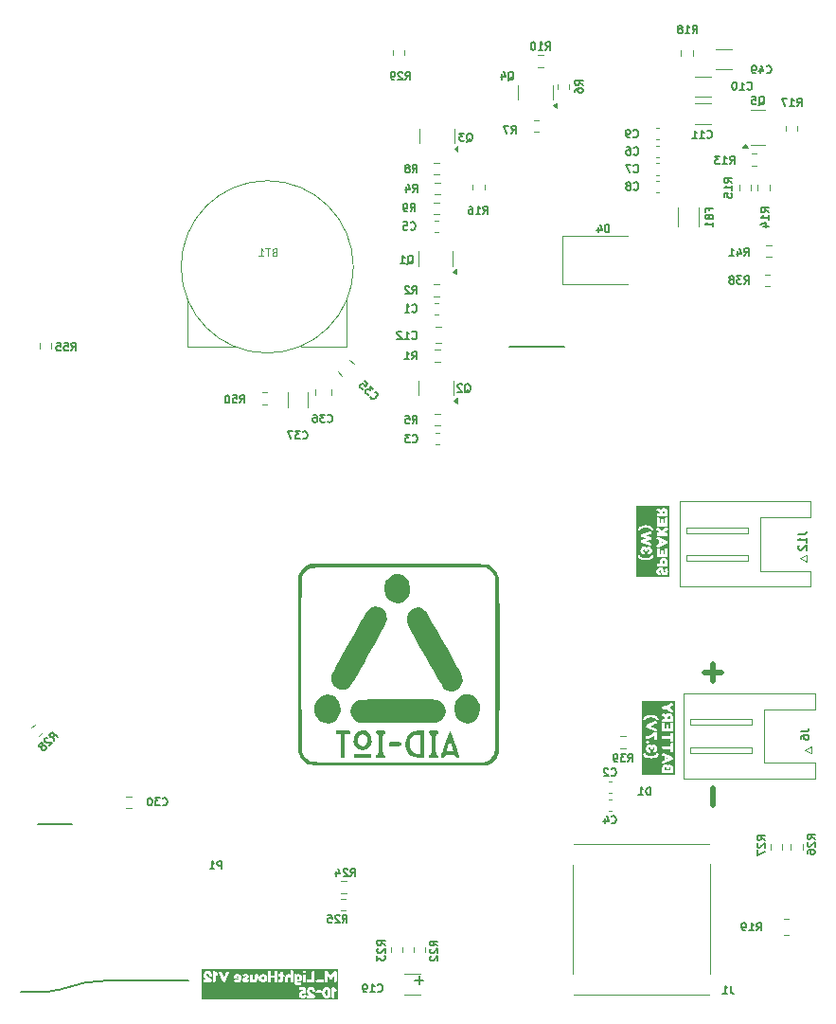
<source format=gbr>
G04 #@! TF.GenerationSoftware,KiCad,Pcbnew,9.0.2*
G04 #@! TF.CreationDate,2025-10-13T16:39:09+05:30*
G04 #@! TF.ProjectId,V12A_LH,56313241-5f4c-4482-9e6b-696361645f70,rev?*
G04 #@! TF.SameCoordinates,Original*
G04 #@! TF.FileFunction,Legend,Bot*
G04 #@! TF.FilePolarity,Positive*
%FSLAX46Y46*%
G04 Gerber Fmt 4.6, Leading zero omitted, Abs format (unit mm)*
G04 Created by KiCad (PCBNEW 9.0.2) date 2025-10-13 16:39:09*
%MOMM*%
%LPD*%
G01*
G04 APERTURE LIST*
%ADD10C,0.150000*%
%ADD11C,0.500000*%
%ADD12C,0.200000*%
%ADD13C,0.100000*%
%ADD14C,0.175000*%
%ADD15C,0.120000*%
%ADD16C,0.000000*%
%ADD17C,0.127000*%
G04 APERTURE END LIST*
D10*
X38775000Y27575000D02*
X38600000Y27750000D01*
X47300000Y59350000D02*
X52100000Y59350000D01*
X52100000Y59350000D02*
X52275000Y59350000D01*
D11*
X66276262Y30166466D02*
X64752453Y30166466D01*
X65514357Y29404561D02*
X65514357Y30928371D01*
D12*
X38869673Y2688733D02*
X39631578Y2688733D01*
X39250625Y2307780D02*
X39250625Y3069685D01*
D11*
X65497866Y18381937D02*
X65497866Y19905747D01*
D10*
X38691666Y73133966D02*
X38924999Y73467300D01*
X39091666Y73133966D02*
X39091666Y73833966D01*
X39091666Y73833966D02*
X38824999Y73833966D01*
X38824999Y73833966D02*
X38758333Y73800633D01*
X38758333Y73800633D02*
X38724999Y73767300D01*
X38724999Y73767300D02*
X38691666Y73700633D01*
X38691666Y73700633D02*
X38691666Y73600633D01*
X38691666Y73600633D02*
X38724999Y73533966D01*
X38724999Y73533966D02*
X38758333Y73500633D01*
X38758333Y73500633D02*
X38824999Y73467300D01*
X38824999Y73467300D02*
X39091666Y73467300D01*
X38091666Y73600633D02*
X38091666Y73133966D01*
X38258333Y73867300D02*
X38424999Y73367300D01*
X38424999Y73367300D02*
X37991666Y73367300D01*
X67241033Y73975000D02*
X66907700Y74208333D01*
X67241033Y74375000D02*
X66541033Y74375000D01*
X66541033Y74375000D02*
X66541033Y74108333D01*
X66541033Y74108333D02*
X66574366Y74041667D01*
X66574366Y74041667D02*
X66607700Y74008333D01*
X66607700Y74008333D02*
X66674366Y73975000D01*
X66674366Y73975000D02*
X66774366Y73975000D01*
X66774366Y73975000D02*
X66841033Y74008333D01*
X66841033Y74008333D02*
X66874366Y74041667D01*
X66874366Y74041667D02*
X66907700Y74108333D01*
X66907700Y74108333D02*
X66907700Y74375000D01*
X67241033Y73308333D02*
X67241033Y73708333D01*
X67241033Y73508333D02*
X66541033Y73508333D01*
X66541033Y73508333D02*
X66641033Y73575000D01*
X66641033Y73575000D02*
X66707700Y73641667D01*
X66707700Y73641667D02*
X66741033Y73708333D01*
X66541033Y72675000D02*
X66541033Y73008333D01*
X66541033Y73008333D02*
X66874366Y73041666D01*
X66874366Y73041666D02*
X66841033Y73008333D01*
X66841033Y73008333D02*
X66807700Y72941666D01*
X66807700Y72941666D02*
X66807700Y72775000D01*
X66807700Y72775000D02*
X66841033Y72708333D01*
X66841033Y72708333D02*
X66874366Y72675000D01*
X66874366Y72675000D02*
X66941033Y72641666D01*
X66941033Y72641666D02*
X67107700Y72641666D01*
X67107700Y72641666D02*
X67174366Y72675000D01*
X67174366Y72675000D02*
X67207700Y72708333D01*
X67207700Y72708333D02*
X67241033Y72775000D01*
X67241033Y72775000D02*
X67241033Y72941666D01*
X67241033Y72941666D02*
X67207700Y73008333D01*
X67207700Y73008333D02*
X67174366Y73041666D01*
X58441666Y74950833D02*
X58474999Y74917500D01*
X58474999Y74917500D02*
X58574999Y74884166D01*
X58574999Y74884166D02*
X58641666Y74884166D01*
X58641666Y74884166D02*
X58741666Y74917500D01*
X58741666Y74917500D02*
X58808333Y74984166D01*
X58808333Y74984166D02*
X58841666Y75050833D01*
X58841666Y75050833D02*
X58874999Y75184166D01*
X58874999Y75184166D02*
X58874999Y75284166D01*
X58874999Y75284166D02*
X58841666Y75417500D01*
X58841666Y75417500D02*
X58808333Y75484166D01*
X58808333Y75484166D02*
X58741666Y75550833D01*
X58741666Y75550833D02*
X58641666Y75584166D01*
X58641666Y75584166D02*
X58574999Y75584166D01*
X58574999Y75584166D02*
X58474999Y75550833D01*
X58474999Y75550833D02*
X58441666Y75517500D01*
X58208333Y75584166D02*
X57741666Y75584166D01*
X57741666Y75584166D02*
X58041666Y74884166D01*
X56453866Y16768633D02*
X56487199Y16735300D01*
X56487199Y16735300D02*
X56587199Y16701966D01*
X56587199Y16701966D02*
X56653866Y16701966D01*
X56653866Y16701966D02*
X56753866Y16735300D01*
X56753866Y16735300D02*
X56820533Y16801966D01*
X56820533Y16801966D02*
X56853866Y16868633D01*
X56853866Y16868633D02*
X56887199Y17001966D01*
X56887199Y17001966D02*
X56887199Y17101966D01*
X56887199Y17101966D02*
X56853866Y17235300D01*
X56853866Y17235300D02*
X56820533Y17301966D01*
X56820533Y17301966D02*
X56753866Y17368633D01*
X56753866Y17368633D02*
X56653866Y17401966D01*
X56653866Y17401966D02*
X56587199Y17401966D01*
X56587199Y17401966D02*
X56487199Y17368633D01*
X56487199Y17368633D02*
X56453866Y17335300D01*
X55853866Y17168633D02*
X55853866Y16701966D01*
X56020533Y17435300D02*
X56187199Y16935300D01*
X56187199Y16935300D02*
X55753866Y16935300D01*
X57955600Y22231566D02*
X58188933Y22564900D01*
X58355600Y22231566D02*
X58355600Y22931566D01*
X58355600Y22931566D02*
X58088933Y22931566D01*
X58088933Y22931566D02*
X58022267Y22898233D01*
X58022267Y22898233D02*
X57988933Y22864900D01*
X57988933Y22864900D02*
X57955600Y22798233D01*
X57955600Y22798233D02*
X57955600Y22698233D01*
X57955600Y22698233D02*
X57988933Y22631566D01*
X57988933Y22631566D02*
X58022267Y22598233D01*
X58022267Y22598233D02*
X58088933Y22564900D01*
X58088933Y22564900D02*
X58355600Y22564900D01*
X57722267Y22931566D02*
X57288933Y22931566D01*
X57288933Y22931566D02*
X57522267Y22664900D01*
X57522267Y22664900D02*
X57422267Y22664900D01*
X57422267Y22664900D02*
X57355600Y22631566D01*
X57355600Y22631566D02*
X57322267Y22598233D01*
X57322267Y22598233D02*
X57288933Y22531566D01*
X57288933Y22531566D02*
X57288933Y22364900D01*
X57288933Y22364900D02*
X57322267Y22298233D01*
X57322267Y22298233D02*
X57355600Y22264900D01*
X57355600Y22264900D02*
X57422267Y22231566D01*
X57422267Y22231566D02*
X57622267Y22231566D01*
X57622267Y22231566D02*
X57688933Y22264900D01*
X57688933Y22264900D02*
X57722267Y22298233D01*
X56955600Y22231566D02*
X56822266Y22231566D01*
X56822266Y22231566D02*
X56755600Y22264900D01*
X56755600Y22264900D02*
X56722266Y22298233D01*
X56722266Y22298233D02*
X56655600Y22398233D01*
X56655600Y22398233D02*
X56622266Y22531566D01*
X56622266Y22531566D02*
X56622266Y22798233D01*
X56622266Y22798233D02*
X56655600Y22864900D01*
X56655600Y22864900D02*
X56688933Y22898233D01*
X56688933Y22898233D02*
X56755600Y22931566D01*
X56755600Y22931566D02*
X56888933Y22931566D01*
X56888933Y22931566D02*
X56955600Y22898233D01*
X56955600Y22898233D02*
X56988933Y22864900D01*
X56988933Y22864900D02*
X57022266Y22798233D01*
X57022266Y22798233D02*
X57022266Y22631566D01*
X57022266Y22631566D02*
X56988933Y22564900D01*
X56988933Y22564900D02*
X56955600Y22531566D01*
X56955600Y22531566D02*
X56888933Y22498233D01*
X56888933Y22498233D02*
X56755600Y22498233D01*
X56755600Y22498233D02*
X56688933Y22531566D01*
X56688933Y22531566D02*
X56655600Y22564900D01*
X56655600Y22564900D02*
X56622266Y22631566D01*
X34889069Y54877472D02*
X34889069Y54830332D01*
X34889069Y54830332D02*
X34936209Y54736051D01*
X34936209Y54736051D02*
X34983350Y54688911D01*
X34983350Y54688911D02*
X35077631Y54641770D01*
X35077631Y54641770D02*
X35171912Y54641770D01*
X35171912Y54641770D02*
X35242622Y54665340D01*
X35242622Y54665340D02*
X35360473Y54736051D01*
X35360473Y54736051D02*
X35431184Y54806762D01*
X35431184Y54806762D02*
X35501895Y54924613D01*
X35501895Y54924613D02*
X35525465Y54995323D01*
X35525465Y54995323D02*
X35525465Y55089604D01*
X35525465Y55089604D02*
X35478325Y55183885D01*
X35478325Y55183885D02*
X35431184Y55231026D01*
X35431184Y55231026D02*
X35336903Y55278166D01*
X35336903Y55278166D02*
X35289763Y55278166D01*
X35171912Y55490298D02*
X34865499Y55796711D01*
X34865499Y55796711D02*
X34841928Y55443158D01*
X34841928Y55443158D02*
X34771218Y55513868D01*
X34771218Y55513868D02*
X34700507Y55537439D01*
X34700507Y55537439D02*
X34653367Y55537439D01*
X34653367Y55537439D02*
X34582656Y55513868D01*
X34582656Y55513868D02*
X34464805Y55396017D01*
X34464805Y55396017D02*
X34441235Y55325307D01*
X34441235Y55325307D02*
X34441235Y55278166D01*
X34441235Y55278166D02*
X34464805Y55207456D01*
X34464805Y55207456D02*
X34606226Y55066034D01*
X34606226Y55066034D02*
X34676937Y55042464D01*
X34676937Y55042464D02*
X34724077Y55042464D01*
X34417664Y56244546D02*
X34653366Y56008843D01*
X34653366Y56008843D02*
X34441234Y55749571D01*
X34441234Y55749571D02*
X34441234Y55796711D01*
X34441234Y55796711D02*
X34417664Y55867422D01*
X34417664Y55867422D02*
X34299813Y55985273D01*
X34299813Y55985273D02*
X34229102Y56008843D01*
X34229102Y56008843D02*
X34181962Y56008843D01*
X34181962Y56008843D02*
X34111251Y55985273D01*
X34111251Y55985273D02*
X33993400Y55867422D01*
X33993400Y55867422D02*
X33969830Y55796711D01*
X33969830Y55796711D02*
X33969830Y55749571D01*
X33969830Y55749571D02*
X33993400Y55678860D01*
X33993400Y55678860D02*
X34111251Y55561009D01*
X34111251Y55561009D02*
X34181962Y55537439D01*
X34181962Y55537439D02*
X34229102Y55537439D01*
X68598200Y82351433D02*
X68631533Y82318100D01*
X68631533Y82318100D02*
X68731533Y82284766D01*
X68731533Y82284766D02*
X68798200Y82284766D01*
X68798200Y82284766D02*
X68898200Y82318100D01*
X68898200Y82318100D02*
X68964867Y82384766D01*
X68964867Y82384766D02*
X68998200Y82451433D01*
X68998200Y82451433D02*
X69031533Y82584766D01*
X69031533Y82584766D02*
X69031533Y82684766D01*
X69031533Y82684766D02*
X68998200Y82818100D01*
X68998200Y82818100D02*
X68964867Y82884766D01*
X68964867Y82884766D02*
X68898200Y82951433D01*
X68898200Y82951433D02*
X68798200Y82984766D01*
X68798200Y82984766D02*
X68731533Y82984766D01*
X68731533Y82984766D02*
X68631533Y82951433D01*
X68631533Y82951433D02*
X68598200Y82918100D01*
X67931533Y82284766D02*
X68331533Y82284766D01*
X68131533Y82284766D02*
X68131533Y82984766D01*
X68131533Y82984766D02*
X68198200Y82884766D01*
X68198200Y82884766D02*
X68264867Y82818100D01*
X68264867Y82818100D02*
X68331533Y82784766D01*
X67498200Y82984766D02*
X67431533Y82984766D01*
X67431533Y82984766D02*
X67364866Y82951433D01*
X67364866Y82951433D02*
X67331533Y82918100D01*
X67331533Y82918100D02*
X67298200Y82851433D01*
X67298200Y82851433D02*
X67264866Y82718100D01*
X67264866Y82718100D02*
X67264866Y82551433D01*
X67264866Y82551433D02*
X67298200Y82418100D01*
X67298200Y82418100D02*
X67331533Y82351433D01*
X67331533Y82351433D02*
X67364866Y82318100D01*
X67364866Y82318100D02*
X67431533Y82284766D01*
X67431533Y82284766D02*
X67498200Y82284766D01*
X67498200Y82284766D02*
X67564866Y82318100D01*
X67564866Y82318100D02*
X67598200Y82351433D01*
X67598200Y82351433D02*
X67631533Y82418100D01*
X67631533Y82418100D02*
X67664866Y82551433D01*
X67664866Y82551433D02*
X67664866Y82718100D01*
X67664866Y82718100D02*
X67631533Y82851433D01*
X67631533Y82851433D02*
X67598200Y82918100D01*
X67598200Y82918100D02*
X67564866Y82951433D01*
X67564866Y82951433D02*
X67498200Y82984766D01*
X65171566Y71486233D02*
X65171566Y71719566D01*
X65538233Y71719566D02*
X64838233Y71719566D01*
X64838233Y71719566D02*
X64838233Y71386233D01*
X65171566Y70886233D02*
X65204900Y70786233D01*
X65204900Y70786233D02*
X65238233Y70752899D01*
X65238233Y70752899D02*
X65304900Y70719566D01*
X65304900Y70719566D02*
X65404900Y70719566D01*
X65404900Y70719566D02*
X65471566Y70752899D01*
X65471566Y70752899D02*
X65504900Y70786233D01*
X65504900Y70786233D02*
X65538233Y70852899D01*
X65538233Y70852899D02*
X65538233Y71119566D01*
X65538233Y71119566D02*
X64838233Y71119566D01*
X64838233Y71119566D02*
X64838233Y70886233D01*
X64838233Y70886233D02*
X64871566Y70819566D01*
X64871566Y70819566D02*
X64904900Y70786233D01*
X64904900Y70786233D02*
X64971566Y70752899D01*
X64971566Y70752899D02*
X65038233Y70752899D01*
X65038233Y70752899D02*
X65104900Y70786233D01*
X65104900Y70786233D02*
X65138233Y70819566D01*
X65138233Y70819566D02*
X65171566Y70886233D01*
X65171566Y70886233D02*
X65171566Y71119566D01*
X65538233Y70052899D02*
X65538233Y70452899D01*
X65538233Y70252899D02*
X64838233Y70252899D01*
X64838233Y70252899D02*
X64938233Y70319566D01*
X64938233Y70319566D02*
X65004900Y70386233D01*
X65004900Y70386233D02*
X65038233Y70452899D01*
X33139800Y11977566D02*
X33373133Y12310900D01*
X33539800Y11977566D02*
X33539800Y12677566D01*
X33539800Y12677566D02*
X33273133Y12677566D01*
X33273133Y12677566D02*
X33206467Y12644233D01*
X33206467Y12644233D02*
X33173133Y12610900D01*
X33173133Y12610900D02*
X33139800Y12544233D01*
X33139800Y12544233D02*
X33139800Y12444233D01*
X33139800Y12444233D02*
X33173133Y12377566D01*
X33173133Y12377566D02*
X33206467Y12344233D01*
X33206467Y12344233D02*
X33273133Y12310900D01*
X33273133Y12310900D02*
X33539800Y12310900D01*
X32873133Y12610900D02*
X32839800Y12644233D01*
X32839800Y12644233D02*
X32773133Y12677566D01*
X32773133Y12677566D02*
X32606467Y12677566D01*
X32606467Y12677566D02*
X32539800Y12644233D01*
X32539800Y12644233D02*
X32506467Y12610900D01*
X32506467Y12610900D02*
X32473133Y12544233D01*
X32473133Y12544233D02*
X32473133Y12477566D01*
X32473133Y12477566D02*
X32506467Y12377566D01*
X32506467Y12377566D02*
X32906467Y11977566D01*
X32906467Y11977566D02*
X32473133Y11977566D01*
X31873133Y12444233D02*
X31873133Y11977566D01*
X32039800Y12710900D02*
X32206466Y12210900D01*
X32206466Y12210900D02*
X31773133Y12210900D01*
X73050000Y80808966D02*
X73283333Y81142300D01*
X73450000Y80808966D02*
X73450000Y81508966D01*
X73450000Y81508966D02*
X73183333Y81508966D01*
X73183333Y81508966D02*
X73116667Y81475633D01*
X73116667Y81475633D02*
X73083333Y81442300D01*
X73083333Y81442300D02*
X73050000Y81375633D01*
X73050000Y81375633D02*
X73050000Y81275633D01*
X73050000Y81275633D02*
X73083333Y81208966D01*
X73083333Y81208966D02*
X73116667Y81175633D01*
X73116667Y81175633D02*
X73183333Y81142300D01*
X73183333Y81142300D02*
X73450000Y81142300D01*
X72383333Y80808966D02*
X72783333Y80808966D01*
X72583333Y80808966D02*
X72583333Y81508966D01*
X72583333Y81508966D02*
X72650000Y81408966D01*
X72650000Y81408966D02*
X72716667Y81342300D01*
X72716667Y81342300D02*
X72783333Y81308966D01*
X72150000Y81508966D02*
X71683333Y81508966D01*
X71683333Y81508966D02*
X71983333Y80808966D01*
X50580300Y85861966D02*
X50813633Y86195300D01*
X50980300Y85861966D02*
X50980300Y86561966D01*
X50980300Y86561966D02*
X50713633Y86561966D01*
X50713633Y86561966D02*
X50646967Y86528633D01*
X50646967Y86528633D02*
X50613633Y86495300D01*
X50613633Y86495300D02*
X50580300Y86428633D01*
X50580300Y86428633D02*
X50580300Y86328633D01*
X50580300Y86328633D02*
X50613633Y86261966D01*
X50613633Y86261966D02*
X50646967Y86228633D01*
X50646967Y86228633D02*
X50713633Y86195300D01*
X50713633Y86195300D02*
X50980300Y86195300D01*
X49913633Y85861966D02*
X50313633Y85861966D01*
X50113633Y85861966D02*
X50113633Y86561966D01*
X50113633Y86561966D02*
X50180300Y86461966D01*
X50180300Y86461966D02*
X50246967Y86395300D01*
X50246967Y86395300D02*
X50313633Y86361966D01*
X49480300Y86561966D02*
X49413633Y86561966D01*
X49413633Y86561966D02*
X49346966Y86528633D01*
X49346966Y86528633D02*
X49313633Y86495300D01*
X49313633Y86495300D02*
X49280300Y86428633D01*
X49280300Y86428633D02*
X49246966Y86295300D01*
X49246966Y86295300D02*
X49246966Y86128633D01*
X49246966Y86128633D02*
X49280300Y85995300D01*
X49280300Y85995300D02*
X49313633Y85928633D01*
X49313633Y85928633D02*
X49346966Y85895300D01*
X49346966Y85895300D02*
X49413633Y85861966D01*
X49413633Y85861966D02*
X49480300Y85861966D01*
X49480300Y85861966D02*
X49546966Y85895300D01*
X49546966Y85895300D02*
X49580300Y85928633D01*
X49580300Y85928633D02*
X49613633Y85995300D01*
X49613633Y85995300D02*
X49646966Y86128633D01*
X49646966Y86128633D02*
X49646966Y86295300D01*
X49646966Y86295300D02*
X49613633Y86428633D01*
X49613633Y86428633D02*
X49580300Y86495300D01*
X49580300Y86495300D02*
X49546966Y86528633D01*
X49546966Y86528633D02*
X49480300Y86561966D01*
X38491666Y71408966D02*
X38724999Y71742300D01*
X38891666Y71408966D02*
X38891666Y72108966D01*
X38891666Y72108966D02*
X38624999Y72108966D01*
X38624999Y72108966D02*
X38558333Y72075633D01*
X38558333Y72075633D02*
X38524999Y72042300D01*
X38524999Y72042300D02*
X38491666Y71975633D01*
X38491666Y71975633D02*
X38491666Y71875633D01*
X38491666Y71875633D02*
X38524999Y71808966D01*
X38524999Y71808966D02*
X38558333Y71775633D01*
X38558333Y71775633D02*
X38624999Y71742300D01*
X38624999Y71742300D02*
X38891666Y71742300D01*
X38158333Y71408966D02*
X38024999Y71408966D01*
X38024999Y71408966D02*
X37958333Y71442300D01*
X37958333Y71442300D02*
X37924999Y71475633D01*
X37924999Y71475633D02*
X37858333Y71575633D01*
X37858333Y71575633D02*
X37824999Y71708966D01*
X37824999Y71708966D02*
X37824999Y71975633D01*
X37824999Y71975633D02*
X37858333Y72042300D01*
X37858333Y72042300D02*
X37891666Y72075633D01*
X37891666Y72075633D02*
X37958333Y72108966D01*
X37958333Y72108966D02*
X38091666Y72108966D01*
X38091666Y72108966D02*
X38158333Y72075633D01*
X38158333Y72075633D02*
X38191666Y72042300D01*
X38191666Y72042300D02*
X38224999Y71975633D01*
X38224999Y71975633D02*
X38224999Y71808966D01*
X38224999Y71808966D02*
X38191666Y71742300D01*
X38191666Y71742300D02*
X38158333Y71708966D01*
X38158333Y71708966D02*
X38091666Y71675633D01*
X38091666Y71675633D02*
X37958333Y71675633D01*
X37958333Y71675633D02*
X37891666Y71708966D01*
X37891666Y71708966D02*
X37858333Y71742300D01*
X37858333Y71742300D02*
X37824999Y71808966D01*
X65016800Y78033433D02*
X65050133Y78000100D01*
X65050133Y78000100D02*
X65150133Y77966766D01*
X65150133Y77966766D02*
X65216800Y77966766D01*
X65216800Y77966766D02*
X65316800Y78000100D01*
X65316800Y78000100D02*
X65383467Y78066766D01*
X65383467Y78066766D02*
X65416800Y78133433D01*
X65416800Y78133433D02*
X65450133Y78266766D01*
X65450133Y78266766D02*
X65450133Y78366766D01*
X65450133Y78366766D02*
X65416800Y78500100D01*
X65416800Y78500100D02*
X65383467Y78566766D01*
X65383467Y78566766D02*
X65316800Y78633433D01*
X65316800Y78633433D02*
X65216800Y78666766D01*
X65216800Y78666766D02*
X65150133Y78666766D01*
X65150133Y78666766D02*
X65050133Y78633433D01*
X65050133Y78633433D02*
X65016800Y78600100D01*
X64350133Y77966766D02*
X64750133Y77966766D01*
X64550133Y77966766D02*
X64550133Y78666766D01*
X64550133Y78666766D02*
X64616800Y78566766D01*
X64616800Y78566766D02*
X64683467Y78500100D01*
X64683467Y78500100D02*
X64750133Y78466766D01*
X63683466Y77966766D02*
X64083466Y77966766D01*
X63883466Y77966766D02*
X63883466Y78666766D01*
X63883466Y78666766D02*
X63950133Y78566766D01*
X63950133Y78566766D02*
X64016800Y78500100D01*
X64016800Y78500100D02*
X64083466Y78466766D01*
X6631993Y24127128D02*
X6561282Y24527822D01*
X6914836Y24409971D02*
X6419861Y24904946D01*
X6419861Y24904946D02*
X6231299Y24716384D01*
X6231299Y24716384D02*
X6207729Y24645673D01*
X6207729Y24645673D02*
X6207729Y24598533D01*
X6207729Y24598533D02*
X6231299Y24527822D01*
X6231299Y24527822D02*
X6302010Y24457112D01*
X6302010Y24457112D02*
X6372721Y24433541D01*
X6372721Y24433541D02*
X6419861Y24433541D01*
X6419861Y24433541D02*
X6490572Y24457112D01*
X6490572Y24457112D02*
X6679134Y24645673D01*
X5995597Y24386401D02*
X5948457Y24386401D01*
X5948457Y24386401D02*
X5877746Y24362831D01*
X5877746Y24362831D02*
X5759895Y24244980D01*
X5759895Y24244980D02*
X5736325Y24174269D01*
X5736325Y24174269D02*
X5736325Y24127128D01*
X5736325Y24127128D02*
X5759895Y24056418D01*
X5759895Y24056418D02*
X5807035Y24009277D01*
X5807035Y24009277D02*
X5901316Y23962137D01*
X5901316Y23962137D02*
X6467002Y23962137D01*
X6467002Y23962137D02*
X6160589Y23655724D01*
X5594903Y23655724D02*
X5618473Y23726434D01*
X5618473Y23726434D02*
X5618473Y23773575D01*
X5618473Y23773575D02*
X5594903Y23844286D01*
X5594903Y23844286D02*
X5571333Y23867856D01*
X5571333Y23867856D02*
X5500622Y23891426D01*
X5500622Y23891426D02*
X5453482Y23891426D01*
X5453482Y23891426D02*
X5382771Y23867856D01*
X5382771Y23867856D02*
X5288490Y23773575D01*
X5288490Y23773575D02*
X5264920Y23702864D01*
X5264920Y23702864D02*
X5264920Y23655724D01*
X5264920Y23655724D02*
X5288490Y23585013D01*
X5288490Y23585013D02*
X5312060Y23561443D01*
X5312060Y23561443D02*
X5382771Y23537873D01*
X5382771Y23537873D02*
X5429911Y23537873D01*
X5429911Y23537873D02*
X5500622Y23561443D01*
X5500622Y23561443D02*
X5594903Y23655724D01*
X5594903Y23655724D02*
X5665614Y23679294D01*
X5665614Y23679294D02*
X5712754Y23679294D01*
X5712754Y23679294D02*
X5783465Y23655724D01*
X5783465Y23655724D02*
X5877746Y23561443D01*
X5877746Y23561443D02*
X5901316Y23490732D01*
X5901316Y23490732D02*
X5901316Y23443592D01*
X5901316Y23443592D02*
X5877746Y23372881D01*
X5877746Y23372881D02*
X5783465Y23278600D01*
X5783465Y23278600D02*
X5712754Y23255030D01*
X5712754Y23255030D02*
X5665614Y23255030D01*
X5665614Y23255030D02*
X5594903Y23278600D01*
X5594903Y23278600D02*
X5500622Y23372881D01*
X5500622Y23372881D02*
X5477052Y23443592D01*
X5477052Y23443592D02*
X5477052Y23490732D01*
X5477052Y23490732D02*
X5500622Y23561443D01*
X53892233Y82692066D02*
X53558900Y82925399D01*
X53892233Y83092066D02*
X53192233Y83092066D01*
X53192233Y83092066D02*
X53192233Y82825399D01*
X53192233Y82825399D02*
X53225566Y82758733D01*
X53225566Y82758733D02*
X53258900Y82725399D01*
X53258900Y82725399D02*
X53325566Y82692066D01*
X53325566Y82692066D02*
X53425566Y82692066D01*
X53425566Y82692066D02*
X53492233Y82725399D01*
X53492233Y82725399D02*
X53525566Y82758733D01*
X53525566Y82758733D02*
X53558900Y82825399D01*
X53558900Y82825399D02*
X53558900Y83092066D01*
X53192233Y82092066D02*
X53192233Y82225399D01*
X53192233Y82225399D02*
X53225566Y82292066D01*
X53225566Y82292066D02*
X53258900Y82325399D01*
X53258900Y82325399D02*
X53358900Y82392066D01*
X53358900Y82392066D02*
X53492233Y82425399D01*
X53492233Y82425399D02*
X53758900Y82425399D01*
X53758900Y82425399D02*
X53825566Y82392066D01*
X53825566Y82392066D02*
X53858900Y82358733D01*
X53858900Y82358733D02*
X53892233Y82292066D01*
X53892233Y82292066D02*
X53892233Y82158733D01*
X53892233Y82158733D02*
X53858900Y82092066D01*
X53858900Y82092066D02*
X53825566Y82058733D01*
X53825566Y82058733D02*
X53758900Y82025399D01*
X53758900Y82025399D02*
X53592233Y82025399D01*
X53592233Y82025399D02*
X53525566Y82058733D01*
X53525566Y82058733D02*
X53492233Y82092066D01*
X53492233Y82092066D02*
X53458900Y82158733D01*
X53458900Y82158733D02*
X53458900Y82292066D01*
X53458900Y82292066D02*
X53492233Y82358733D01*
X53492233Y82358733D02*
X53525566Y82392066D01*
X53525566Y82392066D02*
X53592233Y82425399D01*
X74661833Y15309000D02*
X74328500Y15542333D01*
X74661833Y15709000D02*
X73961833Y15709000D01*
X73961833Y15709000D02*
X73961833Y15442333D01*
X73961833Y15442333D02*
X73995166Y15375667D01*
X73995166Y15375667D02*
X74028500Y15342333D01*
X74028500Y15342333D02*
X74095166Y15309000D01*
X74095166Y15309000D02*
X74195166Y15309000D01*
X74195166Y15309000D02*
X74261833Y15342333D01*
X74261833Y15342333D02*
X74295166Y15375667D01*
X74295166Y15375667D02*
X74328500Y15442333D01*
X74328500Y15442333D02*
X74328500Y15709000D01*
X74028500Y15042333D02*
X73995166Y15009000D01*
X73995166Y15009000D02*
X73961833Y14942333D01*
X73961833Y14942333D02*
X73961833Y14775667D01*
X73961833Y14775667D02*
X73995166Y14709000D01*
X73995166Y14709000D02*
X74028500Y14675667D01*
X74028500Y14675667D02*
X74095166Y14642333D01*
X74095166Y14642333D02*
X74161833Y14642333D01*
X74161833Y14642333D02*
X74261833Y14675667D01*
X74261833Y14675667D02*
X74661833Y15075667D01*
X74661833Y15075667D02*
X74661833Y14642333D01*
X73961833Y14042333D02*
X73961833Y14175666D01*
X73961833Y14175666D02*
X73995166Y14242333D01*
X73995166Y14242333D02*
X74028500Y14275666D01*
X74028500Y14275666D02*
X74128500Y14342333D01*
X74128500Y14342333D02*
X74261833Y14375666D01*
X74261833Y14375666D02*
X74528500Y14375666D01*
X74528500Y14375666D02*
X74595166Y14342333D01*
X74595166Y14342333D02*
X74628500Y14309000D01*
X74628500Y14309000D02*
X74661833Y14242333D01*
X74661833Y14242333D02*
X74661833Y14109000D01*
X74661833Y14109000D02*
X74628500Y14042333D01*
X74628500Y14042333D02*
X74595166Y14009000D01*
X74595166Y14009000D02*
X74528500Y13975666D01*
X74528500Y13975666D02*
X74361833Y13975666D01*
X74361833Y13975666D02*
X74295166Y14009000D01*
X74295166Y14009000D02*
X74261833Y14042333D01*
X74261833Y14042333D02*
X74228500Y14109000D01*
X74228500Y14109000D02*
X74228500Y14242333D01*
X74228500Y14242333D02*
X74261833Y14309000D01*
X74261833Y14309000D02*
X74295166Y14342333D01*
X74295166Y14342333D02*
X74361833Y14375666D01*
X36206233Y5809400D02*
X35872900Y6042733D01*
X36206233Y6209400D02*
X35506233Y6209400D01*
X35506233Y6209400D02*
X35506233Y5942733D01*
X35506233Y5942733D02*
X35539566Y5876067D01*
X35539566Y5876067D02*
X35572900Y5842733D01*
X35572900Y5842733D02*
X35639566Y5809400D01*
X35639566Y5809400D02*
X35739566Y5809400D01*
X35739566Y5809400D02*
X35806233Y5842733D01*
X35806233Y5842733D02*
X35839566Y5876067D01*
X35839566Y5876067D02*
X35872900Y5942733D01*
X35872900Y5942733D02*
X35872900Y6209400D01*
X35572900Y5542733D02*
X35539566Y5509400D01*
X35539566Y5509400D02*
X35506233Y5442733D01*
X35506233Y5442733D02*
X35506233Y5276067D01*
X35506233Y5276067D02*
X35539566Y5209400D01*
X35539566Y5209400D02*
X35572900Y5176067D01*
X35572900Y5176067D02*
X35639566Y5142733D01*
X35639566Y5142733D02*
X35706233Y5142733D01*
X35706233Y5142733D02*
X35806233Y5176067D01*
X35806233Y5176067D02*
X36206233Y5576067D01*
X36206233Y5576067D02*
X36206233Y5142733D01*
X35506233Y4909400D02*
X35506233Y4476066D01*
X35506233Y4476066D02*
X35772900Y4709400D01*
X35772900Y4709400D02*
X35772900Y4609400D01*
X35772900Y4609400D02*
X35806233Y4542733D01*
X35806233Y4542733D02*
X35839566Y4509400D01*
X35839566Y4509400D02*
X35906233Y4476066D01*
X35906233Y4476066D02*
X36072900Y4476066D01*
X36072900Y4476066D02*
X36139566Y4509400D01*
X36139566Y4509400D02*
X36172900Y4542733D01*
X36172900Y4542733D02*
X36206233Y4609400D01*
X36206233Y4609400D02*
X36206233Y4809400D01*
X36206233Y4809400D02*
X36172900Y4876066D01*
X36172900Y4876066D02*
X36139566Y4909400D01*
X58441666Y76525633D02*
X58474999Y76492300D01*
X58474999Y76492300D02*
X58574999Y76458966D01*
X58574999Y76458966D02*
X58641666Y76458966D01*
X58641666Y76458966D02*
X58741666Y76492300D01*
X58741666Y76492300D02*
X58808333Y76558966D01*
X58808333Y76558966D02*
X58841666Y76625633D01*
X58841666Y76625633D02*
X58874999Y76758966D01*
X58874999Y76758966D02*
X58874999Y76858966D01*
X58874999Y76858966D02*
X58841666Y76992300D01*
X58841666Y76992300D02*
X58808333Y77058966D01*
X58808333Y77058966D02*
X58741666Y77125633D01*
X58741666Y77125633D02*
X58641666Y77158966D01*
X58641666Y77158966D02*
X58574999Y77158966D01*
X58574999Y77158966D02*
X58474999Y77125633D01*
X58474999Y77125633D02*
X58441666Y77092300D01*
X57841666Y77158966D02*
X57974999Y77158966D01*
X57974999Y77158966D02*
X58041666Y77125633D01*
X58041666Y77125633D02*
X58074999Y77092300D01*
X58074999Y77092300D02*
X58141666Y76992300D01*
X58141666Y76992300D02*
X58174999Y76858966D01*
X58174999Y76858966D02*
X58174999Y76592300D01*
X58174999Y76592300D02*
X58141666Y76525633D01*
X58141666Y76525633D02*
X58108333Y76492300D01*
X58108333Y76492300D02*
X58041666Y76458966D01*
X58041666Y76458966D02*
X57908333Y76458966D01*
X57908333Y76458966D02*
X57841666Y76492300D01*
X57841666Y76492300D02*
X57808333Y76525633D01*
X57808333Y76525633D02*
X57774999Y76592300D01*
X57774999Y76592300D02*
X57774999Y76758966D01*
X57774999Y76758966D02*
X57808333Y76825633D01*
X57808333Y76825633D02*
X57841666Y76858966D01*
X57841666Y76858966D02*
X57908333Y76892300D01*
X57908333Y76892300D02*
X58041666Y76892300D01*
X58041666Y76892300D02*
X58108333Y76858966D01*
X58108333Y76858966D02*
X58141666Y76825633D01*
X58141666Y76825633D02*
X58174999Y76758966D01*
X56438866Y21015033D02*
X56472199Y20981700D01*
X56472199Y20981700D02*
X56572199Y20948366D01*
X56572199Y20948366D02*
X56638866Y20948366D01*
X56638866Y20948366D02*
X56738866Y20981700D01*
X56738866Y20981700D02*
X56805533Y21048366D01*
X56805533Y21048366D02*
X56838866Y21115033D01*
X56838866Y21115033D02*
X56872199Y21248366D01*
X56872199Y21248366D02*
X56872199Y21348366D01*
X56872199Y21348366D02*
X56838866Y21481700D01*
X56838866Y21481700D02*
X56805533Y21548366D01*
X56805533Y21548366D02*
X56738866Y21615033D01*
X56738866Y21615033D02*
X56638866Y21648366D01*
X56638866Y21648366D02*
X56572199Y21648366D01*
X56572199Y21648366D02*
X56472199Y21615033D01*
X56472199Y21615033D02*
X56438866Y21581700D01*
X56172199Y21581700D02*
X56138866Y21615033D01*
X56138866Y21615033D02*
X56072199Y21648366D01*
X56072199Y21648366D02*
X55905533Y21648366D01*
X55905533Y21648366D02*
X55838866Y21615033D01*
X55838866Y21615033D02*
X55805533Y21581700D01*
X55805533Y21581700D02*
X55772199Y21515033D01*
X55772199Y21515033D02*
X55772199Y21448366D01*
X55772199Y21448366D02*
X55805533Y21348366D01*
X55805533Y21348366D02*
X56205533Y20948366D01*
X56205533Y20948366D02*
X55772199Y20948366D01*
X47209066Y83132500D02*
X47275733Y83165833D01*
X47275733Y83165833D02*
X47342400Y83232500D01*
X47342400Y83232500D02*
X47442400Y83332500D01*
X47442400Y83332500D02*
X47509066Y83365833D01*
X47509066Y83365833D02*
X47575733Y83365833D01*
X47542400Y83199166D02*
X47609066Y83232500D01*
X47609066Y83232500D02*
X47675733Y83299166D01*
X47675733Y83299166D02*
X47709066Y83432500D01*
X47709066Y83432500D02*
X47709066Y83665833D01*
X47709066Y83665833D02*
X47675733Y83799166D01*
X47675733Y83799166D02*
X47609066Y83865833D01*
X47609066Y83865833D02*
X47542400Y83899166D01*
X47542400Y83899166D02*
X47409066Y83899166D01*
X47409066Y83899166D02*
X47342400Y83865833D01*
X47342400Y83865833D02*
X47275733Y83799166D01*
X47275733Y83799166D02*
X47242400Y83665833D01*
X47242400Y83665833D02*
X47242400Y83432500D01*
X47242400Y83432500D02*
X47275733Y83299166D01*
X47275733Y83299166D02*
X47342400Y83232500D01*
X47342400Y83232500D02*
X47409066Y83199166D01*
X47409066Y83199166D02*
X47542400Y83199166D01*
X46642400Y83665833D02*
X46642400Y83199166D01*
X46809067Y83932500D02*
X46975733Y83432500D01*
X46975733Y83432500D02*
X46542400Y83432500D01*
X43322866Y55217900D02*
X43389533Y55251233D01*
X43389533Y55251233D02*
X43456200Y55317900D01*
X43456200Y55317900D02*
X43556200Y55417900D01*
X43556200Y55417900D02*
X43622866Y55451233D01*
X43622866Y55451233D02*
X43689533Y55451233D01*
X43656200Y55284566D02*
X43722866Y55317900D01*
X43722866Y55317900D02*
X43789533Y55384566D01*
X43789533Y55384566D02*
X43822866Y55517900D01*
X43822866Y55517900D02*
X43822866Y55751233D01*
X43822866Y55751233D02*
X43789533Y55884566D01*
X43789533Y55884566D02*
X43722866Y55951233D01*
X43722866Y55951233D02*
X43656200Y55984566D01*
X43656200Y55984566D02*
X43522866Y55984566D01*
X43522866Y55984566D02*
X43456200Y55951233D01*
X43456200Y55951233D02*
X43389533Y55884566D01*
X43389533Y55884566D02*
X43356200Y55751233D01*
X43356200Y55751233D02*
X43356200Y55517900D01*
X43356200Y55517900D02*
X43389533Y55384566D01*
X43389533Y55384566D02*
X43456200Y55317900D01*
X43456200Y55317900D02*
X43522866Y55284566D01*
X43522866Y55284566D02*
X43656200Y55284566D01*
X43089533Y55917900D02*
X43056200Y55951233D01*
X43056200Y55951233D02*
X42989533Y55984566D01*
X42989533Y55984566D02*
X42822867Y55984566D01*
X42822867Y55984566D02*
X42756200Y55951233D01*
X42756200Y55951233D02*
X42722867Y55917900D01*
X42722867Y55917900D02*
X42689533Y55851233D01*
X42689533Y55851233D02*
X42689533Y55784566D01*
X42689533Y55784566D02*
X42722867Y55684566D01*
X42722867Y55684566D02*
X43122867Y55284566D01*
X43122867Y55284566D02*
X42689533Y55284566D01*
X38641666Y62479033D02*
X38674999Y62445700D01*
X38674999Y62445700D02*
X38774999Y62412366D01*
X38774999Y62412366D02*
X38841666Y62412366D01*
X38841666Y62412366D02*
X38941666Y62445700D01*
X38941666Y62445700D02*
X39008333Y62512366D01*
X39008333Y62512366D02*
X39041666Y62579033D01*
X39041666Y62579033D02*
X39074999Y62712366D01*
X39074999Y62712366D02*
X39074999Y62812366D01*
X39074999Y62812366D02*
X39041666Y62945700D01*
X39041666Y62945700D02*
X39008333Y63012366D01*
X39008333Y63012366D02*
X38941666Y63079033D01*
X38941666Y63079033D02*
X38841666Y63112366D01*
X38841666Y63112366D02*
X38774999Y63112366D01*
X38774999Y63112366D02*
X38674999Y63079033D01*
X38674999Y63079033D02*
X38641666Y63045700D01*
X37974999Y62412366D02*
X38374999Y62412366D01*
X38174999Y62412366D02*
X38174999Y63112366D01*
X38174999Y63112366D02*
X38241666Y63012366D01*
X38241666Y63012366D02*
X38308333Y62945700D01*
X38308333Y62945700D02*
X38374999Y62912366D01*
X38616666Y58183966D02*
X38849999Y58517300D01*
X39016666Y58183966D02*
X39016666Y58883966D01*
X39016666Y58883966D02*
X38749999Y58883966D01*
X38749999Y58883966D02*
X38683333Y58850633D01*
X38683333Y58850633D02*
X38649999Y58817300D01*
X38649999Y58817300D02*
X38616666Y58750633D01*
X38616666Y58750633D02*
X38616666Y58650633D01*
X38616666Y58650633D02*
X38649999Y58583966D01*
X38649999Y58583966D02*
X38683333Y58550633D01*
X38683333Y58550633D02*
X38749999Y58517300D01*
X38749999Y58517300D02*
X39016666Y58517300D01*
X37949999Y58183966D02*
X38349999Y58183966D01*
X38149999Y58183966D02*
X38149999Y58883966D01*
X38149999Y58883966D02*
X38216666Y58783966D01*
X38216666Y58783966D02*
X38283333Y58717300D01*
X38283333Y58717300D02*
X38349999Y58683966D01*
X8146200Y58992966D02*
X8379533Y59326300D01*
X8546200Y58992966D02*
X8546200Y59692966D01*
X8546200Y59692966D02*
X8279533Y59692966D01*
X8279533Y59692966D02*
X8212867Y59659633D01*
X8212867Y59659633D02*
X8179533Y59626300D01*
X8179533Y59626300D02*
X8146200Y59559633D01*
X8146200Y59559633D02*
X8146200Y59459633D01*
X8146200Y59459633D02*
X8179533Y59392966D01*
X8179533Y59392966D02*
X8212867Y59359633D01*
X8212867Y59359633D02*
X8279533Y59326300D01*
X8279533Y59326300D02*
X8546200Y59326300D01*
X7512867Y59692966D02*
X7846200Y59692966D01*
X7846200Y59692966D02*
X7879533Y59359633D01*
X7879533Y59359633D02*
X7846200Y59392966D01*
X7846200Y59392966D02*
X7779533Y59426300D01*
X7779533Y59426300D02*
X7612867Y59426300D01*
X7612867Y59426300D02*
X7546200Y59392966D01*
X7546200Y59392966D02*
X7512867Y59359633D01*
X7512867Y59359633D02*
X7479533Y59292966D01*
X7479533Y59292966D02*
X7479533Y59126300D01*
X7479533Y59126300D02*
X7512867Y59059633D01*
X7512867Y59059633D02*
X7546200Y59026300D01*
X7546200Y59026300D02*
X7612867Y58992966D01*
X7612867Y58992966D02*
X7779533Y58992966D01*
X7779533Y58992966D02*
X7846200Y59026300D01*
X7846200Y59026300D02*
X7879533Y59059633D01*
X6846200Y59692966D02*
X7179533Y59692966D01*
X7179533Y59692966D02*
X7212866Y59359633D01*
X7212866Y59359633D02*
X7179533Y59392966D01*
X7179533Y59392966D02*
X7112866Y59426300D01*
X7112866Y59426300D02*
X6946200Y59426300D01*
X6946200Y59426300D02*
X6879533Y59392966D01*
X6879533Y59392966D02*
X6846200Y59359633D01*
X6846200Y59359633D02*
X6812866Y59292966D01*
X6812866Y59292966D02*
X6812866Y59126300D01*
X6812866Y59126300D02*
X6846200Y59059633D01*
X6846200Y59059633D02*
X6879533Y59026300D01*
X6879533Y59026300D02*
X6946200Y58992966D01*
X6946200Y58992966D02*
X7112866Y58992966D01*
X7112866Y58992966D02*
X7179533Y59026300D01*
X7179533Y59026300D02*
X7212866Y59059633D01*
X58416666Y78100633D02*
X58449999Y78067300D01*
X58449999Y78067300D02*
X58549999Y78033966D01*
X58549999Y78033966D02*
X58616666Y78033966D01*
X58616666Y78033966D02*
X58716666Y78067300D01*
X58716666Y78067300D02*
X58783333Y78133966D01*
X58783333Y78133966D02*
X58816666Y78200633D01*
X58816666Y78200633D02*
X58849999Y78333966D01*
X58849999Y78333966D02*
X58849999Y78433966D01*
X58849999Y78433966D02*
X58816666Y78567300D01*
X58816666Y78567300D02*
X58783333Y78633966D01*
X58783333Y78633966D02*
X58716666Y78700633D01*
X58716666Y78700633D02*
X58616666Y78733966D01*
X58616666Y78733966D02*
X58549999Y78733966D01*
X58549999Y78733966D02*
X58449999Y78700633D01*
X58449999Y78700633D02*
X58416666Y78667300D01*
X58083333Y78033966D02*
X57949999Y78033966D01*
X57949999Y78033966D02*
X57883333Y78067300D01*
X57883333Y78067300D02*
X57849999Y78100633D01*
X57849999Y78100633D02*
X57783333Y78200633D01*
X57783333Y78200633D02*
X57749999Y78333966D01*
X57749999Y78333966D02*
X57749999Y78600633D01*
X57749999Y78600633D02*
X57783333Y78667300D01*
X57783333Y78667300D02*
X57816666Y78700633D01*
X57816666Y78700633D02*
X57883333Y78733966D01*
X57883333Y78733966D02*
X58016666Y78733966D01*
X58016666Y78733966D02*
X58083333Y78700633D01*
X58083333Y78700633D02*
X58116666Y78667300D01*
X58116666Y78667300D02*
X58149999Y78600633D01*
X58149999Y78600633D02*
X58149999Y78433966D01*
X58149999Y78433966D02*
X58116666Y78367300D01*
X58116666Y78367300D02*
X58083333Y78333966D01*
X58083333Y78333966D02*
X58016666Y78300633D01*
X58016666Y78300633D02*
X57883333Y78300633D01*
X57883333Y78300633D02*
X57816666Y78333966D01*
X57816666Y78333966D02*
X57783333Y78367300D01*
X57783333Y78367300D02*
X57749999Y78433966D01*
X23233800Y54293966D02*
X23467133Y54627300D01*
X23633800Y54293966D02*
X23633800Y54993966D01*
X23633800Y54993966D02*
X23367133Y54993966D01*
X23367133Y54993966D02*
X23300467Y54960633D01*
X23300467Y54960633D02*
X23267133Y54927300D01*
X23267133Y54927300D02*
X23233800Y54860633D01*
X23233800Y54860633D02*
X23233800Y54760633D01*
X23233800Y54760633D02*
X23267133Y54693966D01*
X23267133Y54693966D02*
X23300467Y54660633D01*
X23300467Y54660633D02*
X23367133Y54627300D01*
X23367133Y54627300D02*
X23633800Y54627300D01*
X22600467Y54993966D02*
X22933800Y54993966D01*
X22933800Y54993966D02*
X22967133Y54660633D01*
X22967133Y54660633D02*
X22933800Y54693966D01*
X22933800Y54693966D02*
X22867133Y54727300D01*
X22867133Y54727300D02*
X22700467Y54727300D01*
X22700467Y54727300D02*
X22633800Y54693966D01*
X22633800Y54693966D02*
X22600467Y54660633D01*
X22600467Y54660633D02*
X22567133Y54593966D01*
X22567133Y54593966D02*
X22567133Y54427300D01*
X22567133Y54427300D02*
X22600467Y54360633D01*
X22600467Y54360633D02*
X22633800Y54327300D01*
X22633800Y54327300D02*
X22700467Y54293966D01*
X22700467Y54293966D02*
X22867133Y54293966D01*
X22867133Y54293966D02*
X22933800Y54327300D01*
X22933800Y54327300D02*
X22967133Y54360633D01*
X22133800Y54993966D02*
X22067133Y54993966D01*
X22067133Y54993966D02*
X22000466Y54960633D01*
X22000466Y54960633D02*
X21967133Y54927300D01*
X21967133Y54927300D02*
X21933800Y54860633D01*
X21933800Y54860633D02*
X21900466Y54727300D01*
X21900466Y54727300D02*
X21900466Y54560633D01*
X21900466Y54560633D02*
X21933800Y54427300D01*
X21933800Y54427300D02*
X21967133Y54360633D01*
X21967133Y54360633D02*
X22000466Y54327300D01*
X22000466Y54327300D02*
X22067133Y54293966D01*
X22067133Y54293966D02*
X22133800Y54293966D01*
X22133800Y54293966D02*
X22200466Y54327300D01*
X22200466Y54327300D02*
X22233800Y54360633D01*
X22233800Y54360633D02*
X22267133Y54427300D01*
X22267133Y54427300D02*
X22300466Y54560633D01*
X22300466Y54560633D02*
X22300466Y54727300D01*
X22300466Y54727300D02*
X22267133Y54860633D01*
X22267133Y54860633D02*
X22233800Y54927300D01*
X22233800Y54927300D02*
X22200466Y54960633D01*
X22200466Y54960633D02*
X22133800Y54993966D01*
X70325400Y83824633D02*
X70358733Y83791300D01*
X70358733Y83791300D02*
X70458733Y83757966D01*
X70458733Y83757966D02*
X70525400Y83757966D01*
X70525400Y83757966D02*
X70625400Y83791300D01*
X70625400Y83791300D02*
X70692067Y83857966D01*
X70692067Y83857966D02*
X70725400Y83924633D01*
X70725400Y83924633D02*
X70758733Y84057966D01*
X70758733Y84057966D02*
X70758733Y84157966D01*
X70758733Y84157966D02*
X70725400Y84291300D01*
X70725400Y84291300D02*
X70692067Y84357966D01*
X70692067Y84357966D02*
X70625400Y84424633D01*
X70625400Y84424633D02*
X70525400Y84457966D01*
X70525400Y84457966D02*
X70458733Y84457966D01*
X70458733Y84457966D02*
X70358733Y84424633D01*
X70358733Y84424633D02*
X70325400Y84391300D01*
X69725400Y84224633D02*
X69725400Y83757966D01*
X69892067Y84491300D02*
X70058733Y83991300D01*
X70058733Y83991300D02*
X69625400Y83991300D01*
X69325400Y83757966D02*
X69192066Y83757966D01*
X69192066Y83757966D02*
X69125400Y83791300D01*
X69125400Y83791300D02*
X69092066Y83824633D01*
X69092066Y83824633D02*
X69025400Y83924633D01*
X69025400Y83924633D02*
X68992066Y84057966D01*
X68992066Y84057966D02*
X68992066Y84324633D01*
X68992066Y84324633D02*
X69025400Y84391300D01*
X69025400Y84391300D02*
X69058733Y84424633D01*
X69058733Y84424633D02*
X69125400Y84457966D01*
X69125400Y84457966D02*
X69258733Y84457966D01*
X69258733Y84457966D02*
X69325400Y84424633D01*
X69325400Y84424633D02*
X69358733Y84391300D01*
X69358733Y84391300D02*
X69392066Y84324633D01*
X69392066Y84324633D02*
X69392066Y84157966D01*
X69392066Y84157966D02*
X69358733Y84091300D01*
X69358733Y84091300D02*
X69325400Y84057966D01*
X69325400Y84057966D02*
X69258733Y84024633D01*
X69258733Y84024633D02*
X69125400Y84024633D01*
X69125400Y84024633D02*
X69058733Y84057966D01*
X69058733Y84057966D02*
X69025400Y84091300D01*
X69025400Y84091300D02*
X68992066Y84157966D01*
X69616666Y80917300D02*
X69683333Y80950633D01*
X69683333Y80950633D02*
X69750000Y81017300D01*
X69750000Y81017300D02*
X69850000Y81117300D01*
X69850000Y81117300D02*
X69916666Y81150633D01*
X69916666Y81150633D02*
X69983333Y81150633D01*
X69950000Y80983966D02*
X70016666Y81017300D01*
X70016666Y81017300D02*
X70083333Y81083966D01*
X70083333Y81083966D02*
X70116666Y81217300D01*
X70116666Y81217300D02*
X70116666Y81450633D01*
X70116666Y81450633D02*
X70083333Y81583966D01*
X70083333Y81583966D02*
X70016666Y81650633D01*
X70016666Y81650633D02*
X69950000Y81683966D01*
X69950000Y81683966D02*
X69816666Y81683966D01*
X69816666Y81683966D02*
X69750000Y81650633D01*
X69750000Y81650633D02*
X69683333Y81583966D01*
X69683333Y81583966D02*
X69650000Y81450633D01*
X69650000Y81450633D02*
X69650000Y81217300D01*
X69650000Y81217300D02*
X69683333Y81083966D01*
X69683333Y81083966D02*
X69750000Y81017300D01*
X69750000Y81017300D02*
X69816666Y80983966D01*
X69816666Y80983966D02*
X69950000Y80983966D01*
X69016667Y81683966D02*
X69350000Y81683966D01*
X69350000Y81683966D02*
X69383333Y81350633D01*
X69383333Y81350633D02*
X69350000Y81383966D01*
X69350000Y81383966D02*
X69283333Y81417300D01*
X69283333Y81417300D02*
X69116667Y81417300D01*
X69116667Y81417300D02*
X69050000Y81383966D01*
X69050000Y81383966D02*
X69016667Y81350633D01*
X69016667Y81350633D02*
X68983333Y81283966D01*
X68983333Y81283966D02*
X68983333Y81117300D01*
X68983333Y81117300D02*
X69016667Y81050633D01*
X69016667Y81050633D02*
X69050000Y81017300D01*
X69050000Y81017300D02*
X69116667Y80983966D01*
X69116667Y80983966D02*
X69283333Y80983966D01*
X69283333Y80983966D02*
X69350000Y81017300D01*
X69350000Y81017300D02*
X69383333Y81050633D01*
X43500666Y77646100D02*
X43567333Y77679433D01*
X43567333Y77679433D02*
X43634000Y77746100D01*
X43634000Y77746100D02*
X43734000Y77846100D01*
X43734000Y77846100D02*
X43800666Y77879433D01*
X43800666Y77879433D02*
X43867333Y77879433D01*
X43834000Y77712766D02*
X43900666Y77746100D01*
X43900666Y77746100D02*
X43967333Y77812766D01*
X43967333Y77812766D02*
X44000666Y77946100D01*
X44000666Y77946100D02*
X44000666Y78179433D01*
X44000666Y78179433D02*
X43967333Y78312766D01*
X43967333Y78312766D02*
X43900666Y78379433D01*
X43900666Y78379433D02*
X43834000Y78412766D01*
X43834000Y78412766D02*
X43700666Y78412766D01*
X43700666Y78412766D02*
X43634000Y78379433D01*
X43634000Y78379433D02*
X43567333Y78312766D01*
X43567333Y78312766D02*
X43534000Y78179433D01*
X43534000Y78179433D02*
X43534000Y77946100D01*
X43534000Y77946100D02*
X43567333Y77812766D01*
X43567333Y77812766D02*
X43634000Y77746100D01*
X43634000Y77746100D02*
X43700666Y77712766D01*
X43700666Y77712766D02*
X43834000Y77712766D01*
X43300667Y78412766D02*
X42867333Y78412766D01*
X42867333Y78412766D02*
X43100667Y78146100D01*
X43100667Y78146100D02*
X43000667Y78146100D01*
X43000667Y78146100D02*
X42934000Y78112766D01*
X42934000Y78112766D02*
X42900667Y78079433D01*
X42900667Y78079433D02*
X42867333Y78012766D01*
X42867333Y78012766D02*
X42867333Y77846100D01*
X42867333Y77846100D02*
X42900667Y77779433D01*
X42900667Y77779433D02*
X42934000Y77746100D01*
X42934000Y77746100D02*
X43000667Y77712766D01*
X43000667Y77712766D02*
X43200667Y77712766D01*
X43200667Y77712766D02*
X43267333Y77746100D01*
X43267333Y77746100D02*
X43300667Y77779433D01*
X38666666Y50825633D02*
X38699999Y50792300D01*
X38699999Y50792300D02*
X38799999Y50758966D01*
X38799999Y50758966D02*
X38866666Y50758966D01*
X38866666Y50758966D02*
X38966666Y50792300D01*
X38966666Y50792300D02*
X39033333Y50858966D01*
X39033333Y50858966D02*
X39066666Y50925633D01*
X39066666Y50925633D02*
X39099999Y51058966D01*
X39099999Y51058966D02*
X39099999Y51158966D01*
X39099999Y51158966D02*
X39066666Y51292300D01*
X39066666Y51292300D02*
X39033333Y51358966D01*
X39033333Y51358966D02*
X38966666Y51425633D01*
X38966666Y51425633D02*
X38866666Y51458966D01*
X38866666Y51458966D02*
X38799999Y51458966D01*
X38799999Y51458966D02*
X38699999Y51425633D01*
X38699999Y51425633D02*
X38666666Y51392300D01*
X38433333Y51458966D02*
X37999999Y51458966D01*
X37999999Y51458966D02*
X38233333Y51192300D01*
X38233333Y51192300D02*
X38133333Y51192300D01*
X38133333Y51192300D02*
X38066666Y51158966D01*
X38066666Y51158966D02*
X38033333Y51125633D01*
X38033333Y51125633D02*
X37999999Y51058966D01*
X37999999Y51058966D02*
X37999999Y50892300D01*
X37999999Y50892300D02*
X38033333Y50825633D01*
X38033333Y50825633D02*
X38066666Y50792300D01*
X38066666Y50792300D02*
X38133333Y50758966D01*
X38133333Y50758966D02*
X38333333Y50758966D01*
X38333333Y50758966D02*
X38399999Y50792300D01*
X38399999Y50792300D02*
X38433333Y50825633D01*
X32403200Y7837366D02*
X32636533Y8170700D01*
X32803200Y7837366D02*
X32803200Y8537366D01*
X32803200Y8537366D02*
X32536533Y8537366D01*
X32536533Y8537366D02*
X32469867Y8504033D01*
X32469867Y8504033D02*
X32436533Y8470700D01*
X32436533Y8470700D02*
X32403200Y8404033D01*
X32403200Y8404033D02*
X32403200Y8304033D01*
X32403200Y8304033D02*
X32436533Y8237366D01*
X32436533Y8237366D02*
X32469867Y8204033D01*
X32469867Y8204033D02*
X32536533Y8170700D01*
X32536533Y8170700D02*
X32803200Y8170700D01*
X32136533Y8470700D02*
X32103200Y8504033D01*
X32103200Y8504033D02*
X32036533Y8537366D01*
X32036533Y8537366D02*
X31869867Y8537366D01*
X31869867Y8537366D02*
X31803200Y8504033D01*
X31803200Y8504033D02*
X31769867Y8470700D01*
X31769867Y8470700D02*
X31736533Y8404033D01*
X31736533Y8404033D02*
X31736533Y8337366D01*
X31736533Y8337366D02*
X31769867Y8237366D01*
X31769867Y8237366D02*
X32169867Y7837366D01*
X32169867Y7837366D02*
X31736533Y7837366D01*
X31103200Y8537366D02*
X31436533Y8537366D01*
X31436533Y8537366D02*
X31469866Y8204033D01*
X31469866Y8204033D02*
X31436533Y8237366D01*
X31436533Y8237366D02*
X31369866Y8270700D01*
X31369866Y8270700D02*
X31203200Y8270700D01*
X31203200Y8270700D02*
X31136533Y8237366D01*
X31136533Y8237366D02*
X31103200Y8204033D01*
X31103200Y8204033D02*
X31069866Y8137366D01*
X31069866Y8137366D02*
X31069866Y7970700D01*
X31069866Y7970700D02*
X31103200Y7904033D01*
X31103200Y7904033D02*
X31136533Y7870700D01*
X31136533Y7870700D02*
X31203200Y7837366D01*
X31203200Y7837366D02*
X31369866Y7837366D01*
X31369866Y7837366D02*
X31436533Y7870700D01*
X31436533Y7870700D02*
X31469866Y7904033D01*
X28847200Y51134833D02*
X28880533Y51101500D01*
X28880533Y51101500D02*
X28980533Y51068166D01*
X28980533Y51068166D02*
X29047200Y51068166D01*
X29047200Y51068166D02*
X29147200Y51101500D01*
X29147200Y51101500D02*
X29213867Y51168166D01*
X29213867Y51168166D02*
X29247200Y51234833D01*
X29247200Y51234833D02*
X29280533Y51368166D01*
X29280533Y51368166D02*
X29280533Y51468166D01*
X29280533Y51468166D02*
X29247200Y51601500D01*
X29247200Y51601500D02*
X29213867Y51668166D01*
X29213867Y51668166D02*
X29147200Y51734833D01*
X29147200Y51734833D02*
X29047200Y51768166D01*
X29047200Y51768166D02*
X28980533Y51768166D01*
X28980533Y51768166D02*
X28880533Y51734833D01*
X28880533Y51734833D02*
X28847200Y51701500D01*
X28613867Y51768166D02*
X28180533Y51768166D01*
X28180533Y51768166D02*
X28413867Y51501500D01*
X28413867Y51501500D02*
X28313867Y51501500D01*
X28313867Y51501500D02*
X28247200Y51468166D01*
X28247200Y51468166D02*
X28213867Y51434833D01*
X28213867Y51434833D02*
X28180533Y51368166D01*
X28180533Y51368166D02*
X28180533Y51201500D01*
X28180533Y51201500D02*
X28213867Y51134833D01*
X28213867Y51134833D02*
X28247200Y51101500D01*
X28247200Y51101500D02*
X28313867Y51068166D01*
X28313867Y51068166D02*
X28513867Y51068166D01*
X28513867Y51068166D02*
X28580533Y51101500D01*
X28580533Y51101500D02*
X28613867Y51134833D01*
X27947200Y51768166D02*
X27480533Y51768166D01*
X27480533Y51768166D02*
X27780533Y51068166D01*
D13*
X26291034Y67778402D02*
X26191034Y67745069D01*
X26191034Y67745069D02*
X26157700Y67711735D01*
X26157700Y67711735D02*
X26124367Y67645069D01*
X26124367Y67645069D02*
X26124367Y67545069D01*
X26124367Y67545069D02*
X26157700Y67478402D01*
X26157700Y67478402D02*
X26191034Y67445069D01*
X26191034Y67445069D02*
X26257700Y67411735D01*
X26257700Y67411735D02*
X26524367Y67411735D01*
X26524367Y67411735D02*
X26524367Y68111735D01*
X26524367Y68111735D02*
X26291034Y68111735D01*
X26291034Y68111735D02*
X26224367Y68078402D01*
X26224367Y68078402D02*
X26191034Y68045069D01*
X26191034Y68045069D02*
X26157700Y67978402D01*
X26157700Y67978402D02*
X26157700Y67911735D01*
X26157700Y67911735D02*
X26191034Y67845069D01*
X26191034Y67845069D02*
X26224367Y67811735D01*
X26224367Y67811735D02*
X26291034Y67778402D01*
X26291034Y67778402D02*
X26524367Y67778402D01*
X25924367Y68111735D02*
X25524367Y68111735D01*
X25724367Y67411735D02*
X25724367Y68111735D01*
X24924367Y67411735D02*
X25324367Y67411735D01*
X25124367Y67411735D02*
X25124367Y68111735D01*
X25124367Y68111735D02*
X25191034Y68011735D01*
X25191034Y68011735D02*
X25257701Y67945069D01*
X25257701Y67945069D02*
X25324367Y67911735D01*
D10*
X38042000Y83173766D02*
X38275333Y83507100D01*
X38442000Y83173766D02*
X38442000Y83873766D01*
X38442000Y83873766D02*
X38175333Y83873766D01*
X38175333Y83873766D02*
X38108667Y83840433D01*
X38108667Y83840433D02*
X38075333Y83807100D01*
X38075333Y83807100D02*
X38042000Y83740433D01*
X38042000Y83740433D02*
X38042000Y83640433D01*
X38042000Y83640433D02*
X38075333Y83573766D01*
X38075333Y83573766D02*
X38108667Y83540433D01*
X38108667Y83540433D02*
X38175333Y83507100D01*
X38175333Y83507100D02*
X38442000Y83507100D01*
X37775333Y83807100D02*
X37742000Y83840433D01*
X37742000Y83840433D02*
X37675333Y83873766D01*
X37675333Y83873766D02*
X37508667Y83873766D01*
X37508667Y83873766D02*
X37442000Y83840433D01*
X37442000Y83840433D02*
X37408667Y83807100D01*
X37408667Y83807100D02*
X37375333Y83740433D01*
X37375333Y83740433D02*
X37375333Y83673766D01*
X37375333Y83673766D02*
X37408667Y83573766D01*
X37408667Y83573766D02*
X37808667Y83173766D01*
X37808667Y83173766D02*
X37375333Y83173766D01*
X37042000Y83173766D02*
X36908666Y83173766D01*
X36908666Y83173766D02*
X36842000Y83207100D01*
X36842000Y83207100D02*
X36808666Y83240433D01*
X36808666Y83240433D02*
X36742000Y83340433D01*
X36742000Y83340433D02*
X36708666Y83473766D01*
X36708666Y83473766D02*
X36708666Y83740433D01*
X36708666Y83740433D02*
X36742000Y83807100D01*
X36742000Y83807100D02*
X36775333Y83840433D01*
X36775333Y83840433D02*
X36842000Y83873766D01*
X36842000Y83873766D02*
X36975333Y83873766D01*
X36975333Y83873766D02*
X37042000Y83840433D01*
X37042000Y83840433D02*
X37075333Y83807100D01*
X37075333Y83807100D02*
X37108666Y83740433D01*
X37108666Y83740433D02*
X37108666Y83573766D01*
X37108666Y83573766D02*
X37075333Y83507100D01*
X37075333Y83507100D02*
X37042000Y83473766D01*
X37042000Y83473766D02*
X36975333Y83440433D01*
X36975333Y83440433D02*
X36842000Y83440433D01*
X36842000Y83440433D02*
X36775333Y83473766D01*
X36775333Y83473766D02*
X36742000Y83507100D01*
X36742000Y83507100D02*
X36708666Y83573766D01*
X70177233Y15232800D02*
X69843900Y15466133D01*
X70177233Y15632800D02*
X69477233Y15632800D01*
X69477233Y15632800D02*
X69477233Y15366133D01*
X69477233Y15366133D02*
X69510566Y15299467D01*
X69510566Y15299467D02*
X69543900Y15266133D01*
X69543900Y15266133D02*
X69610566Y15232800D01*
X69610566Y15232800D02*
X69710566Y15232800D01*
X69710566Y15232800D02*
X69777233Y15266133D01*
X69777233Y15266133D02*
X69810566Y15299467D01*
X69810566Y15299467D02*
X69843900Y15366133D01*
X69843900Y15366133D02*
X69843900Y15632800D01*
X69543900Y14966133D02*
X69510566Y14932800D01*
X69510566Y14932800D02*
X69477233Y14866133D01*
X69477233Y14866133D02*
X69477233Y14699467D01*
X69477233Y14699467D02*
X69510566Y14632800D01*
X69510566Y14632800D02*
X69543900Y14599467D01*
X69543900Y14599467D02*
X69610566Y14566133D01*
X69610566Y14566133D02*
X69677233Y14566133D01*
X69677233Y14566133D02*
X69777233Y14599467D01*
X69777233Y14599467D02*
X70177233Y14999467D01*
X70177233Y14999467D02*
X70177233Y14566133D01*
X69477233Y14332800D02*
X69477233Y13866133D01*
X69477233Y13866133D02*
X70177233Y14166133D01*
X40930633Y5784000D02*
X40597300Y6017333D01*
X40930633Y6184000D02*
X40230633Y6184000D01*
X40230633Y6184000D02*
X40230633Y5917333D01*
X40230633Y5917333D02*
X40263966Y5850667D01*
X40263966Y5850667D02*
X40297300Y5817333D01*
X40297300Y5817333D02*
X40363966Y5784000D01*
X40363966Y5784000D02*
X40463966Y5784000D01*
X40463966Y5784000D02*
X40530633Y5817333D01*
X40530633Y5817333D02*
X40563966Y5850667D01*
X40563966Y5850667D02*
X40597300Y5917333D01*
X40597300Y5917333D02*
X40597300Y6184000D01*
X40297300Y5517333D02*
X40263966Y5484000D01*
X40263966Y5484000D02*
X40230633Y5417333D01*
X40230633Y5417333D02*
X40230633Y5250667D01*
X40230633Y5250667D02*
X40263966Y5184000D01*
X40263966Y5184000D02*
X40297300Y5150667D01*
X40297300Y5150667D02*
X40363966Y5117333D01*
X40363966Y5117333D02*
X40430633Y5117333D01*
X40430633Y5117333D02*
X40530633Y5150667D01*
X40530633Y5150667D02*
X40930633Y5550667D01*
X40930633Y5550667D02*
X40930633Y5117333D01*
X40297300Y4850666D02*
X40263966Y4817333D01*
X40263966Y4817333D02*
X40230633Y4750666D01*
X40230633Y4750666D02*
X40230633Y4584000D01*
X40230633Y4584000D02*
X40263966Y4517333D01*
X40263966Y4517333D02*
X40297300Y4484000D01*
X40297300Y4484000D02*
X40363966Y4450666D01*
X40363966Y4450666D02*
X40430633Y4450666D01*
X40430633Y4450666D02*
X40530633Y4484000D01*
X40530633Y4484000D02*
X40930633Y4884000D01*
X40930633Y4884000D02*
X40930633Y4450666D01*
X38666666Y74883966D02*
X38899999Y75217300D01*
X39066666Y74883966D02*
X39066666Y75583966D01*
X39066666Y75583966D02*
X38799999Y75583966D01*
X38799999Y75583966D02*
X38733333Y75550633D01*
X38733333Y75550633D02*
X38699999Y75517300D01*
X38699999Y75517300D02*
X38666666Y75450633D01*
X38666666Y75450633D02*
X38666666Y75350633D01*
X38666666Y75350633D02*
X38699999Y75283966D01*
X38699999Y75283966D02*
X38733333Y75250633D01*
X38733333Y75250633D02*
X38799999Y75217300D01*
X38799999Y75217300D02*
X39066666Y75217300D01*
X38266666Y75283966D02*
X38333333Y75317300D01*
X38333333Y75317300D02*
X38366666Y75350633D01*
X38366666Y75350633D02*
X38399999Y75417300D01*
X38399999Y75417300D02*
X38399999Y75450633D01*
X38399999Y75450633D02*
X38366666Y75517300D01*
X38366666Y75517300D02*
X38333333Y75550633D01*
X38333333Y75550633D02*
X38266666Y75583966D01*
X38266666Y75583966D02*
X38133333Y75583966D01*
X38133333Y75583966D02*
X38066666Y75550633D01*
X38066666Y75550633D02*
X38033333Y75517300D01*
X38033333Y75517300D02*
X37999999Y75450633D01*
X37999999Y75450633D02*
X37999999Y75417300D01*
X37999999Y75417300D02*
X38033333Y75350633D01*
X38033333Y75350633D02*
X38066666Y75317300D01*
X38066666Y75317300D02*
X38133333Y75283966D01*
X38133333Y75283966D02*
X38266666Y75283966D01*
X38266666Y75283966D02*
X38333333Y75250633D01*
X38333333Y75250633D02*
X38366666Y75217300D01*
X38366666Y75217300D02*
X38399999Y75150633D01*
X38399999Y75150633D02*
X38399999Y75017300D01*
X38399999Y75017300D02*
X38366666Y74950633D01*
X38366666Y74950633D02*
X38333333Y74917300D01*
X38333333Y74917300D02*
X38266666Y74883966D01*
X38266666Y74883966D02*
X38133333Y74883966D01*
X38133333Y74883966D02*
X38066666Y74917300D01*
X38066666Y74917300D02*
X38033333Y74950633D01*
X38033333Y74950633D02*
X37999999Y75017300D01*
X37999999Y75017300D02*
X37999999Y75150633D01*
X37999999Y75150633D02*
X38033333Y75217300D01*
X38033333Y75217300D02*
X38066666Y75250633D01*
X38066666Y75250633D02*
X38133333Y75283966D01*
D14*
X67111533Y2214066D02*
X67111533Y1714066D01*
X67111533Y1714066D02*
X67144866Y1614066D01*
X67144866Y1614066D02*
X67211533Y1547400D01*
X67211533Y1547400D02*
X67311533Y1514066D01*
X67311533Y1514066D02*
X67378200Y1514066D01*
X66411533Y1514066D02*
X66811533Y1514066D01*
X66611533Y1514066D02*
X66611533Y2214066D01*
X66611533Y2214066D02*
X66678200Y2114066D01*
X66678200Y2114066D02*
X66744867Y2047400D01*
X66744867Y2047400D02*
X66811533Y2014066D01*
X59952666Y19243266D02*
X59952666Y19943266D01*
X59952666Y19943266D02*
X59785999Y19943266D01*
X59785999Y19943266D02*
X59685999Y19909933D01*
X59685999Y19909933D02*
X59619333Y19843266D01*
X59619333Y19843266D02*
X59585999Y19776600D01*
X59585999Y19776600D02*
X59552666Y19643266D01*
X59552666Y19643266D02*
X59552666Y19543266D01*
X59552666Y19543266D02*
X59585999Y19409933D01*
X59585999Y19409933D02*
X59619333Y19343266D01*
X59619333Y19343266D02*
X59685999Y19276600D01*
X59685999Y19276600D02*
X59785999Y19243266D01*
X59785999Y19243266D02*
X59952666Y19243266D01*
X58885999Y19243266D02*
X59285999Y19243266D01*
X59085999Y19243266D02*
X59085999Y19943266D01*
X59085999Y19943266D02*
X59152666Y19843266D01*
X59152666Y19843266D02*
X59219333Y19776600D01*
X59219333Y19776600D02*
X59285999Y19743266D01*
D10*
X58441666Y73401433D02*
X58474999Y73368100D01*
X58474999Y73368100D02*
X58574999Y73334766D01*
X58574999Y73334766D02*
X58641666Y73334766D01*
X58641666Y73334766D02*
X58741666Y73368100D01*
X58741666Y73368100D02*
X58808333Y73434766D01*
X58808333Y73434766D02*
X58841666Y73501433D01*
X58841666Y73501433D02*
X58874999Y73634766D01*
X58874999Y73634766D02*
X58874999Y73734766D01*
X58874999Y73734766D02*
X58841666Y73868100D01*
X58841666Y73868100D02*
X58808333Y73934766D01*
X58808333Y73934766D02*
X58741666Y74001433D01*
X58741666Y74001433D02*
X58641666Y74034766D01*
X58641666Y74034766D02*
X58574999Y74034766D01*
X58574999Y74034766D02*
X58474999Y74001433D01*
X58474999Y74001433D02*
X58441666Y73968100D01*
X58041666Y73734766D02*
X58108333Y73768100D01*
X58108333Y73768100D02*
X58141666Y73801433D01*
X58141666Y73801433D02*
X58174999Y73868100D01*
X58174999Y73868100D02*
X58174999Y73901433D01*
X58174999Y73901433D02*
X58141666Y73968100D01*
X58141666Y73968100D02*
X58108333Y74001433D01*
X58108333Y74001433D02*
X58041666Y74034766D01*
X58041666Y74034766D02*
X57908333Y74034766D01*
X57908333Y74034766D02*
X57841666Y74001433D01*
X57841666Y74001433D02*
X57808333Y73968100D01*
X57808333Y73968100D02*
X57774999Y73901433D01*
X57774999Y73901433D02*
X57774999Y73868100D01*
X57774999Y73868100D02*
X57808333Y73801433D01*
X57808333Y73801433D02*
X57841666Y73768100D01*
X57841666Y73768100D02*
X57908333Y73734766D01*
X57908333Y73734766D02*
X58041666Y73734766D01*
X58041666Y73734766D02*
X58108333Y73701433D01*
X58108333Y73701433D02*
X58141666Y73668100D01*
X58141666Y73668100D02*
X58174999Y73601433D01*
X58174999Y73601433D02*
X58174999Y73468100D01*
X58174999Y73468100D02*
X58141666Y73401433D01*
X58141666Y73401433D02*
X58108333Y73368100D01*
X58108333Y73368100D02*
X58041666Y73334766D01*
X58041666Y73334766D02*
X57908333Y73334766D01*
X57908333Y73334766D02*
X57841666Y73368100D01*
X57841666Y73368100D02*
X57808333Y73401433D01*
X57808333Y73401433D02*
X57774999Y73468100D01*
X57774999Y73468100D02*
X57774999Y73601433D01*
X57774999Y73601433D02*
X57808333Y73668100D01*
X57808333Y73668100D02*
X57841666Y73701433D01*
X57841666Y73701433D02*
X57908333Y73734766D01*
X35552800Y1706433D02*
X35586133Y1673100D01*
X35586133Y1673100D02*
X35686133Y1639766D01*
X35686133Y1639766D02*
X35752800Y1639766D01*
X35752800Y1639766D02*
X35852800Y1673100D01*
X35852800Y1673100D02*
X35919467Y1739766D01*
X35919467Y1739766D02*
X35952800Y1806433D01*
X35952800Y1806433D02*
X35986133Y1939766D01*
X35986133Y1939766D02*
X35986133Y2039766D01*
X35986133Y2039766D02*
X35952800Y2173100D01*
X35952800Y2173100D02*
X35919467Y2239766D01*
X35919467Y2239766D02*
X35852800Y2306433D01*
X35852800Y2306433D02*
X35752800Y2339766D01*
X35752800Y2339766D02*
X35686133Y2339766D01*
X35686133Y2339766D02*
X35586133Y2306433D01*
X35586133Y2306433D02*
X35552800Y2273100D01*
X34886133Y1639766D02*
X35286133Y1639766D01*
X35086133Y1639766D02*
X35086133Y2339766D01*
X35086133Y2339766D02*
X35152800Y2239766D01*
X35152800Y2239766D02*
X35219467Y2173100D01*
X35219467Y2173100D02*
X35286133Y2139766D01*
X34552800Y1639766D02*
X34419466Y1639766D01*
X34419466Y1639766D02*
X34352800Y1673100D01*
X34352800Y1673100D02*
X34319466Y1706433D01*
X34319466Y1706433D02*
X34252800Y1806433D01*
X34252800Y1806433D02*
X34219466Y1939766D01*
X34219466Y1939766D02*
X34219466Y2206433D01*
X34219466Y2206433D02*
X34252800Y2273100D01*
X34252800Y2273100D02*
X34286133Y2306433D01*
X34286133Y2306433D02*
X34352800Y2339766D01*
X34352800Y2339766D02*
X34486133Y2339766D01*
X34486133Y2339766D02*
X34552800Y2306433D01*
X34552800Y2306433D02*
X34586133Y2273100D01*
X34586133Y2273100D02*
X34619466Y2206433D01*
X34619466Y2206433D02*
X34619466Y2039766D01*
X34619466Y2039766D02*
X34586133Y1973100D01*
X34586133Y1973100D02*
X34552800Y1939766D01*
X34552800Y1939766D02*
X34486133Y1906433D01*
X34486133Y1906433D02*
X34352800Y1906433D01*
X34352800Y1906433D02*
X34286133Y1939766D01*
X34286133Y1939766D02*
X34252800Y1973100D01*
X34252800Y1973100D02*
X34219466Y2039766D01*
X67048800Y75655366D02*
X67282133Y75988700D01*
X67448800Y75655366D02*
X67448800Y76355366D01*
X67448800Y76355366D02*
X67182133Y76355366D01*
X67182133Y76355366D02*
X67115467Y76322033D01*
X67115467Y76322033D02*
X67082133Y76288700D01*
X67082133Y76288700D02*
X67048800Y76222033D01*
X67048800Y76222033D02*
X67048800Y76122033D01*
X67048800Y76122033D02*
X67082133Y76055366D01*
X67082133Y76055366D02*
X67115467Y76022033D01*
X67115467Y76022033D02*
X67182133Y75988700D01*
X67182133Y75988700D02*
X67448800Y75988700D01*
X66382133Y75655366D02*
X66782133Y75655366D01*
X66582133Y75655366D02*
X66582133Y76355366D01*
X66582133Y76355366D02*
X66648800Y76255366D01*
X66648800Y76255366D02*
X66715467Y76188700D01*
X66715467Y76188700D02*
X66782133Y76155366D01*
X66148800Y76355366D02*
X65715466Y76355366D01*
X65715466Y76355366D02*
X65948800Y76088700D01*
X65948800Y76088700D02*
X65848800Y76088700D01*
X65848800Y76088700D02*
X65782133Y76055366D01*
X65782133Y76055366D02*
X65748800Y76022033D01*
X65748800Y76022033D02*
X65715466Y75955366D01*
X65715466Y75955366D02*
X65715466Y75788700D01*
X65715466Y75788700D02*
X65748800Y75722033D01*
X65748800Y75722033D02*
X65782133Y75688700D01*
X65782133Y75688700D02*
X65848800Y75655366D01*
X65848800Y75655366D02*
X66048800Y75655366D01*
X66048800Y75655366D02*
X66115466Y75688700D01*
X66115466Y75688700D02*
X66148800Y75722033D01*
X68344200Y64936566D02*
X68577533Y65269900D01*
X68744200Y64936566D02*
X68744200Y65636566D01*
X68744200Y65636566D02*
X68477533Y65636566D01*
X68477533Y65636566D02*
X68410867Y65603233D01*
X68410867Y65603233D02*
X68377533Y65569900D01*
X68377533Y65569900D02*
X68344200Y65503233D01*
X68344200Y65503233D02*
X68344200Y65403233D01*
X68344200Y65403233D02*
X68377533Y65336566D01*
X68377533Y65336566D02*
X68410867Y65303233D01*
X68410867Y65303233D02*
X68477533Y65269900D01*
X68477533Y65269900D02*
X68744200Y65269900D01*
X68110867Y65636566D02*
X67677533Y65636566D01*
X67677533Y65636566D02*
X67910867Y65369900D01*
X67910867Y65369900D02*
X67810867Y65369900D01*
X67810867Y65369900D02*
X67744200Y65336566D01*
X67744200Y65336566D02*
X67710867Y65303233D01*
X67710867Y65303233D02*
X67677533Y65236566D01*
X67677533Y65236566D02*
X67677533Y65069900D01*
X67677533Y65069900D02*
X67710867Y65003233D01*
X67710867Y65003233D02*
X67744200Y64969900D01*
X67744200Y64969900D02*
X67810867Y64936566D01*
X67810867Y64936566D02*
X68010867Y64936566D01*
X68010867Y64936566D02*
X68077533Y64969900D01*
X68077533Y64969900D02*
X68110867Y65003233D01*
X67277533Y65336566D02*
X67344200Y65369900D01*
X67344200Y65369900D02*
X67377533Y65403233D01*
X67377533Y65403233D02*
X67410866Y65469900D01*
X67410866Y65469900D02*
X67410866Y65503233D01*
X67410866Y65503233D02*
X67377533Y65569900D01*
X67377533Y65569900D02*
X67344200Y65603233D01*
X67344200Y65603233D02*
X67277533Y65636566D01*
X67277533Y65636566D02*
X67144200Y65636566D01*
X67144200Y65636566D02*
X67077533Y65603233D01*
X67077533Y65603233D02*
X67044200Y65569900D01*
X67044200Y65569900D02*
X67010866Y65503233D01*
X67010866Y65503233D02*
X67010866Y65469900D01*
X67010866Y65469900D02*
X67044200Y65403233D01*
X67044200Y65403233D02*
X67077533Y65369900D01*
X67077533Y65369900D02*
X67144200Y65336566D01*
X67144200Y65336566D02*
X67277533Y65336566D01*
X67277533Y65336566D02*
X67344200Y65303233D01*
X67344200Y65303233D02*
X67377533Y65269900D01*
X67377533Y65269900D02*
X67410866Y65203233D01*
X67410866Y65203233D02*
X67410866Y65069900D01*
X67410866Y65069900D02*
X67377533Y65003233D01*
X67377533Y65003233D02*
X67344200Y64969900D01*
X67344200Y64969900D02*
X67277533Y64936566D01*
X67277533Y64936566D02*
X67144200Y64936566D01*
X67144200Y64936566D02*
X67077533Y64969900D01*
X67077533Y64969900D02*
X67044200Y65003233D01*
X67044200Y65003233D02*
X67010866Y65069900D01*
X67010866Y65069900D02*
X67010866Y65203233D01*
X67010866Y65203233D02*
X67044200Y65269900D01*
X67044200Y65269900D02*
X67077533Y65303233D01*
X67077533Y65303233D02*
X67144200Y65336566D01*
X45001600Y71184966D02*
X45234933Y71518300D01*
X45401600Y71184966D02*
X45401600Y71884966D01*
X45401600Y71884966D02*
X45134933Y71884966D01*
X45134933Y71884966D02*
X45068267Y71851633D01*
X45068267Y71851633D02*
X45034933Y71818300D01*
X45034933Y71818300D02*
X45001600Y71751633D01*
X45001600Y71751633D02*
X45001600Y71651633D01*
X45001600Y71651633D02*
X45034933Y71584966D01*
X45034933Y71584966D02*
X45068267Y71551633D01*
X45068267Y71551633D02*
X45134933Y71518300D01*
X45134933Y71518300D02*
X45401600Y71518300D01*
X44334933Y71184966D02*
X44734933Y71184966D01*
X44534933Y71184966D02*
X44534933Y71884966D01*
X44534933Y71884966D02*
X44601600Y71784966D01*
X44601600Y71784966D02*
X44668267Y71718300D01*
X44668267Y71718300D02*
X44734933Y71684966D01*
X43734933Y71884966D02*
X43868266Y71884966D01*
X43868266Y71884966D02*
X43934933Y71851633D01*
X43934933Y71851633D02*
X43968266Y71818300D01*
X43968266Y71818300D02*
X44034933Y71718300D01*
X44034933Y71718300D02*
X44068266Y71584966D01*
X44068266Y71584966D02*
X44068266Y71318300D01*
X44068266Y71318300D02*
X44034933Y71251633D01*
X44034933Y71251633D02*
X44001600Y71218300D01*
X44001600Y71218300D02*
X43934933Y71184966D01*
X43934933Y71184966D02*
X43801600Y71184966D01*
X43801600Y71184966D02*
X43734933Y71218300D01*
X43734933Y71218300D02*
X43701600Y71251633D01*
X43701600Y71251633D02*
X43668266Y71318300D01*
X43668266Y71318300D02*
X43668266Y71484966D01*
X43668266Y71484966D02*
X43701600Y71551633D01*
X43701600Y71551633D02*
X43734933Y71584966D01*
X43734933Y71584966D02*
X43801600Y71618300D01*
X43801600Y71618300D02*
X43934933Y71618300D01*
X43934933Y71618300D02*
X44001600Y71584966D01*
X44001600Y71584966D02*
X44034933Y71551633D01*
X44034933Y71551633D02*
X44068266Y71484966D01*
X38666666Y52458966D02*
X38899999Y52792300D01*
X39066666Y52458966D02*
X39066666Y53158966D01*
X39066666Y53158966D02*
X38799999Y53158966D01*
X38799999Y53158966D02*
X38733333Y53125633D01*
X38733333Y53125633D02*
X38699999Y53092300D01*
X38699999Y53092300D02*
X38666666Y53025633D01*
X38666666Y53025633D02*
X38666666Y52925633D01*
X38666666Y52925633D02*
X38699999Y52858966D01*
X38699999Y52858966D02*
X38733333Y52825633D01*
X38733333Y52825633D02*
X38799999Y52792300D01*
X38799999Y52792300D02*
X39066666Y52792300D01*
X38033333Y53158966D02*
X38366666Y53158966D01*
X38366666Y53158966D02*
X38399999Y52825633D01*
X38399999Y52825633D02*
X38366666Y52858966D01*
X38366666Y52858966D02*
X38299999Y52892300D01*
X38299999Y52892300D02*
X38133333Y52892300D01*
X38133333Y52892300D02*
X38066666Y52858966D01*
X38066666Y52858966D02*
X38033333Y52825633D01*
X38033333Y52825633D02*
X37999999Y52758966D01*
X37999999Y52758966D02*
X37999999Y52592300D01*
X37999999Y52592300D02*
X38033333Y52525633D01*
X38033333Y52525633D02*
X38066666Y52492300D01*
X38066666Y52492300D02*
X38133333Y52458966D01*
X38133333Y52458966D02*
X38299999Y52458966D01*
X38299999Y52458966D02*
X38366666Y52492300D01*
X38366666Y52492300D02*
X38399999Y52525633D01*
X70521633Y71341400D02*
X70188300Y71574733D01*
X70521633Y71741400D02*
X69821633Y71741400D01*
X69821633Y71741400D02*
X69821633Y71474733D01*
X69821633Y71474733D02*
X69854966Y71408067D01*
X69854966Y71408067D02*
X69888300Y71374733D01*
X69888300Y71374733D02*
X69954966Y71341400D01*
X69954966Y71341400D02*
X70054966Y71341400D01*
X70054966Y71341400D02*
X70121633Y71374733D01*
X70121633Y71374733D02*
X70154966Y71408067D01*
X70154966Y71408067D02*
X70188300Y71474733D01*
X70188300Y71474733D02*
X70188300Y71741400D01*
X70521633Y70674733D02*
X70521633Y71074733D01*
X70521633Y70874733D02*
X69821633Y70874733D01*
X69821633Y70874733D02*
X69921633Y70941400D01*
X69921633Y70941400D02*
X69988300Y71008067D01*
X69988300Y71008067D02*
X70021633Y71074733D01*
X70054966Y70074733D02*
X70521633Y70074733D01*
X69788300Y70241400D02*
X70288300Y70408066D01*
X70288300Y70408066D02*
X70288300Y69974733D01*
X63721400Y87339366D02*
X63954733Y87672700D01*
X64121400Y87339366D02*
X64121400Y88039366D01*
X64121400Y88039366D02*
X63854733Y88039366D01*
X63854733Y88039366D02*
X63788067Y88006033D01*
X63788067Y88006033D02*
X63754733Y87972700D01*
X63754733Y87972700D02*
X63721400Y87906033D01*
X63721400Y87906033D02*
X63721400Y87806033D01*
X63721400Y87806033D02*
X63754733Y87739366D01*
X63754733Y87739366D02*
X63788067Y87706033D01*
X63788067Y87706033D02*
X63854733Y87672700D01*
X63854733Y87672700D02*
X64121400Y87672700D01*
X63054733Y87339366D02*
X63454733Y87339366D01*
X63254733Y87339366D02*
X63254733Y88039366D01*
X63254733Y88039366D02*
X63321400Y87939366D01*
X63321400Y87939366D02*
X63388067Y87872700D01*
X63388067Y87872700D02*
X63454733Y87839366D01*
X62654733Y87739366D02*
X62721400Y87772700D01*
X62721400Y87772700D02*
X62754733Y87806033D01*
X62754733Y87806033D02*
X62788066Y87872700D01*
X62788066Y87872700D02*
X62788066Y87906033D01*
X62788066Y87906033D02*
X62754733Y87972700D01*
X62754733Y87972700D02*
X62721400Y88006033D01*
X62721400Y88006033D02*
X62654733Y88039366D01*
X62654733Y88039366D02*
X62521400Y88039366D01*
X62521400Y88039366D02*
X62454733Y88006033D01*
X62454733Y88006033D02*
X62421400Y87972700D01*
X62421400Y87972700D02*
X62388066Y87906033D01*
X62388066Y87906033D02*
X62388066Y87872700D01*
X62388066Y87872700D02*
X62421400Y87806033D01*
X62421400Y87806033D02*
X62454733Y87772700D01*
X62454733Y87772700D02*
X62521400Y87739366D01*
X62521400Y87739366D02*
X62654733Y87739366D01*
X62654733Y87739366D02*
X62721400Y87706033D01*
X62721400Y87706033D02*
X62754733Y87672700D01*
X62754733Y87672700D02*
X62788066Y87606033D01*
X62788066Y87606033D02*
X62788066Y87472700D01*
X62788066Y87472700D02*
X62754733Y87406033D01*
X62754733Y87406033D02*
X62721400Y87372700D01*
X62721400Y87372700D02*
X62654733Y87339366D01*
X62654733Y87339366D02*
X62521400Y87339366D01*
X62521400Y87339366D02*
X62454733Y87372700D01*
X62454733Y87372700D02*
X62421400Y87406033D01*
X62421400Y87406033D02*
X62388066Y87472700D01*
X62388066Y87472700D02*
X62388066Y87606033D01*
X62388066Y87606033D02*
X62421400Y87672700D01*
X62421400Y87672700D02*
X62454733Y87706033D01*
X62454733Y87706033D02*
X62521400Y87739366D01*
X73403033Y24922133D02*
X73903033Y24922133D01*
X73903033Y24922133D02*
X74003033Y24955466D01*
X74003033Y24955466D02*
X74069700Y25022133D01*
X74069700Y25022133D02*
X74103033Y25122133D01*
X74103033Y25122133D02*
X74103033Y25188800D01*
X73403033Y24288800D02*
X73403033Y24422133D01*
X73403033Y24422133D02*
X73436366Y24488800D01*
X73436366Y24488800D02*
X73469700Y24522133D01*
X73469700Y24522133D02*
X73569700Y24588800D01*
X73569700Y24588800D02*
X73703033Y24622133D01*
X73703033Y24622133D02*
X73969700Y24622133D01*
X73969700Y24622133D02*
X74036366Y24588800D01*
X74036366Y24588800D02*
X74069700Y24555467D01*
X74069700Y24555467D02*
X74103033Y24488800D01*
X74103033Y24488800D02*
X74103033Y24355467D01*
X74103033Y24355467D02*
X74069700Y24288800D01*
X74069700Y24288800D02*
X74036366Y24255467D01*
X74036366Y24255467D02*
X73969700Y24222133D01*
X73969700Y24222133D02*
X73803033Y24222133D01*
X73803033Y24222133D02*
X73736366Y24255467D01*
X73736366Y24255467D02*
X73703033Y24288800D01*
X73703033Y24288800D02*
X73669700Y24355467D01*
X73669700Y24355467D02*
X73669700Y24488800D01*
X73669700Y24488800D02*
X73703033Y24555467D01*
X73703033Y24555467D02*
X73736366Y24588800D01*
X73736366Y24588800D02*
X73803033Y24622133D01*
X69436400Y7126166D02*
X69669733Y7459500D01*
X69836400Y7126166D02*
X69836400Y7826166D01*
X69836400Y7826166D02*
X69569733Y7826166D01*
X69569733Y7826166D02*
X69503067Y7792833D01*
X69503067Y7792833D02*
X69469733Y7759500D01*
X69469733Y7759500D02*
X69436400Y7692833D01*
X69436400Y7692833D02*
X69436400Y7592833D01*
X69436400Y7592833D02*
X69469733Y7526166D01*
X69469733Y7526166D02*
X69503067Y7492833D01*
X69503067Y7492833D02*
X69569733Y7459500D01*
X69569733Y7459500D02*
X69836400Y7459500D01*
X68769733Y7126166D02*
X69169733Y7126166D01*
X68969733Y7126166D02*
X68969733Y7826166D01*
X68969733Y7826166D02*
X69036400Y7726166D01*
X69036400Y7726166D02*
X69103067Y7659500D01*
X69103067Y7659500D02*
X69169733Y7626166D01*
X68436400Y7126166D02*
X68303066Y7126166D01*
X68303066Y7126166D02*
X68236400Y7159500D01*
X68236400Y7159500D02*
X68203066Y7192833D01*
X68203066Y7192833D02*
X68136400Y7292833D01*
X68136400Y7292833D02*
X68103066Y7426166D01*
X68103066Y7426166D02*
X68103066Y7692833D01*
X68103066Y7692833D02*
X68136400Y7759500D01*
X68136400Y7759500D02*
X68169733Y7792833D01*
X68169733Y7792833D02*
X68236400Y7826166D01*
X68236400Y7826166D02*
X68369733Y7826166D01*
X68369733Y7826166D02*
X68436400Y7792833D01*
X68436400Y7792833D02*
X68469733Y7759500D01*
X68469733Y7759500D02*
X68503066Y7692833D01*
X68503066Y7692833D02*
X68503066Y7526166D01*
X68503066Y7526166D02*
X68469733Y7459500D01*
X68469733Y7459500D02*
X68436400Y7426166D01*
X68436400Y7426166D02*
X68369733Y7392833D01*
X68369733Y7392833D02*
X68236400Y7392833D01*
X68236400Y7392833D02*
X68169733Y7426166D01*
X68169733Y7426166D02*
X68136400Y7459500D01*
X68136400Y7459500D02*
X68103066Y7526166D01*
X68318800Y67425766D02*
X68552133Y67759100D01*
X68718800Y67425766D02*
X68718800Y68125766D01*
X68718800Y68125766D02*
X68452133Y68125766D01*
X68452133Y68125766D02*
X68385467Y68092433D01*
X68385467Y68092433D02*
X68352133Y68059100D01*
X68352133Y68059100D02*
X68318800Y67992433D01*
X68318800Y67992433D02*
X68318800Y67892433D01*
X68318800Y67892433D02*
X68352133Y67825766D01*
X68352133Y67825766D02*
X68385467Y67792433D01*
X68385467Y67792433D02*
X68452133Y67759100D01*
X68452133Y67759100D02*
X68718800Y67759100D01*
X67718800Y67892433D02*
X67718800Y67425766D01*
X67885467Y68159100D02*
X68052133Y67659100D01*
X68052133Y67659100D02*
X67618800Y67659100D01*
X66985466Y67425766D02*
X67385466Y67425766D01*
X67185466Y67425766D02*
X67185466Y68125766D01*
X67185466Y68125766D02*
X67252133Y68025766D01*
X67252133Y68025766D02*
X67318800Y67959100D01*
X67318800Y67959100D02*
X67385466Y67925766D01*
X73174433Y42527466D02*
X73674433Y42527466D01*
X73674433Y42527466D02*
X73774433Y42560799D01*
X73774433Y42560799D02*
X73841100Y42627466D01*
X73841100Y42627466D02*
X73874433Y42727466D01*
X73874433Y42727466D02*
X73874433Y42794133D01*
X73874433Y41827466D02*
X73874433Y42227466D01*
X73874433Y42027466D02*
X73174433Y42027466D01*
X73174433Y42027466D02*
X73274433Y42094133D01*
X73274433Y42094133D02*
X73341100Y42160800D01*
X73341100Y42160800D02*
X73374433Y42227466D01*
X73241100Y41560799D02*
X73207766Y41527466D01*
X73207766Y41527466D02*
X73174433Y41460799D01*
X73174433Y41460799D02*
X73174433Y41294133D01*
X73174433Y41294133D02*
X73207766Y41227466D01*
X73207766Y41227466D02*
X73241100Y41194133D01*
X73241100Y41194133D02*
X73307766Y41160799D01*
X73307766Y41160799D02*
X73374433Y41160799D01*
X73374433Y41160799D02*
X73474433Y41194133D01*
X73474433Y41194133D02*
X73874433Y41594133D01*
X73874433Y41594133D02*
X73874433Y41160799D01*
X47512166Y78384666D02*
X47745499Y78718000D01*
X47912166Y78384666D02*
X47912166Y79084666D01*
X47912166Y79084666D02*
X47645499Y79084666D01*
X47645499Y79084666D02*
X47578833Y79051333D01*
X47578833Y79051333D02*
X47545499Y79018000D01*
X47545499Y79018000D02*
X47512166Y78951333D01*
X47512166Y78951333D02*
X47512166Y78851333D01*
X47512166Y78851333D02*
X47545499Y78784666D01*
X47545499Y78784666D02*
X47578833Y78751333D01*
X47578833Y78751333D02*
X47645499Y78718000D01*
X47645499Y78718000D02*
X47912166Y78718000D01*
X47278833Y79084666D02*
X46812166Y79084666D01*
X46812166Y79084666D02*
X47112166Y78384666D01*
X56253266Y69545366D02*
X56253266Y70245366D01*
X56253266Y70245366D02*
X56086599Y70245366D01*
X56086599Y70245366D02*
X55986599Y70212033D01*
X55986599Y70212033D02*
X55919933Y70145366D01*
X55919933Y70145366D02*
X55886599Y70078700D01*
X55886599Y70078700D02*
X55853266Y69945366D01*
X55853266Y69945366D02*
X55853266Y69845366D01*
X55853266Y69845366D02*
X55886599Y69712033D01*
X55886599Y69712033D02*
X55919933Y69645366D01*
X55919933Y69645366D02*
X55986599Y69578700D01*
X55986599Y69578700D02*
X56086599Y69545366D01*
X56086599Y69545366D02*
X56253266Y69545366D01*
X55253266Y70012033D02*
X55253266Y69545366D01*
X55419933Y70278700D02*
X55586599Y69778700D01*
X55586599Y69778700D02*
X55153266Y69778700D01*
D14*
X21600266Y12632866D02*
X21600266Y13332866D01*
X21600266Y13332866D02*
X21333599Y13332866D01*
X21333599Y13332866D02*
X21266933Y13299533D01*
X21266933Y13299533D02*
X21233599Y13266200D01*
X21233599Y13266200D02*
X21200266Y13199533D01*
X21200266Y13199533D02*
X21200266Y13099533D01*
X21200266Y13099533D02*
X21233599Y13032866D01*
X21233599Y13032866D02*
X21266933Y12999533D01*
X21266933Y12999533D02*
X21333599Y12966200D01*
X21333599Y12966200D02*
X21600266Y12966200D01*
X20533599Y12632866D02*
X20933599Y12632866D01*
X20733599Y12632866D02*
X20733599Y13332866D01*
X20733599Y13332866D02*
X20800266Y13232866D01*
X20800266Y13232866D02*
X20866933Y13166200D01*
X20866933Y13166200D02*
X20933599Y13132866D01*
D10*
X38625000Y60075633D02*
X38658333Y60042300D01*
X38658333Y60042300D02*
X38758333Y60008966D01*
X38758333Y60008966D02*
X38825000Y60008966D01*
X38825000Y60008966D02*
X38925000Y60042300D01*
X38925000Y60042300D02*
X38991667Y60108966D01*
X38991667Y60108966D02*
X39025000Y60175633D01*
X39025000Y60175633D02*
X39058333Y60308966D01*
X39058333Y60308966D02*
X39058333Y60408966D01*
X39058333Y60408966D02*
X39025000Y60542300D01*
X39025000Y60542300D02*
X38991667Y60608966D01*
X38991667Y60608966D02*
X38925000Y60675633D01*
X38925000Y60675633D02*
X38825000Y60708966D01*
X38825000Y60708966D02*
X38758333Y60708966D01*
X38758333Y60708966D02*
X38658333Y60675633D01*
X38658333Y60675633D02*
X38625000Y60642300D01*
X37958333Y60008966D02*
X38358333Y60008966D01*
X38158333Y60008966D02*
X38158333Y60708966D01*
X38158333Y60708966D02*
X38225000Y60608966D01*
X38225000Y60608966D02*
X38291667Y60542300D01*
X38291667Y60542300D02*
X38358333Y60508966D01*
X37691666Y60642300D02*
X37658333Y60675633D01*
X37658333Y60675633D02*
X37591666Y60708966D01*
X37591666Y60708966D02*
X37425000Y60708966D01*
X37425000Y60708966D02*
X37358333Y60675633D01*
X37358333Y60675633D02*
X37325000Y60642300D01*
X37325000Y60642300D02*
X37291666Y60575633D01*
X37291666Y60575633D02*
X37291666Y60508966D01*
X37291666Y60508966D02*
X37325000Y60408966D01*
X37325000Y60408966D02*
X37725000Y60008966D01*
X37725000Y60008966D02*
X37291666Y60008966D01*
X16304200Y18378833D02*
X16337533Y18345500D01*
X16337533Y18345500D02*
X16437533Y18312166D01*
X16437533Y18312166D02*
X16504200Y18312166D01*
X16504200Y18312166D02*
X16604200Y18345500D01*
X16604200Y18345500D02*
X16670867Y18412166D01*
X16670867Y18412166D02*
X16704200Y18478833D01*
X16704200Y18478833D02*
X16737533Y18612166D01*
X16737533Y18612166D02*
X16737533Y18712166D01*
X16737533Y18712166D02*
X16704200Y18845500D01*
X16704200Y18845500D02*
X16670867Y18912166D01*
X16670867Y18912166D02*
X16604200Y18978833D01*
X16604200Y18978833D02*
X16504200Y19012166D01*
X16504200Y19012166D02*
X16437533Y19012166D01*
X16437533Y19012166D02*
X16337533Y18978833D01*
X16337533Y18978833D02*
X16304200Y18945500D01*
X16070867Y19012166D02*
X15637533Y19012166D01*
X15637533Y19012166D02*
X15870867Y18745500D01*
X15870867Y18745500D02*
X15770867Y18745500D01*
X15770867Y18745500D02*
X15704200Y18712166D01*
X15704200Y18712166D02*
X15670867Y18678833D01*
X15670867Y18678833D02*
X15637533Y18612166D01*
X15637533Y18612166D02*
X15637533Y18445500D01*
X15637533Y18445500D02*
X15670867Y18378833D01*
X15670867Y18378833D02*
X15704200Y18345500D01*
X15704200Y18345500D02*
X15770867Y18312166D01*
X15770867Y18312166D02*
X15970867Y18312166D01*
X15970867Y18312166D02*
X16037533Y18345500D01*
X16037533Y18345500D02*
X16070867Y18378833D01*
X15204200Y19012166D02*
X15137533Y19012166D01*
X15137533Y19012166D02*
X15070866Y18978833D01*
X15070866Y18978833D02*
X15037533Y18945500D01*
X15037533Y18945500D02*
X15004200Y18878833D01*
X15004200Y18878833D02*
X14970866Y18745500D01*
X14970866Y18745500D02*
X14970866Y18578833D01*
X14970866Y18578833D02*
X15004200Y18445500D01*
X15004200Y18445500D02*
X15037533Y18378833D01*
X15037533Y18378833D02*
X15070866Y18345500D01*
X15070866Y18345500D02*
X15137533Y18312166D01*
X15137533Y18312166D02*
X15204200Y18312166D01*
X15204200Y18312166D02*
X15270866Y18345500D01*
X15270866Y18345500D02*
X15304200Y18378833D01*
X15304200Y18378833D02*
X15337533Y18445500D01*
X15337533Y18445500D02*
X15370866Y18578833D01*
X15370866Y18578833D02*
X15370866Y18745500D01*
X15370866Y18745500D02*
X15337533Y18878833D01*
X15337533Y18878833D02*
X15304200Y18945500D01*
X15304200Y18945500D02*
X15270866Y18978833D01*
X15270866Y18978833D02*
X15204200Y19012166D01*
X31082400Y52633433D02*
X31115733Y52600100D01*
X31115733Y52600100D02*
X31215733Y52566766D01*
X31215733Y52566766D02*
X31282400Y52566766D01*
X31282400Y52566766D02*
X31382400Y52600100D01*
X31382400Y52600100D02*
X31449067Y52666766D01*
X31449067Y52666766D02*
X31482400Y52733433D01*
X31482400Y52733433D02*
X31515733Y52866766D01*
X31515733Y52866766D02*
X31515733Y52966766D01*
X31515733Y52966766D02*
X31482400Y53100100D01*
X31482400Y53100100D02*
X31449067Y53166766D01*
X31449067Y53166766D02*
X31382400Y53233433D01*
X31382400Y53233433D02*
X31282400Y53266766D01*
X31282400Y53266766D02*
X31215733Y53266766D01*
X31215733Y53266766D02*
X31115733Y53233433D01*
X31115733Y53233433D02*
X31082400Y53200100D01*
X30849067Y53266766D02*
X30415733Y53266766D01*
X30415733Y53266766D02*
X30649067Y53000100D01*
X30649067Y53000100D02*
X30549067Y53000100D01*
X30549067Y53000100D02*
X30482400Y52966766D01*
X30482400Y52966766D02*
X30449067Y52933433D01*
X30449067Y52933433D02*
X30415733Y52866766D01*
X30415733Y52866766D02*
X30415733Y52700100D01*
X30415733Y52700100D02*
X30449067Y52633433D01*
X30449067Y52633433D02*
X30482400Y52600100D01*
X30482400Y52600100D02*
X30549067Y52566766D01*
X30549067Y52566766D02*
X30749067Y52566766D01*
X30749067Y52566766D02*
X30815733Y52600100D01*
X30815733Y52600100D02*
X30849067Y52633433D01*
X29815733Y53266766D02*
X29949066Y53266766D01*
X29949066Y53266766D02*
X30015733Y53233433D01*
X30015733Y53233433D02*
X30049066Y53200100D01*
X30049066Y53200100D02*
X30115733Y53100100D01*
X30115733Y53100100D02*
X30149066Y52966766D01*
X30149066Y52966766D02*
X30149066Y52700100D01*
X30149066Y52700100D02*
X30115733Y52633433D01*
X30115733Y52633433D02*
X30082400Y52600100D01*
X30082400Y52600100D02*
X30015733Y52566766D01*
X30015733Y52566766D02*
X29882400Y52566766D01*
X29882400Y52566766D02*
X29815733Y52600100D01*
X29815733Y52600100D02*
X29782400Y52633433D01*
X29782400Y52633433D02*
X29749066Y52700100D01*
X29749066Y52700100D02*
X29749066Y52866766D01*
X29749066Y52866766D02*
X29782400Y52933433D01*
X29782400Y52933433D02*
X29815733Y52966766D01*
X29815733Y52966766D02*
X29882400Y53000100D01*
X29882400Y53000100D02*
X30015733Y53000100D01*
X30015733Y53000100D02*
X30082400Y52966766D01*
X30082400Y52966766D02*
X30115733Y52933433D01*
X30115733Y52933433D02*
X30149066Y52866766D01*
X38641666Y64058966D02*
X38874999Y64392300D01*
X39041666Y64058966D02*
X39041666Y64758966D01*
X39041666Y64758966D02*
X38774999Y64758966D01*
X38774999Y64758966D02*
X38708333Y64725633D01*
X38708333Y64725633D02*
X38674999Y64692300D01*
X38674999Y64692300D02*
X38641666Y64625633D01*
X38641666Y64625633D02*
X38641666Y64525633D01*
X38641666Y64525633D02*
X38674999Y64458966D01*
X38674999Y64458966D02*
X38708333Y64425633D01*
X38708333Y64425633D02*
X38774999Y64392300D01*
X38774999Y64392300D02*
X39041666Y64392300D01*
X38374999Y64692300D02*
X38341666Y64725633D01*
X38341666Y64725633D02*
X38274999Y64758966D01*
X38274999Y64758966D02*
X38108333Y64758966D01*
X38108333Y64758966D02*
X38041666Y64725633D01*
X38041666Y64725633D02*
X38008333Y64692300D01*
X38008333Y64692300D02*
X37974999Y64625633D01*
X37974999Y64625633D02*
X37974999Y64558966D01*
X37974999Y64558966D02*
X38008333Y64458966D01*
X38008333Y64458966D02*
X38408333Y64058966D01*
X38408333Y64058966D02*
X37974999Y64058966D01*
X38217466Y66698700D02*
X38284133Y66732033D01*
X38284133Y66732033D02*
X38350800Y66798700D01*
X38350800Y66798700D02*
X38450800Y66898700D01*
X38450800Y66898700D02*
X38517466Y66932033D01*
X38517466Y66932033D02*
X38584133Y66932033D01*
X38550800Y66765366D02*
X38617466Y66798700D01*
X38617466Y66798700D02*
X38684133Y66865366D01*
X38684133Y66865366D02*
X38717466Y66998700D01*
X38717466Y66998700D02*
X38717466Y67232033D01*
X38717466Y67232033D02*
X38684133Y67365366D01*
X38684133Y67365366D02*
X38617466Y67432033D01*
X38617466Y67432033D02*
X38550800Y67465366D01*
X38550800Y67465366D02*
X38417466Y67465366D01*
X38417466Y67465366D02*
X38350800Y67432033D01*
X38350800Y67432033D02*
X38284133Y67365366D01*
X38284133Y67365366D02*
X38250800Y67232033D01*
X38250800Y67232033D02*
X38250800Y66998700D01*
X38250800Y66998700D02*
X38284133Y66865366D01*
X38284133Y66865366D02*
X38350800Y66798700D01*
X38350800Y66798700D02*
X38417466Y66765366D01*
X38417466Y66765366D02*
X38550800Y66765366D01*
X37584133Y66765366D02*
X37984133Y66765366D01*
X37784133Y66765366D02*
X37784133Y67465366D01*
X37784133Y67465366D02*
X37850800Y67365366D01*
X37850800Y67365366D02*
X37917467Y67298700D01*
X37917467Y67298700D02*
X37984133Y67265366D01*
X38491666Y69829133D02*
X38524999Y69795800D01*
X38524999Y69795800D02*
X38624999Y69762466D01*
X38624999Y69762466D02*
X38691666Y69762466D01*
X38691666Y69762466D02*
X38791666Y69795800D01*
X38791666Y69795800D02*
X38858333Y69862466D01*
X38858333Y69862466D02*
X38891666Y69929133D01*
X38891666Y69929133D02*
X38924999Y70062466D01*
X38924999Y70062466D02*
X38924999Y70162466D01*
X38924999Y70162466D02*
X38891666Y70295800D01*
X38891666Y70295800D02*
X38858333Y70362466D01*
X38858333Y70362466D02*
X38791666Y70429133D01*
X38791666Y70429133D02*
X38691666Y70462466D01*
X38691666Y70462466D02*
X38624999Y70462466D01*
X38624999Y70462466D02*
X38524999Y70429133D01*
X38524999Y70429133D02*
X38491666Y70395800D01*
X37858333Y70462466D02*
X38191666Y70462466D01*
X38191666Y70462466D02*
X38224999Y70129133D01*
X38224999Y70129133D02*
X38191666Y70162466D01*
X38191666Y70162466D02*
X38124999Y70195800D01*
X38124999Y70195800D02*
X37958333Y70195800D01*
X37958333Y70195800D02*
X37891666Y70162466D01*
X37891666Y70162466D02*
X37858333Y70129133D01*
X37858333Y70129133D02*
X37824999Y70062466D01*
X37824999Y70062466D02*
X37824999Y69895800D01*
X37824999Y69895800D02*
X37858333Y69829133D01*
X37858333Y69829133D02*
X37891666Y69795800D01*
X37891666Y69795800D02*
X37958333Y69762466D01*
X37958333Y69762466D02*
X38124999Y69762466D01*
X38124999Y69762466D02*
X38191666Y69795800D01*
X38191666Y69795800D02*
X38224999Y69829133D01*
D15*
G04 #@! TO.C,R4*
X41122258Y73980600D02*
X40647742Y73980600D01*
X41122258Y72935600D02*
X40647742Y72935600D01*
G04 #@! TO.C,R15*
X67902900Y73759458D02*
X67902900Y73284942D01*
X68947900Y73759458D02*
X68947900Y73284942D01*
G04 #@! TO.C,C7*
X60697080Y75709900D02*
X60415920Y75709900D01*
X60697080Y74689900D02*
X60415920Y74689900D01*
D16*
G04 #@! TO.C,kibuzzard-68EA22D5*
G36*
X23101497Y3018488D02*
G01*
X23135117Y2954826D01*
X22974888Y2954826D01*
X22936261Y2989161D01*
X22959151Y3031364D01*
X23020668Y3046385D01*
X23101497Y3018488D01*
G37*
G36*
X25380467Y2982723D02*
G01*
X25414087Y2899032D01*
X25376891Y2811764D01*
X25298207Y2783152D01*
X25218092Y2811764D01*
X25179466Y2900462D01*
X25212370Y2984869D01*
X25299637Y3016342D01*
X25380467Y2982723D01*
G37*
G36*
X28521383Y2979146D02*
G01*
X28551426Y2907615D01*
X28520668Y2837515D01*
X28448421Y2807472D01*
X28379037Y2837515D01*
X28349709Y2907615D01*
X28379752Y2979146D01*
X28451283Y3009189D01*
X28521383Y2979146D01*
G37*
G36*
X31034437Y1841539D02*
G01*
X31072885Y1793524D01*
X31095954Y1713499D01*
X31103643Y1601464D01*
X31096043Y1490681D01*
X31073243Y1411550D01*
X31035242Y1364071D01*
X30982041Y1348245D01*
X30922670Y1367558D01*
X30886190Y1411192D01*
X30867592Y1475570D01*
X30859723Y1538517D01*
X30859008Y1595741D01*
X30859008Y1602894D01*
X30866608Y1714304D01*
X30889409Y1793882D01*
X30927409Y1841628D01*
X30980610Y1857544D01*
X31034437Y1841539D01*
G37*
G36*
X32039742Y965794D02*
G01*
X31920524Y965794D01*
X31557148Y965794D01*
X30976318Y965794D01*
X30115088Y965794D01*
X29843271Y965794D01*
X28846132Y965794D01*
X28446991Y965794D01*
X27409795Y965794D01*
X26807506Y965794D01*
X26455575Y965794D01*
X25295346Y965794D01*
X24258150Y965794D01*
X23771740Y965794D01*
X23019237Y965794D01*
X21806075Y965794D01*
X20917663Y965794D01*
X20595775Y965794D01*
X19946276Y965794D01*
X19827058Y965794D01*
X19827058Y1439804D01*
X28498493Y1439804D01*
X28509620Y1344986D01*
X28543001Y1260818D01*
X28598636Y1187301D01*
X28670644Y1130474D01*
X28753142Y1096377D01*
X28846132Y1085012D01*
X28923386Y1091271D01*
X28994916Y1110047D01*
X29092198Y1159404D01*
X29122241Y1185155D01*
X29150760Y1230934D01*
X29193772Y1230934D01*
X29203786Y1157258D01*
X29236690Y1117916D01*
X29277463Y1103610D01*
X29326819Y1100748D01*
X29843271Y1100748D01*
X29934831Y1140090D01*
X29973457Y1233796D01*
X29960582Y1306399D01*
X29921955Y1372565D01*
X29872241Y1423531D01*
X29803214Y1476285D01*
X29727749Y1525462D01*
X29658722Y1565698D01*
X29596669Y1605756D01*
X29542127Y1654397D01*
X29504037Y1708045D01*
X29491340Y1763123D01*
X29496347Y1801035D01*
X29527821Y1838231D01*
X29600067Y1857544D01*
X29683758Y1827859D01*
X29711655Y1738803D01*
X29713801Y1693023D01*
X29727391Y1656542D01*
X29767449Y1626500D01*
X29843271Y1617201D01*
X29917663Y1627215D01*
X29957720Y1660119D01*
X29966616Y1685870D01*
X30010653Y1685870D01*
X30018522Y1620777D01*
X30043557Y1585727D01*
X30115088Y1572852D01*
X30455575Y1572852D01*
X30519595Y1585012D01*
X30533950Y1601464D01*
X30597205Y1601464D01*
X30599351Y1537265D01*
X30605789Y1473424D01*
X30618486Y1407615D01*
X30639409Y1337515D01*
X30668200Y1269740D01*
X30704502Y1210906D01*
X30752070Y1161192D01*
X30814659Y1120777D01*
X30890124Y1093953D01*
X30976318Y1085012D01*
X31052499Y1091092D01*
X31120811Y1109332D01*
X31179287Y1138481D01*
X31225961Y1177286D01*
X31296061Y1271707D01*
X31321633Y1325355D01*
X31339695Y1384726D01*
X31359723Y1498460D01*
X31365446Y1602894D01*
X31363658Y1662980D01*
X31358293Y1723066D01*
X31346669Y1786728D01*
X31326104Y1857544D01*
X31297313Y1927286D01*
X31269603Y1973424D01*
X31426962Y1973424D01*
X31426962Y1229504D01*
X31455575Y1129361D01*
X31557148Y1100748D01*
X31657291Y1129361D01*
X31685904Y1230934D01*
X31685904Y1714482D01*
X31700210Y1701607D01*
X31788193Y1660119D01*
X31873314Y1710191D01*
X31917663Y1804611D01*
X31901211Y1850391D01*
X31857577Y1899032D01*
X31758865Y1987640D01*
X31675889Y2062122D01*
X31652999Y2080720D01*
X31555718Y2105040D01*
X31455575Y2075713D01*
X31426962Y1973424D01*
X31269603Y1973424D01*
X31261011Y1987730D01*
X31212728Y2039053D01*
X31147992Y2081435D01*
X31069308Y2109869D01*
X30979180Y2119346D01*
X30891555Y2110047D01*
X30814659Y2082151D01*
X30750997Y2040484D01*
X30703071Y1989876D01*
X30666769Y1930148D01*
X30665875Y1928004D01*
X30637978Y1861120D01*
X30617234Y1790484D01*
X30605074Y1725927D01*
X30599173Y1664053D01*
X30597205Y1601464D01*
X30533950Y1601464D01*
X30551426Y1621492D01*
X30558579Y1687301D01*
X30549995Y1751678D01*
X30522813Y1786013D01*
X30454144Y1798889D01*
X30113658Y1798889D01*
X30049995Y1787086D01*
X30019237Y1751678D01*
X30010653Y1685870D01*
X29966616Y1685870D01*
X29971311Y1699461D01*
X29973457Y1748817D01*
X29962012Y1840218D01*
X29927678Y1925578D01*
X29870453Y2004897D01*
X29797492Y2066209D01*
X29794789Y2068480D01*
X29705137Y2106630D01*
X29601497Y2119346D01*
X29502785Y2107107D01*
X29414564Y2070388D01*
X29336833Y2009189D01*
X29276430Y1930505D01*
X29240187Y1841330D01*
X29228107Y1741664D01*
X29235081Y1669418D01*
X29256004Y1601464D01*
X29288371Y1540663D01*
X29329680Y1489876D01*
X29416948Y1414769D01*
X29502785Y1363982D01*
X29323958Y1363982D01*
X29274602Y1361120D01*
X29235975Y1346814D01*
X29203786Y1306757D01*
X29193772Y1230934D01*
X29150760Y1230934D01*
X29176605Y1272422D01*
X29123672Y1369704D01*
X29034974Y1418345D01*
X28937692Y1371135D01*
X28854716Y1348245D01*
X28786047Y1369704D01*
X28761726Y1429790D01*
X28787477Y1489161D01*
X28850424Y1512766D01*
X28906218Y1492737D01*
X28986333Y1458402D01*
X29079323Y1487015D01*
X29142985Y1529933D01*
X29160868Y1571421D01*
X29107935Y1977716D01*
X29100782Y2017773D01*
X29084330Y2057115D01*
X29044273Y2095026D01*
X29006361Y2102209D01*
X28976318Y2107902D01*
X28648708Y2106471D01*
X28599351Y2103610D01*
X28560725Y2090019D01*
X28528536Y2049962D01*
X28518522Y1971993D01*
X28527821Y1900462D01*
X28558579Y1862551D01*
X28595775Y1849676D01*
X28641555Y1847530D01*
X28861869Y1847530D01*
X28871884Y1771707D01*
X28847563Y1774568D01*
X28840410Y1774568D01*
X28753460Y1763362D01*
X28673823Y1729742D01*
X28601497Y1673710D01*
X28544273Y1602894D01*
X28509938Y1524926D01*
X28498493Y1439804D01*
X19827058Y1439804D01*
X19827058Y2661550D01*
X19946276Y2661550D01*
X19956290Y2587873D01*
X19989194Y2548531D01*
X20029967Y2534225D01*
X20079323Y2531364D01*
X20595775Y2531364D01*
X20687334Y2570706D01*
X20725961Y2664411D01*
X20713085Y2737015D01*
X20674459Y2803181D01*
X20624745Y2854146D01*
X20555718Y2906900D01*
X20480253Y2956078D01*
X20411225Y2996314D01*
X20349173Y3036371D01*
X20294630Y3085012D01*
X20256540Y3138660D01*
X20243843Y3193738D01*
X20248851Y3231650D01*
X20280324Y3268846D01*
X20352570Y3288159D01*
X20436261Y3258474D01*
X20464158Y3169418D01*
X20466304Y3123638D01*
X20479895Y3087158D01*
X20519952Y3057115D01*
X20595775Y3047816D01*
X20670167Y3057830D01*
X20710224Y3090734D01*
X20723815Y3130076D01*
X20725961Y3179432D01*
X20714516Y3270833D01*
X20680181Y3356193D01*
X20645663Y3404039D01*
X20787477Y3404039D01*
X20787477Y2660119D01*
X20816090Y2559976D01*
X20917663Y2531364D01*
X21017806Y2559976D01*
X21046419Y2661550D01*
X21046419Y3145098D01*
X21060725Y3132222D01*
X21148708Y3090734D01*
X21233829Y3140806D01*
X21278178Y3235226D01*
X21261726Y3281006D01*
X21218092Y3329647D01*
X21082623Y3451249D01*
X21327534Y3451249D01*
X21343987Y3352537D01*
X21683042Y2607186D01*
X21732399Y2554969D01*
X21806075Y2535656D01*
X21886190Y2553538D01*
X21934831Y2607186D01*
X22107938Y2987730D01*
X22687334Y2987730D01*
X22697170Y2916736D01*
X22726676Y2863982D01*
X22772277Y2831256D01*
X22830396Y2820348D01*
X23135117Y2820348D01*
X23092198Y2765985D01*
X23007792Y2745956D01*
X22891912Y2764554D01*
X22826104Y2783152D01*
X22778894Y2765985D01*
X22740267Y2714482D01*
X22721669Y2648674D01*
X22740267Y2591718D01*
X22796061Y2551035D01*
X22889051Y2526625D01*
X23019237Y2518488D01*
X23115088Y2527251D01*
X23199494Y2553538D01*
X23269416Y2594132D01*
X23321812Y2645813D01*
X23360081Y2704468D01*
X23387620Y2765985D01*
X23388367Y2768846D01*
X23452713Y2768846D01*
X23465474Y2679747D01*
X23503758Y2610448D01*
X23567563Y2560949D01*
X23656891Y2531249D01*
X23771740Y2521349D01*
X23866340Y2531006D01*
X23964158Y2559976D01*
X24038729Y2603252D01*
X24063586Y2655827D01*
X24050353Y2706614D01*
X24010653Y2773138D01*
X23954859Y2801750D01*
X23855431Y2766700D01*
X23748851Y2731650D01*
X23694487Y2754540D01*
X23715231Y2779575D01*
X23786047Y2799604D01*
X23863300Y2818917D01*
X23940285Y2853699D01*
X23995274Y2903681D01*
X24028268Y2968864D01*
X24039266Y3049246D01*
X24022915Y3132222D01*
X24127964Y3132222D01*
X24127964Y2661550D01*
X24128679Y2623638D01*
X24136547Y2590734D01*
X24156576Y2561407D01*
X24195203Y2543524D01*
X24258150Y2535656D01*
X24343629Y2552465D01*
X24382613Y2602894D01*
X24452356Y2553538D01*
X24529967Y2537086D01*
X24617393Y2548690D01*
X24694646Y2583502D01*
X24761726Y2641521D01*
X24813387Y2716549D01*
X24844384Y2802386D01*
X24854716Y2899032D01*
X24917663Y2899032D01*
X24930777Y2793643D01*
X24970119Y2702561D01*
X25035689Y2625784D01*
X25116996Y2567765D01*
X25203548Y2532953D01*
X25295346Y2521349D01*
X25388018Y2533192D01*
X25475285Y2568719D01*
X25557148Y2627930D01*
X25623115Y2705263D01*
X25662696Y2795153D01*
X25675889Y2897601D01*
X25663491Y2996711D01*
X25626295Y3086124D01*
X25564301Y3165841D01*
X25485141Y3228232D01*
X25396442Y3265667D01*
X25298207Y3278145D01*
X25197666Y3265905D01*
X25107776Y3229186D01*
X25028536Y3167987D01*
X24966940Y3089145D01*
X24929982Y2999493D01*
X24917663Y2899032D01*
X24854716Y2899032D01*
X24854716Y3132222D01*
X24852570Y3181578D01*
X24838979Y3220205D01*
X24798922Y3252394D01*
X24724530Y3262408D01*
X24650138Y3252394D01*
X24610081Y3219490D01*
X24596490Y3180148D01*
X24594344Y3130791D01*
X24594344Y2899032D01*
X24567163Y2823209D01*
X24491340Y2796027D01*
X24416233Y2823924D01*
X24388336Y2899032D01*
X24388336Y3133653D01*
X24386190Y3181578D01*
X24372599Y3220205D01*
X24333257Y3252394D01*
X24258150Y3262408D01*
X24183758Y3252394D01*
X24143700Y3219490D01*
X24130110Y3180148D01*
X24127964Y3132222D01*
X24022915Y3132222D01*
X24020131Y3146349D01*
X23962728Y3217344D01*
X23903675Y3249532D01*
X23828568Y3268846D01*
X23737406Y3275284D01*
X23638336Y3263481D01*
X23538550Y3228073D01*
X23483114Y3168703D01*
X23514230Y3079289D01*
X23585761Y3024926D01*
X23664444Y3050677D01*
X23753142Y3076428D01*
X23806075Y3047816D01*
X23803929Y3034940D01*
X23797492Y3024926D01*
X23788193Y3017058D01*
X23774602Y3010620D01*
X23758865Y3005613D01*
X23740267Y3000605D01*
X23720238Y2996314D01*
X23697348Y2992737D01*
X23674459Y2989161D01*
X23596490Y2970563D01*
X23527821Y2937658D01*
X23472027Y2871850D01*
X23452713Y2768846D01*
X23388367Y2768846D01*
X23404251Y2829647D01*
X23409795Y2894740D01*
X23397635Y3000367D01*
X23361154Y3092165D01*
X23300353Y3170133D01*
X23220318Y3229345D01*
X23126136Y3264872D01*
X23017806Y3276714D01*
X22919332Y3266382D01*
X22837549Y3235385D01*
X22772456Y3183724D01*
X22708615Y3088231D01*
X22687334Y2987730D01*
X22107938Y2987730D01*
X22273886Y3352537D01*
X22281297Y3404039D01*
X25735975Y3404039D01*
X25735975Y2665841D01*
X25738121Y2616485D01*
X25751712Y2577859D01*
X25791769Y2545670D01*
X25867592Y2535656D01*
X25941984Y2545670D01*
X25982041Y2578574D01*
X25995632Y2617916D01*
X25997778Y2667272D01*
X25997778Y2923352D01*
X26323958Y2923352D01*
X26323958Y2665841D01*
X26326104Y2616485D01*
X26339695Y2577859D01*
X26379752Y2545670D01*
X26455575Y2535656D01*
X26529967Y2545670D01*
X26570024Y2578574D01*
X26583615Y2617916D01*
X26585761Y2667272D01*
X26585761Y3127930D01*
X26640124Y3127930D01*
X26650854Y3057115D01*
X26682327Y3017773D01*
X26721669Y3002751D01*
X26770310Y2999175D01*
X26844702Y3000605D01*
X26844702Y2834654D01*
X26836833Y2791736D01*
X26806075Y2780291D01*
X26753142Y2777429D01*
X26714516Y2763839D01*
X26685904Y2728789D01*
X26677320Y2662980D01*
X26688049Y2589304D01*
X26721669Y2549962D01*
X26761011Y2536371D01*
X26807506Y2534225D01*
X26899781Y2542014D01*
X26974411Y2565381D01*
X27031397Y2604325D01*
X27071534Y2659642D01*
X27095616Y2732127D01*
X27103643Y2821779D01*
X27103643Y2897601D01*
X27279609Y2897601D01*
X27279609Y2662980D01*
X27281755Y2615055D01*
X27295346Y2576428D01*
X27335403Y2544239D01*
X27409795Y2534225D01*
X27483472Y2544239D01*
X27522813Y2575713D01*
X27537120Y2615055D01*
X27539981Y2665841D01*
X27539981Y2899032D01*
X27565732Y2972708D01*
X27635832Y3000605D01*
X27707363Y2976285D01*
X27745989Y2920491D01*
X27745989Y2662980D01*
X27748135Y2614339D01*
X27761726Y2576428D01*
X27801783Y2544239D01*
X27876175Y2534225D01*
X27949852Y2544239D01*
X27989194Y2576428D01*
X28002785Y2615055D01*
X28004931Y2664411D01*
X28004931Y3136514D01*
X28087906Y3136514D01*
X28087906Y2585727D01*
X28100226Y2486697D01*
X28137183Y2401337D01*
X28198779Y2329647D01*
X28275635Y2275601D01*
X28358372Y2243174D01*
X28446991Y2232365D01*
X28546776Y2244883D01*
X28645846Y2282437D01*
X28719881Y2332866D01*
X28744559Y2384010D01*
X28701640Y2484153D01*
X28673743Y2513481D01*
X28650854Y2529218D01*
X28620095Y2537086D01*
X28548565Y2504897D01*
X28442699Y2472708D01*
X28370453Y2507759D01*
X28339695Y2594311D01*
X28339695Y2611478D01*
X28401211Y2569633D01*
X28482756Y2555684D01*
X28563665Y2567685D01*
X28638534Y2603689D01*
X28707363Y2663696D01*
X28762203Y2739121D01*
X28795107Y2821381D01*
X28806075Y2910477D01*
X28795028Y2997188D01*
X28761885Y3078018D01*
X28725099Y3127930D01*
X28876175Y3127930D01*
X28876175Y2662980D01*
X28878321Y2614339D01*
X28891912Y2576428D01*
X28931254Y2544239D01*
X29006361Y2534225D01*
X29080038Y2544239D01*
X29119380Y2576428D01*
X29132971Y2615055D01*
X29134308Y2645813D01*
X29206647Y2645813D01*
X29215231Y2582866D01*
X29243128Y2548531D01*
X29277463Y2536371D01*
X29318235Y2534225D01*
X29797492Y2534225D01*
X29871884Y2544239D01*
X29911941Y2577143D01*
X29925532Y2616485D01*
X29926838Y2646528D01*
X30014945Y2646528D01*
X30021383Y2590019D01*
X30042127Y2559976D01*
X30103643Y2548531D01*
X30665875Y2548531D01*
X30745989Y2590019D01*
X30753142Y2647243D01*
X30747420Y2704468D01*
X30725961Y2734511D01*
X30664444Y2745956D01*
X30102213Y2745956D01*
X30022098Y2703037D01*
X30014945Y2646528D01*
X29926838Y2646528D01*
X29927678Y2665841D01*
X29927678Y3402608D01*
X30810367Y3402608D01*
X30810367Y2664411D01*
X30813228Y2615770D01*
X30827534Y2577143D01*
X30866876Y2545670D01*
X30941984Y2535656D01*
X31016376Y2545670D01*
X31056433Y2578574D01*
X31070024Y2617916D01*
X31072170Y2667272D01*
X31072170Y3073567D01*
X31239552Y2846099D01*
X31248135Y2834654D01*
X31261726Y2818917D01*
X31280324Y2804611D01*
X31310367Y2791736D01*
X31349709Y2787444D01*
X31414087Y2802108D01*
X31461297Y2846099D01*
X31627248Y3072136D01*
X31627248Y2664411D01*
X31629394Y2616485D01*
X31642985Y2577859D01*
X31683042Y2545670D01*
X31758865Y2535656D01*
X31832542Y2545670D01*
X31871168Y2577859D01*
X31884759Y2617201D01*
X31887620Y2667272D01*
X31887620Y3405470D01*
X31885474Y3453395D01*
X31871884Y3492022D01*
X31831826Y3524211D01*
X31756004Y3534225D01*
X31718092Y3532079D01*
X31692341Y3528502D01*
X31673743Y3522065D01*
X31661583Y3514912D01*
X31650854Y3504182D01*
X31641555Y3494168D01*
X31349709Y3119346D01*
X31059294Y3492737D01*
X31016376Y3525641D01*
X30940553Y3534225D01*
X30866161Y3524211D01*
X30826819Y3492022D01*
X30813228Y3452680D01*
X30810367Y3402608D01*
X29927678Y3402608D01*
X29927678Y3405470D01*
X29925532Y3453395D01*
X29911941Y3492737D01*
X29871884Y3525641D01*
X29796061Y3535656D01*
X29721669Y3525641D01*
X29681612Y3492737D01*
X29668021Y3453395D01*
X29665875Y3404039D01*
X29665875Y2757401D01*
X29316805Y2757401D01*
X29276032Y2755255D01*
X29243128Y2743810D01*
X29215231Y2710191D01*
X29206647Y2645813D01*
X29134308Y2645813D01*
X29135117Y2664411D01*
X29135117Y3130791D01*
X29132971Y3178717D01*
X29119380Y3217344D01*
X29079323Y3249532D01*
X29006361Y3259354D01*
X29004931Y3259547D01*
X28931254Y3249532D01*
X28891912Y3216628D01*
X28878321Y3177286D01*
X28876175Y3127930D01*
X28725099Y3127930D01*
X28706647Y3152966D01*
X28637581Y3212972D01*
X28562950Y3248976D01*
X28482756Y3260977D01*
X28399065Y3245241D01*
X28336833Y3198030D01*
X28297849Y3247387D01*
X28212370Y3263839D01*
X28140839Y3253824D01*
X28102928Y3222351D01*
X28090052Y3184439D01*
X28087906Y3136514D01*
X28004931Y3136514D01*
X28004931Y3458402D01*
X28876175Y3458402D01*
X28878321Y3409761D01*
X28891912Y3371850D01*
X28931254Y3339661D01*
X29006361Y3329647D01*
X29080038Y3339661D01*
X29119380Y3372565D01*
X29132971Y3411907D01*
X29135117Y3459833D01*
X29132971Y3507759D01*
X29119380Y3546385D01*
X29079323Y3578574D01*
X29004931Y3588588D01*
X28931254Y3578574D01*
X28891912Y3545670D01*
X28878321Y3506328D01*
X28876175Y3458402D01*
X28004931Y3458402D01*
X28004931Y3459833D01*
X28002785Y3507759D01*
X27989194Y3546385D01*
X27949852Y3578574D01*
X27874745Y3588588D01*
X27801068Y3578574D01*
X27761726Y3546385D01*
X27748135Y3507759D01*
X27745989Y3458402D01*
X27745989Y3198030D01*
X27678035Y3244168D01*
X27602928Y3259547D01*
X27516296Y3247943D01*
X27439520Y3213131D01*
X27372599Y3155112D01*
X27320938Y3080084D01*
X27289941Y2994247D01*
X27279609Y2897601D01*
X27103643Y2897601D01*
X27103643Y3003467D01*
X27139409Y3003467D01*
X27205932Y3034940D01*
X27225245Y3129361D01*
X27202356Y3221635D01*
X27133686Y3252394D01*
X27103643Y3252394D01*
X27103643Y3376857D01*
X27101497Y3424783D01*
X27087906Y3461979D01*
X27048565Y3492022D01*
X26973457Y3501321D01*
X26901211Y3491306D01*
X26861869Y3459118D01*
X26847563Y3419060D01*
X26844702Y3371135D01*
X26844702Y3256686D01*
X26768879Y3259547D01*
X26730968Y3258831D01*
X26697348Y3250963D01*
X26666590Y3230934D01*
X26647992Y3191593D01*
X26640124Y3127930D01*
X26585761Y3127930D01*
X26585761Y3405470D01*
X26583615Y3453395D01*
X26570024Y3492737D01*
X26529967Y3525641D01*
X26454144Y3535656D01*
X26379752Y3525641D01*
X26339695Y3492737D01*
X26326104Y3453395D01*
X26323958Y3404039D01*
X26323958Y3146528D01*
X25997778Y3146528D01*
X25997778Y3405470D01*
X25995632Y3453395D01*
X25982041Y3492737D01*
X25941984Y3525641D01*
X25866161Y3535656D01*
X25791769Y3525641D01*
X25751712Y3492737D01*
X25738121Y3453395D01*
X25735975Y3404039D01*
X22281297Y3404039D01*
X22288193Y3451965D01*
X22208078Y3519919D01*
X22100782Y3541378D01*
X22034974Y3459833D01*
X21808936Y2903324D01*
X21582899Y3459833D01*
X21515660Y3540663D01*
X21409795Y3519919D01*
X21327534Y3451249D01*
X21082623Y3451249D01*
X21036404Y3492737D01*
X21013514Y3511335D01*
X20916233Y3535656D01*
X20816090Y3506328D01*
X20787477Y3404039D01*
X20645663Y3404039D01*
X20622957Y3435512D01*
X20547293Y3499095D01*
X20457641Y3537245D01*
X20354001Y3549962D01*
X20255288Y3537722D01*
X20167067Y3501003D01*
X20089337Y3439804D01*
X20028933Y3361120D01*
X19992691Y3271945D01*
X19980610Y3172279D01*
X19987585Y3100033D01*
X20008507Y3032079D01*
X20040875Y2971278D01*
X20082184Y2920491D01*
X20169452Y2845384D01*
X20255288Y2794597D01*
X20076462Y2794597D01*
X20027105Y2791736D01*
X19988479Y2777429D01*
X19956290Y2737372D01*
X19946276Y2661550D01*
X19827058Y2661550D01*
X19827058Y3707806D01*
X19946276Y3707806D01*
X31920524Y3707806D01*
X32039742Y3707806D01*
X32039742Y965794D01*
G37*
D15*
G04 #@! TO.C,C4*
X56503180Y18848800D02*
X56222020Y18848800D01*
X56503180Y17828800D02*
X56222020Y17828800D01*
G04 #@! TO.C,R39*
X57268342Y24500100D02*
X57742858Y24500100D01*
X57268342Y23455100D02*
X57742858Y23455100D01*
G04 #@! TO.C,C35*
X32368859Y56736294D02*
X31999392Y57105761D01*
X33408306Y57775741D02*
X33038839Y58145208D01*
G04 #@! TO.C,C10*
X65378152Y83489600D02*
X63955648Y83489600D01*
X65378152Y81669600D02*
X63955648Y81669600D01*
G04 #@! TO.C,FB1*
X62412200Y71738142D02*
X62412200Y70067658D01*
X64232200Y71738142D02*
X64232200Y70067658D01*
D16*
G04 #@! TO.C,kibuzzard-68EA253F*
G36*
X61066734Y41860644D02*
G01*
X60927965Y41793405D01*
X60927965Y41927883D01*
X61066734Y41860644D01*
G37*
G36*
X61206935Y44626738D02*
G01*
X61236978Y44553062D01*
X61236978Y44398555D01*
X61028108Y44398555D01*
X61028108Y44555923D01*
X61053859Y44624592D01*
X61132543Y44657496D01*
X61206935Y44626738D01*
G37*
G36*
X61206935Y40178956D02*
G01*
X61236978Y40103848D01*
X61236978Y39950773D01*
X61028108Y39950773D01*
X61028108Y40105279D01*
X61053859Y40176094D01*
X61132543Y40209714D01*
X61206935Y40178956D01*
G37*
G36*
X61635166Y44940758D02*
G01*
X61635166Y38879242D01*
X61635166Y38760024D01*
X58710034Y38760024D01*
X58710034Y38879242D01*
X58710034Y39251202D01*
X60483043Y39251202D01*
X60489481Y39171087D01*
X60505218Y39103848D01*
X60528823Y39048770D01*
X60556005Y39004421D01*
X60583902Y38970086D01*
X60608938Y38945050D01*
X60628966Y38929313D01*
X60638981Y38920730D01*
X60731971Y38884964D01*
X60823530Y38945050D01*
X60856593Y39004500D01*
X60847056Y39066493D01*
X60794918Y39131030D01*
X60742700Y39188970D01*
X60729109Y39245479D01*
X60749853Y39329886D01*
X60816377Y39355637D01*
X60860726Y39318441D01*
X60894345Y39206137D01*
X60912765Y39138004D01*
X60932257Y39083820D01*
X60978036Y39003705D01*
X61039553Y38946481D01*
X61116806Y38912146D01*
X61209796Y38900701D01*
X61292533Y38911351D01*
X61365256Y38943302D01*
X61427965Y38996552D01*
X61476049Y39066017D01*
X61504900Y39146608D01*
X61514517Y39238326D01*
X61504980Y39346258D01*
X61476367Y39437341D01*
X61428680Y39511574D01*
X61355003Y39563076D01*
X61267021Y39528741D01*
X61197636Y39444335D01*
X61224102Y39348484D01*
X61237693Y39332031D01*
X61254145Y39312003D01*
X61264875Y39284106D01*
X61269882Y39236896D01*
X61251999Y39183963D01*
X61208365Y39161073D01*
X61161870Y39186109D01*
X61136835Y39242618D01*
X61118952Y39329886D01*
X61096777Y39421445D01*
X61059581Y39502454D01*
X61005218Y39565222D01*
X60927607Y39605458D01*
X60820669Y39618870D01*
X60752357Y39612790D01*
X60690483Y39594549D01*
X60593916Y39532318D01*
X60530254Y39444335D01*
X60493773Y39346338D01*
X60483043Y39251202D01*
X58710034Y39251202D01*
X58710034Y39819156D01*
X60498780Y39819156D01*
X60508795Y39744764D01*
X60541699Y39704707D01*
X60581041Y39691116D01*
X60630397Y39688970D01*
X61368594Y39688970D01*
X61416520Y39691116D01*
X61455862Y39704707D01*
X61488766Y39744764D01*
X61498780Y39820587D01*
X61498780Y40105279D01*
X61493058Y40163577D01*
X61475890Y40224020D01*
X61447993Y40284106D01*
X61410082Y40341330D01*
X61359474Y40392296D01*
X61293487Y40433605D01*
X61216055Y40460966D01*
X61131112Y40470086D01*
X61046527Y40461144D01*
X60970168Y40434320D01*
X60905254Y40393369D01*
X60855003Y40342046D01*
X60817092Y40284106D01*
X60789195Y40223305D01*
X60772028Y40162325D01*
X60766305Y40103848D01*
X60766305Y39950773D01*
X60628966Y39950773D01*
X60579610Y39948627D01*
X60540983Y39935036D01*
X60508795Y39894979D01*
X60498780Y39819156D01*
X58710034Y39819156D01*
X58710034Y40613147D01*
X58829252Y40613147D01*
X58845347Y40523555D01*
X58893630Y40443619D01*
X58967664Y40376381D01*
X59061012Y40324878D01*
X59167056Y40286431D01*
X59279181Y40258355D01*
X59393809Y40241187D01*
X59507364Y40235465D01*
X59619667Y40240830D01*
X59733401Y40256924D01*
X59845526Y40283748D01*
X59953001Y40321302D01*
X60048494Y40372625D01*
X60124674Y40440758D01*
X60174567Y40522482D01*
X60191198Y40614578D01*
X60186906Y40662504D01*
X60176816Y40674664D01*
X60159009Y40696123D01*
X60091055Y40711860D01*
X60033830Y40704707D01*
X60004503Y40681817D01*
X59994488Y40654635D01*
X59992342Y40620300D01*
X59992342Y40613147D01*
X59975175Y40575951D01*
X59919381Y40535894D01*
X59826391Y40499413D01*
X59765054Y40484392D01*
X59689767Y40472232D01*
X59603752Y40464185D01*
X59510225Y40461502D01*
X59382583Y40466509D01*
X59268610Y40481531D01*
X59168308Y40506567D01*
X59063158Y40556102D01*
X59028108Y40614578D01*
X59025962Y40651059D01*
X59015948Y40679671D01*
X58985905Y40703991D01*
X58927965Y40711860D01*
X58872171Y40703991D01*
X58842128Y40678956D01*
X58831398Y40648913D01*
X58829252Y40613147D01*
X58710034Y40613147D01*
X58710034Y41121016D01*
X59049567Y41121016D01*
X59060297Y41023257D01*
X59092486Y40934082D01*
X59146134Y40853491D01*
X59213929Y40789908D01*
X59288559Y40751758D01*
X59370025Y40739041D01*
X59437621Y40774807D01*
X59460154Y40882103D01*
X59444417Y40960787D01*
X59377178Y41002275D01*
X59369310Y41005136D01*
X59352142Y41015866D01*
X59330683Y41037325D01*
X59313516Y41071660D01*
X59305647Y41122446D01*
X59327822Y41211860D01*
X59387192Y41245479D01*
X59449424Y41217940D01*
X59470168Y41135322D01*
X59470168Y41095980D01*
X59476606Y41063076D01*
X59494488Y41030887D01*
X59531684Y41013720D01*
X59594631Y41005136D01*
X59666162Y41014435D01*
X59703358Y41044478D01*
X59715518Y41080959D01*
X59717664Y41126738D01*
X59717664Y41136753D01*
X59726963Y41203276D01*
X59763444Y41224020D01*
X59812800Y41200415D01*
X59830683Y41135322D01*
X59816377Y41073805D01*
X59773458Y41032318D01*
X59714485Y40988763D01*
X59697795Y40928677D01*
X59723387Y40852060D01*
X59802071Y40781245D01*
X59900783Y40801989D01*
X59905790Y40804134D01*
X59921527Y40812003D01*
X59945132Y40826309D01*
X59973744Y40849199D01*
X60004503Y40880672D01*
X60033830Y40922876D01*
X60058866Y40975808D01*
X60076033Y41041617D01*
X60082471Y41121016D01*
X60074147Y41201130D01*
X60497350Y41201130D01*
X60497350Y40674664D01*
X60507364Y40600272D01*
X60540268Y40560215D01*
X60579610Y40546624D01*
X60628966Y40544478D01*
X61368594Y40544478D01*
X61470883Y40573805D01*
X61498780Y40678956D01*
X61498780Y41202561D01*
X61496634Y41251917D01*
X61483043Y41290544D01*
X61442986Y41322732D01*
X61367164Y41332747D01*
X61292772Y41322732D01*
X61252714Y41289828D01*
X61239124Y41250486D01*
X61236978Y41201130D01*
X61236978Y40806280D01*
X61109653Y40806280D01*
X61109653Y41070944D01*
X61107507Y41117439D01*
X61096062Y41151774D01*
X61061727Y41178956D01*
X60996634Y41186824D01*
X60932972Y41178956D01*
X60900068Y41151059D01*
X60888623Y41115293D01*
X60886477Y41068083D01*
X60886477Y40806280D01*
X60759152Y40806280D01*
X60759152Y41202561D01*
X60757006Y41251917D01*
X60743415Y41290544D01*
X60703358Y41322732D01*
X60627536Y41332747D01*
X60553144Y41322732D01*
X60513086Y41289828D01*
X60499496Y41250486D01*
X60497350Y41201130D01*
X60074147Y41201130D01*
X60071662Y41225053D01*
X60039235Y41313990D01*
X59985189Y41387825D01*
X59917951Y41443063D01*
X59845943Y41476206D01*
X59769167Y41487253D01*
X59664374Y41462575D01*
X59593201Y41388541D01*
X59515948Y41468655D01*
X59458723Y41497625D01*
X59390054Y41507282D01*
X59297461Y41495122D01*
X59216154Y41458641D01*
X59146134Y41397840D01*
X59092486Y41318441D01*
X59060297Y41226166D01*
X59049567Y41121016D01*
X58710034Y41121016D01*
X58710034Y41942189D01*
X58710034Y42465794D01*
X59068165Y42465794D01*
X59081041Y42404993D01*
X59113229Y42364936D01*
X59143272Y42346338D01*
X59164016Y42338469D01*
X59604646Y42203991D01*
X59165447Y42069514D01*
X59092486Y42023376D01*
X59068165Y41942189D01*
X59088909Y41870658D01*
X59126105Y41832031D01*
X59156863Y41819156D01*
X59895061Y41561645D01*
X60000926Y41555207D01*
X60061012Y41644621D01*
X60067450Y41751202D01*
X59979467Y41809142D01*
X59544560Y41957926D01*
X59972314Y42075236D01*
X60044202Y42118870D01*
X60060247Y42173948D01*
X60486620Y42173948D01*
X60568880Y42103848D01*
X60704789Y42038040D01*
X60704789Y41686109D01*
X60567450Y41620300D01*
X60488051Y41548770D01*
X60508795Y41444335D01*
X60578179Y41364220D01*
X60679038Y41382818D01*
X61422958Y41741903D01*
X61478036Y41791974D01*
X61498780Y41862074D01*
X61479467Y41931817D01*
X61421527Y41980815D01*
X60679038Y42339900D01*
X60577464Y42359213D01*
X60507364Y42279814D01*
X60486620Y42173948D01*
X60060247Y42173948D01*
X60068165Y42201130D01*
X60064589Y42242618D01*
X60052428Y42274092D01*
X60036692Y42296266D01*
X60018094Y42312003D01*
X60000211Y42321302D01*
X59982328Y42328455D01*
X59970883Y42332747D01*
X59541699Y42450057D01*
X59979467Y42598841D01*
X60068165Y42656781D01*
X60062443Y42764793D01*
X59999496Y42854206D01*
X59895061Y42846338D01*
X59156863Y42590258D01*
X59090340Y42545551D01*
X59068165Y42465794D01*
X58710034Y42465794D01*
X58710034Y42987969D01*
X58829252Y42987969D01*
X58831398Y42952203D01*
X58842128Y42922160D01*
X58872171Y42897124D01*
X58927965Y42889256D01*
X58985905Y42897124D01*
X59015948Y42921445D01*
X59025962Y42950057D01*
X59028108Y42986538D01*
X59063158Y43045014D01*
X59168308Y43094549D01*
X59268610Y43119585D01*
X59382583Y43134607D01*
X59510225Y43139614D01*
X59603752Y43136931D01*
X59689767Y43128884D01*
X59765054Y43116724D01*
X59826391Y43101702D01*
X59919381Y43065222D01*
X59975175Y43025165D01*
X59992342Y42987969D01*
X59992342Y42980815D01*
X59994488Y42946481D01*
X60004503Y42919299D01*
X60033830Y42896409D01*
X60091055Y42889256D01*
X60159009Y42904993D01*
X60186906Y42938612D01*
X60191198Y42986538D01*
X60185733Y43023734D01*
X60483043Y43023734D01*
X60544560Y42939328D01*
X60829252Y42688970D01*
X60627536Y42688970D01*
X60578179Y42686824D01*
X60539553Y42673233D01*
X60507364Y42633176D01*
X60497350Y42557353D01*
X60507364Y42482961D01*
X60540268Y42442904D01*
X60579610Y42429313D01*
X60628966Y42427167D01*
X61368594Y42427167D01*
X61416520Y42429313D01*
X61455862Y42442904D01*
X61488766Y42482961D01*
X61498780Y42558784D01*
X61488766Y42633176D01*
X61455862Y42673233D01*
X61416520Y42686824D01*
X61367164Y42688970D01*
X61169739Y42688970D01*
X61454431Y42937897D01*
X61512371Y43027310D01*
X61467307Y43123877D01*
X61418308Y43168226D01*
X61374317Y43183963D01*
X61282757Y43136753D01*
X60996634Y42856352D01*
X60714803Y43138183D01*
X60619667Y43187539D01*
X60528823Y43125308D01*
X60483043Y43023734D01*
X60185733Y43023734D01*
X60180111Y43062003D01*
X60146849Y43131030D01*
X60095704Y43191116D01*
X60030969Y43239757D01*
X59954431Y43279278D01*
X59867879Y43312003D01*
X59776498Y43337217D01*
X59685476Y43354206D01*
X59595526Y43363863D01*
X59507364Y43367082D01*
X59393809Y43361359D01*
X59279181Y43344192D01*
X59167056Y43316116D01*
X59061012Y43277668D01*
X58967664Y43225987D01*
X58893630Y43158212D01*
X58845347Y43077740D01*
X58829252Y42987969D01*
X58710034Y42987969D01*
X58710034Y43408569D01*
X58710034Y43935036D01*
X60497350Y43935036D01*
X60497350Y43408569D01*
X60507364Y43334177D01*
X60540268Y43294120D01*
X60579610Y43280529D01*
X60628966Y43278383D01*
X61368594Y43278383D01*
X61470883Y43307711D01*
X61498780Y43412861D01*
X61498780Y43936466D01*
X61496634Y43985823D01*
X61483043Y44024449D01*
X61442986Y44056638D01*
X61367164Y44066652D01*
X61292772Y44056638D01*
X61252714Y44023734D01*
X61239124Y43984392D01*
X61236978Y43935036D01*
X61236978Y43540186D01*
X61109653Y43540186D01*
X61109653Y43804850D01*
X61107507Y43851345D01*
X61096062Y43885680D01*
X61061727Y43912861D01*
X60996634Y43920730D01*
X60932972Y43912861D01*
X60900068Y43884964D01*
X60888623Y43849199D01*
X60886477Y43801989D01*
X60886477Y43540186D01*
X60759152Y43540186D01*
X60759152Y43936466D01*
X60757006Y43985823D01*
X60743415Y44024449D01*
X60703358Y44056638D01*
X60627536Y44066652D01*
X60553144Y44056638D01*
X60513086Y44023734D01*
X60499496Y43984392D01*
X60497350Y43935036D01*
X58710034Y43935036D01*
X58710034Y44764793D01*
X60493773Y44764793D01*
X60560297Y44684678D01*
X60767736Y44531602D01*
X60767736Y44398555D01*
X60628966Y44398555D01*
X60579610Y44396409D01*
X60540983Y44382818D01*
X60508795Y44342761D01*
X60498780Y44266938D01*
X60508795Y44192546D01*
X60541699Y44152489D01*
X60581041Y44138898D01*
X60630397Y44136753D01*
X61368594Y44136753D01*
X61416520Y44138898D01*
X61455862Y44152489D01*
X61488766Y44192546D01*
X61498780Y44268369D01*
X61498780Y44555923D01*
X61493058Y44614041D01*
X61475890Y44673948D01*
X61447993Y44733677D01*
X61410082Y44791259D01*
X61359474Y44842582D01*
X61293487Y44883534D01*
X61216055Y44910358D01*
X61131112Y44919299D01*
X61023975Y44905311D01*
X60931462Y44863346D01*
X60853573Y44793405D01*
X60716234Y44896409D01*
X60617521Y44935036D01*
X60533115Y44866366D01*
X60493773Y44764793D01*
X58710034Y44764793D01*
X58710034Y44940758D01*
X58710034Y45059976D01*
X61635166Y45059976D01*
X61635166Y44940758D01*
G37*
D15*
G04 #@! TO.C,R24*
X32249342Y9996700D02*
X32723858Y9996700D01*
X32249342Y8951700D02*
X32723858Y8951700D01*
G04 #@! TO.C,R17*
X72047500Y78617742D02*
X72047500Y79092258D01*
X73092500Y78617742D02*
X73092500Y79092258D01*
G04 #@! TO.C,R10*
X49893042Y85360800D02*
X50367558Y85360800D01*
X49893042Y84315800D02*
X50367558Y84315800D01*
G04 #@! TO.C,R9*
X40571542Y72217200D02*
X41046058Y72217200D01*
X40571542Y71172200D02*
X41046058Y71172200D01*
G04 #@! TO.C,C11*
X65378152Y81064600D02*
X63955648Y81064600D01*
X65378152Y79244600D02*
X63955648Y79244600D01*
G04 #@! TO.C,R28*
X4541933Y25245260D02*
X4877466Y25580793D01*
X5280860Y24506333D02*
X5616393Y24841866D01*
G04 #@! TO.C,R6*
X51623700Y82338142D02*
X51623700Y82812658D01*
X52668700Y82338142D02*
X52668700Y82812658D01*
G04 #@! TO.C,R26*
X72502500Y14859724D02*
X72502500Y14350276D01*
X73547500Y14859724D02*
X73547500Y14350276D01*
G04 #@! TO.C,R23*
X36713900Y5211542D02*
X36713900Y5686058D01*
X37758900Y5211542D02*
X37758900Y5686058D01*
G04 #@! TO.C,C6*
X60697080Y77284700D02*
X60415920Y77284700D01*
X60697080Y76264700D02*
X60415920Y76264700D01*
G04 #@! TO.C,C2*
X56477780Y20474400D02*
X56196620Y20474400D01*
X56477780Y19454400D02*
X56196620Y19454400D01*
G04 #@! TO.C,Q4*
X48122400Y82042000D02*
X48122400Y82692000D01*
X48122400Y82042000D02*
X48122400Y81392000D01*
X51242400Y82042000D02*
X51242400Y82692000D01*
X51242400Y82042000D02*
X51242400Y81392000D01*
X51522400Y80639500D02*
X51192400Y80879500D01*
X51522400Y81119500D01*
X51522400Y80639500D01*
G36*
X51522400Y80639500D02*
G01*
X51192400Y80879500D01*
X51522400Y81119500D01*
X51522400Y80639500D01*
G37*
G04 #@! TO.C,Q2*
X39235300Y56294200D02*
X39235300Y55644200D01*
X39235300Y54994200D02*
X39235300Y55644200D01*
X42355300Y56294200D02*
X42355300Y55644200D01*
X42355300Y54994200D02*
X42355300Y55644200D01*
X42635300Y54241700D02*
X42305300Y54481700D01*
X42635300Y54721700D01*
X42635300Y54241700D01*
G36*
X42635300Y54241700D02*
G01*
X42305300Y54481700D01*
X42635300Y54721700D01*
X42635300Y54241700D01*
G37*
G04 #@! TO.C,C1*
X40668220Y63238500D02*
X40949380Y63238500D01*
X40668220Y62218500D02*
X40949380Y62218500D01*
D16*
G04 #@! TO.C,G\u002A\u002A\u002A*
G36*
X34959718Y22758250D02*
G01*
X34959718Y22570380D01*
X34208239Y22570380D01*
X33456760Y22570380D01*
X33456760Y22758250D01*
X33456760Y22946120D01*
X34208239Y22946120D01*
X34959718Y22946120D01*
X34959718Y22758250D01*
G37*
G36*
X37299393Y23997500D02*
G01*
X37506853Y23988916D01*
X37615842Y23961893D01*
X37658020Y23905879D01*
X37665044Y23810321D01*
X37662972Y23744335D01*
X37637220Y23675181D01*
X37556152Y23638851D01*
X37388110Y23624792D01*
X37101434Y23622451D01*
X36903476Y23623142D01*
X36696016Y23631725D01*
X36587026Y23658748D01*
X36544849Y23714762D01*
X36537825Y23810321D01*
X36539897Y23876307D01*
X36565649Y23945460D01*
X36646716Y23981790D01*
X36814759Y23995849D01*
X37101434Y23998191D01*
X37299393Y23997500D01*
G37*
G36*
X31463770Y28170121D02*
G01*
X31794632Y27957238D01*
X31851708Y27899548D01*
X32051548Y27607384D01*
X32196085Y27258459D01*
X32252743Y26926096D01*
X32227449Y26715233D01*
X32102660Y26371114D01*
X31902844Y26052618D01*
X31660883Y25821134D01*
X31517301Y25743000D01*
X31156233Y25653001D01*
X30782268Y25678834D01*
X30449706Y25820528D01*
X30207948Y26049706D01*
X30009815Y26398202D01*
X29906325Y26797525D01*
X29907708Y27205388D01*
X30024193Y27579503D01*
X30128372Y27749981D01*
X30408218Y28033862D01*
X30742665Y28202480D01*
X31103815Y28249884D01*
X31463770Y28170121D01*
G37*
G36*
X32749133Y25048585D02*
G01*
X32938968Y25037712D01*
X33037724Y25008890D01*
X33075155Y24953367D01*
X33081020Y24862392D01*
X33075636Y24780695D01*
X33016695Y24694742D01*
X32855576Y24674522D01*
X32630133Y24674522D01*
X32630133Y23622451D01*
X32630133Y22570380D01*
X32442263Y22570380D01*
X32254393Y22570380D01*
X32254393Y23622451D01*
X32254393Y24674522D01*
X32028949Y24674522D01*
X31930913Y24679008D01*
X31827769Y24728126D01*
X31803505Y24862392D01*
X31809205Y24952648D01*
X31846174Y25008482D01*
X31944169Y25037527D01*
X32132947Y25048537D01*
X32442263Y25050262D01*
X32749133Y25048585D01*
G37*
G36*
X37768937Y38926305D02*
G01*
X38076314Y38702817D01*
X38322588Y38353702D01*
X38368548Y38253528D01*
X38472918Y37838903D01*
X38456942Y37425203D01*
X38329702Y37043353D01*
X38100282Y36724278D01*
X37777766Y36498900D01*
X37739884Y36482465D01*
X37376503Y36409841D01*
X37004138Y36470474D01*
X36653324Y36654630D01*
X36354598Y36952575D01*
X36337594Y36977193D01*
X36239048Y37228881D01*
X36191784Y37559625D01*
X36195720Y37914550D01*
X36250774Y38238781D01*
X36356865Y38477443D01*
X36400809Y38534242D01*
X36716394Y38828133D01*
X37065357Y38990450D01*
X37424078Y39022678D01*
X37768937Y38926305D01*
G37*
G36*
X43682616Y28255082D02*
G01*
X44047988Y28154246D01*
X44331516Y27943396D01*
X44559866Y27603756D01*
X44666472Y27332400D01*
X44720062Y26902665D01*
X44644455Y26487830D01*
X44446812Y26117867D01*
X44134295Y25822750D01*
X43960437Y25728345D01*
X43603711Y25651777D01*
X43240332Y25709284D01*
X42895432Y25894679D01*
X42594143Y26201778D01*
X42580264Y26221698D01*
X42478839Y26474286D01*
X42429515Y26806753D01*
X42432290Y27163885D01*
X42487167Y27490469D01*
X42594143Y27731289D01*
X42599281Y27738195D01*
X42906024Y28055953D01*
X43246153Y28229197D01*
X43626115Y28261239D01*
X43682616Y28255082D01*
G37*
G36*
X39694038Y22552871D02*
G01*
X39206386Y22583922D01*
X38926319Y22620919D01*
X38539540Y22765182D01*
X38262823Y23011756D01*
X38096529Y23360262D01*
X38042247Y23800350D01*
X38416523Y23800350D01*
X38417388Y23707846D01*
X38438510Y23479943D01*
X38504246Y23320047D01*
X38636186Y23165783D01*
X38654875Y23147421D01*
X38876466Y22991382D01*
X39127109Y22946120D01*
X39398369Y22946120D01*
X39377120Y23791534D01*
X39355872Y24636948D01*
X39059042Y24627044D01*
X38831701Y24589962D01*
X38599532Y24442262D01*
X38461896Y24180033D01*
X38416523Y23800350D01*
X38042247Y23800350D01*
X38041017Y23810321D01*
X38059162Y24083032D01*
X38176106Y24470210D01*
X38403267Y24755786D01*
X38742720Y24941953D01*
X39196543Y25030905D01*
X39694038Y25070839D01*
X39694038Y23811855D01*
X39694038Y22946120D01*
X39694038Y22552871D01*
G37*
G36*
X35016618Y24057912D02*
G01*
X34948531Y23748906D01*
X34796346Y23491080D01*
X34564717Y23324025D01*
X34533853Y23312193D01*
X34197679Y23256540D01*
X33894852Y23327391D01*
X33646855Y23503208D01*
X33475171Y23762450D01*
X33401282Y24083576D01*
X33418933Y24224142D01*
X33758256Y24224142D01*
X33779028Y23986040D01*
X33907647Y23772747D01*
X34051211Y23666322D01*
X34272007Y23635557D01*
X34505014Y23754545D01*
X34544191Y23790154D01*
X34660153Y23995204D01*
X34670830Y24228662D01*
X34589931Y24448032D01*
X34431164Y24610817D01*
X34208239Y24674522D01*
X34205432Y24674513D01*
X33985218Y24609657D01*
X33831573Y24445774D01*
X33758256Y24224142D01*
X33418933Y24224142D01*
X33446673Y24445047D01*
X33452708Y24464504D01*
X33616052Y24770139D01*
X33857490Y24969774D01*
X34146260Y25054055D01*
X34451598Y25013629D01*
X34742744Y24839142D01*
X34881891Y24671089D01*
X34995955Y24378503D01*
X35005613Y24228662D01*
X35016618Y24057912D01*
G37*
G36*
X36030336Y25047184D02*
G01*
X36169798Y25026014D01*
X36226504Y24969989D01*
X36237233Y24862392D01*
X36215171Y24739848D01*
X36124511Y24674522D01*
X36080002Y24656511D01*
X36045848Y24580430D01*
X36025010Y24423104D01*
X36014616Y24161540D01*
X36011789Y23772747D01*
X36014041Y23416669D01*
X36023551Y23143438D01*
X36043217Y22976739D01*
X36075912Y22893582D01*
X36124511Y22870972D01*
X36190245Y22843076D01*
X36237233Y22720676D01*
X36232825Y22667948D01*
X36187202Y22605109D01*
X36062773Y22576903D01*
X35823920Y22570380D01*
X35678918Y22571983D01*
X35506110Y22588573D01*
X35428546Y22633820D01*
X35410606Y22720676D01*
X35431528Y22808321D01*
X35523328Y22870972D01*
X35567838Y22888983D01*
X35601991Y22965063D01*
X35622829Y23122389D01*
X35633223Y23383953D01*
X35636050Y23772747D01*
X35633798Y24128824D01*
X35624288Y24402056D01*
X35604623Y24568754D01*
X35571927Y24651912D01*
X35523328Y24674522D01*
X35449802Y24711292D01*
X35410606Y24862392D01*
X35417377Y24956218D01*
X35463952Y25019609D01*
X35587206Y25045385D01*
X35823920Y25050262D01*
X36030336Y25047184D01*
G37*
G36*
X40764656Y25047184D02*
G01*
X40904118Y25026014D01*
X40960824Y24969989D01*
X40971553Y24862392D01*
X40949490Y24739848D01*
X40858831Y24674522D01*
X40814321Y24656511D01*
X40780167Y24580430D01*
X40759330Y24423104D01*
X40748935Y24161540D01*
X40746109Y23772747D01*
X40748360Y23416669D01*
X40757870Y23143438D01*
X40777536Y22976739D01*
X40810232Y22893582D01*
X40858831Y22870972D01*
X40924565Y22843076D01*
X40971553Y22720676D01*
X40967145Y22667948D01*
X40921521Y22605109D01*
X40797092Y22576903D01*
X40558239Y22570380D01*
X40413237Y22571983D01*
X40240430Y22588573D01*
X40162865Y22633820D01*
X40144925Y22720676D01*
X40165847Y22808321D01*
X40257647Y22870972D01*
X40302157Y22888983D01*
X40336311Y22965063D01*
X40357148Y23122389D01*
X40367543Y23383953D01*
X40370369Y23772747D01*
X40368118Y24128824D01*
X40358608Y24402056D01*
X40338942Y24568754D01*
X40306247Y24651912D01*
X40257647Y24674522D01*
X40184121Y24711292D01*
X40144925Y24862392D01*
X40151697Y24956218D01*
X40198271Y25019609D01*
X40321526Y25045385D01*
X40558239Y25050262D01*
X40764656Y25047184D01*
G37*
G36*
X39517043Y35929725D02*
G01*
X39818884Y35701699D01*
X39849502Y35661916D01*
X39958742Y35493634D01*
X40125594Y35219492D01*
X40340365Y34856588D01*
X40593361Y34422019D01*
X40874889Y33932881D01*
X41175254Y33406272D01*
X41484764Y32859289D01*
X41793724Y32309028D01*
X42092441Y31772586D01*
X42371221Y31267061D01*
X42620370Y30809549D01*
X42830195Y30417148D01*
X42991003Y30106954D01*
X43095167Y29850651D01*
X43142984Y29469313D01*
X43045261Y29123305D01*
X42886769Y28894946D01*
X42677104Y28686458D01*
X42474511Y28556172D01*
X42312438Y28526984D01*
X42047227Y28539309D01*
X41773850Y28594783D01*
X41563148Y28683510D01*
X41538911Y28707711D01*
X41437147Y28850118D01*
X41277487Y29100893D01*
X41069253Y29443493D01*
X40821766Y29861379D01*
X40544348Y30338011D01*
X40246320Y30856847D01*
X39937002Y31401347D01*
X39625718Y31954970D01*
X39321786Y32501177D01*
X39034530Y33023426D01*
X38773271Y33505177D01*
X38547329Y33929890D01*
X38366026Y34281024D01*
X38238683Y34542038D01*
X38174622Y34696392D01*
X38156259Y34766680D01*
X38148537Y35124937D01*
X38267529Y35469485D01*
X38498820Y35753325D01*
X38502152Y35756121D01*
X38839555Y35957684D01*
X39184226Y36015303D01*
X39517043Y35929725D01*
G37*
G36*
X35661496Y36069519D02*
G01*
X35980900Y35925327D01*
X36217362Y35676193D01*
X36353008Y35343781D01*
X36369963Y34949756D01*
X36369944Y34949593D01*
X36323763Y34804963D01*
X36210999Y34548162D01*
X36041218Y34196551D01*
X35823984Y33767491D01*
X35568861Y33278344D01*
X35285414Y32746472D01*
X34983208Y32189234D01*
X34671807Y31623995D01*
X34360776Y31068113D01*
X34059679Y30538952D01*
X33778081Y30053871D01*
X33525546Y29630234D01*
X33311640Y29285401D01*
X33145926Y29036733D01*
X33037969Y28901593D01*
X33030370Y28894345D01*
X32844796Y28743019D01*
X32662826Y28673859D01*
X32408407Y28657362D01*
X32172569Y28671396D01*
X31972124Y28738906D01*
X31770372Y28888988D01*
X31566880Y29120237D01*
X31417340Y29464313D01*
X31406157Y29831604D01*
X31425711Y29887432D01*
X31511552Y30073383D01*
X31658039Y30366669D01*
X31857511Y30752680D01*
X32102305Y31216804D01*
X32384758Y31744430D01*
X32697207Y32320945D01*
X33031989Y32931739D01*
X33410497Y33617827D01*
X33750941Y34230750D01*
X34035032Y34733251D01*
X34271059Y35136301D01*
X34467311Y35450868D01*
X34632076Y35687921D01*
X34773644Y35858431D01*
X34900303Y35973364D01*
X35020342Y36043692D01*
X35142050Y36080382D01*
X35273715Y36094404D01*
X35423627Y36096726D01*
X35661496Y36069519D01*
G37*
G36*
X42758363Y22995854D02*
G01*
X42820038Y22789115D01*
X42844361Y22663287D01*
X42835281Y22598280D01*
X42796750Y22574007D01*
X42732717Y22570380D01*
X42612000Y22598450D01*
X42474511Y22720676D01*
X42400217Y22808739D01*
X42259433Y22857809D01*
X42013944Y22870972D01*
X41970488Y22870795D01*
X41755501Y22857325D01*
X41643635Y22812108D01*
X41594510Y22720676D01*
X41591613Y22711275D01*
X41508212Y22619180D01*
X41374978Y22568545D01*
X41251408Y22571449D01*
X41196996Y22639972D01*
X41203243Y22669377D01*
X41248234Y22818658D01*
X41328003Y23064162D01*
X41363915Y23171563D01*
X41743129Y23171563D01*
X42041712Y23171563D01*
X42165157Y23175447D01*
X42288152Y23206394D01*
X42300041Y23276463D01*
X42289207Y23306286D01*
X42234606Y23472028D01*
X42167385Y23689777D01*
X42141434Y23770459D01*
X42074627Y23933385D01*
X42024095Y23998191D01*
X41991305Y23958412D01*
X41928497Y23808331D01*
X41858169Y23584877D01*
X41743129Y23171563D01*
X41363915Y23171563D01*
X41432283Y23376030D01*
X41550807Y23724405D01*
X41673310Y24079429D01*
X41789524Y24411243D01*
X41889184Y24689990D01*
X41962022Y24885812D01*
X41997772Y24968851D01*
X42013077Y24981178D01*
X42040738Y24968959D01*
X42080022Y24903402D01*
X42138280Y24766716D01*
X42222859Y24541106D01*
X42341108Y24208782D01*
X42500377Y23751950D01*
X42507158Y23732412D01*
X42655387Y23303590D01*
X42664464Y23276463D01*
X42758363Y22995854D01*
G37*
G36*
X39142303Y27822005D02*
G01*
X39667427Y27816702D01*
X40091219Y27805354D01*
X40427169Y27786813D01*
X40688767Y27759931D01*
X40889504Y27723559D01*
X41042870Y27676550D01*
X41162355Y27617753D01*
X41261448Y27546023D01*
X41353641Y27460208D01*
X41405227Y27404679D01*
X41585083Y27095863D01*
X41640846Y26758210D01*
X41581970Y26422006D01*
X41417906Y26117536D01*
X41158108Y25875088D01*
X40812028Y25724946D01*
X40737950Y25715987D01*
X40515752Y25704389D01*
X40171507Y25694384D01*
X39721822Y25686198D01*
X39183300Y25680053D01*
X38572549Y25676176D01*
X37906172Y25674791D01*
X37200776Y25676121D01*
X36997595Y25676909D01*
X36233020Y25680185D01*
X35601651Y25683893D01*
X35089682Y25688684D01*
X34683310Y25695207D01*
X34368732Y25704111D01*
X34132142Y25716048D01*
X33959738Y25731667D01*
X33837715Y25751617D01*
X33752269Y25776549D01*
X33689596Y25807113D01*
X33635893Y25843958D01*
X33618845Y25856799D01*
X33340750Y26118715D01*
X33189397Y26400636D01*
X33143643Y26741090D01*
X33143743Y26759500D01*
X33194122Y27096232D01*
X33351124Y27376296D01*
X33635891Y27638222D01*
X33645048Y27645001D01*
X33699752Y27680856D01*
X33766213Y27710562D01*
X33858285Y27734810D01*
X33989822Y27754296D01*
X34174677Y27769712D01*
X34426705Y27781751D01*
X34759757Y27791107D01*
X35187690Y27798474D01*
X35724355Y27804544D01*
X36383606Y27810011D01*
X37179298Y27815569D01*
X37734100Y27819072D01*
X38502358Y27822413D01*
X39142303Y27822005D01*
G37*
G36*
X46379775Y38716039D02*
G01*
X46390577Y38643670D01*
X46404473Y38465478D01*
X46416410Y38194949D01*
X46426434Y37826286D01*
X46434591Y37353695D01*
X46440926Y36771380D01*
X46445485Y36073547D01*
X46448314Y35254401D01*
X46449458Y34308146D01*
X46448962Y33228988D01*
X46446873Y32011132D01*
X46443235Y30648782D01*
X46419778Y22983694D01*
X46212088Y22630385D01*
X46199263Y22609045D01*
X45964516Y22312332D01*
X45686053Y22086273D01*
X45367707Y21895470D01*
X37455393Y21894759D01*
X37003582Y21894724D01*
X35790471Y21894737D01*
X34715863Y21895044D01*
X33770984Y21895803D01*
X32947066Y21897173D01*
X32235335Y21899310D01*
X31627022Y21902373D01*
X31113355Y21906519D01*
X30685563Y21911905D01*
X30334875Y21918691D01*
X30052520Y21927033D01*
X29829727Y21937088D01*
X29657724Y21949016D01*
X29527742Y21962972D01*
X29431007Y21979116D01*
X29358751Y21997605D01*
X29302200Y22018596D01*
X29252585Y22042248D01*
X29003539Y22200732D01*
X28738326Y22490741D01*
X28536981Y22894099D01*
X28524003Y22933135D01*
X28506192Y23009630D01*
X28490566Y23114612D01*
X28477022Y23256782D01*
X28465454Y23444840D01*
X28455756Y23687487D01*
X28447824Y23993423D01*
X28441551Y24371349D01*
X28436833Y24829965D01*
X28433565Y25377972D01*
X28431640Y26024070D01*
X28430954Y26776959D01*
X28431401Y27645341D01*
X28432876Y28637916D01*
X28435274Y29763384D01*
X28438489Y31030446D01*
X28444981Y33455800D01*
X28735146Y33455800D01*
X28736368Y32154436D01*
X28739502Y30703972D01*
X28760014Y23047797D01*
X28959965Y22745685D01*
X29012987Y22673251D01*
X29223965Y22456556D01*
X29448427Y22300320D01*
X29484813Y22283306D01*
X29542221Y22261884D01*
X29615506Y22242989D01*
X29713630Y22226442D01*
X29845552Y22212066D01*
X30020236Y22199685D01*
X30246641Y22189120D01*
X30533729Y22180194D01*
X30890462Y22172729D01*
X31325801Y22166549D01*
X31848707Y22161476D01*
X32468141Y22157332D01*
X33193064Y22153939D01*
X34032438Y22151122D01*
X34995225Y22148702D01*
X36090384Y22146501D01*
X37326878Y22144343D01*
X37733170Y22143726D01*
X39058521Y22142706D01*
X40263777Y22143381D01*
X41345584Y22145725D01*
X42300586Y22149711D01*
X43125430Y22155312D01*
X43816759Y22162502D01*
X44371220Y22171255D01*
X44785456Y22181543D01*
X45056113Y22193340D01*
X45179837Y22206620D01*
X45463397Y22340316D01*
X45756455Y22585056D01*
X45975599Y22886027D01*
X45986181Y22912764D01*
X46002360Y22987088D01*
X46016668Y23105427D01*
X46029213Y23275957D01*
X46040102Y23506853D01*
X46049442Y23806291D01*
X46057343Y24182445D01*
X46063910Y24643492D01*
X46069253Y25197606D01*
X46073478Y25852963D01*
X46076693Y26617738D01*
X46079007Y27500107D01*
X46080526Y28508245D01*
X46081358Y29650327D01*
X46081612Y30934529D01*
X46081612Y38780106D01*
X45910741Y39033662D01*
X45897491Y39052769D01*
X45705173Y39273268D01*
X45486314Y39458089D01*
X45232758Y39628960D01*
X37462329Y39628960D01*
X37442524Y39628960D01*
X36173883Y39629124D01*
X35046685Y39629290D01*
X34052206Y39628987D01*
X33181721Y39627748D01*
X32426507Y39625101D01*
X31777840Y39620577D01*
X31226995Y39613707D01*
X30765250Y39604021D01*
X30383879Y39591051D01*
X30074160Y39574325D01*
X29827368Y39553375D01*
X29634779Y39527731D01*
X29487669Y39496924D01*
X29377314Y39460483D01*
X29294991Y39417941D01*
X29231975Y39368826D01*
X29179543Y39312670D01*
X29128971Y39249002D01*
X29071534Y39177354D01*
X29057085Y39159653D01*
X28904164Y38915038D01*
X28797840Y38652971D01*
X28795211Y38641122D01*
X28780831Y38489954D01*
X28768431Y38199153D01*
X28758004Y37767537D01*
X28749541Y37193922D01*
X28743032Y36477124D01*
X28738468Y35615960D01*
X28735843Y34609247D01*
X28735146Y33455800D01*
X28444981Y33455800D01*
X28459423Y38851754D01*
X28684866Y39215736D01*
X28893956Y39488180D01*
X29241508Y39754634D01*
X29572707Y39929551D01*
X37416259Y39929551D01*
X37447259Y39929551D01*
X38740765Y39929238D01*
X39892081Y39928257D01*
X40909131Y39926510D01*
X41799841Y39923897D01*
X42572134Y39920318D01*
X43233935Y39915676D01*
X43793170Y39909870D01*
X44257763Y39902802D01*
X44635639Y39894371D01*
X44934722Y39884480D01*
X45162938Y39873028D01*
X45328212Y39859916D01*
X45438467Y39845046D01*
X45501629Y39828318D01*
X45694485Y39721965D01*
X45995965Y39449269D01*
X46236369Y39098794D01*
X46355771Y38780106D01*
X46379775Y38716039D01*
G37*
D15*
G04 #@! TO.C,R1*
X41120058Y59028700D02*
X40645542Y59028700D01*
X41120058Y57983700D02*
X40645542Y57983700D01*
G04 #@! TO.C,R55*
X5344900Y59179376D02*
X5344900Y59688824D01*
X6389900Y59179376D02*
X6389900Y59688824D01*
G04 #@! TO.C,C9*
X60697080Y78859500D02*
X60415920Y78859500D01*
X60697080Y77839500D02*
X60415920Y77839500D01*
G04 #@! TO.C,R50*
X25688058Y55234100D02*
X25213542Y55234100D01*
X25688058Y54189100D02*
X25213542Y54189100D01*
G04 #@! TO.C,C49*
X65784148Y85923800D02*
X67206652Y85923800D01*
X65784148Y84103800D02*
X67206652Y84103800D01*
G04 #@! TO.C,Q5*
X68915000Y80495000D02*
X69565000Y80495000D01*
X68915000Y77375000D02*
X69565000Y77375000D01*
X70215000Y80495000D02*
X69565000Y80495000D01*
X70215000Y77375000D02*
X69565000Y77375000D01*
X68642500Y77095000D02*
X68162500Y77095000D01*
X68402500Y77425000D01*
X68642500Y77095000D01*
G36*
X68642500Y77095000D02*
G01*
X68162500Y77095000D01*
X68402500Y77425000D01*
X68642500Y77095000D01*
G37*
G04 #@! TO.C,Q3*
X39314800Y78819400D02*
X39314800Y78169400D01*
X39314800Y77519400D02*
X39314800Y78169400D01*
X42434800Y78819400D02*
X42434800Y78169400D01*
X42434800Y77519400D02*
X42434800Y78169400D01*
X42714800Y76766900D02*
X42384800Y77006900D01*
X42714800Y77246900D01*
X42714800Y76766900D01*
G36*
X42714800Y76766900D02*
G01*
X42384800Y77006900D01*
X42714800Y77246900D01*
X42714800Y76766900D01*
G37*
G04 #@! TO.C,C3*
X40742220Y51620200D02*
X41023380Y51620200D01*
X40742220Y50600200D02*
X41023380Y50600200D01*
G04 #@! TO.C,R25*
X32749258Y11546100D02*
X32274742Y11546100D01*
X32749258Y10501100D02*
X32274742Y10501100D01*
G04 #@! TO.C,C37*
X27487200Y53873348D02*
X27487200Y55295852D01*
X29307200Y53873348D02*
X29307200Y55295852D01*
D13*
G04 #@! TO.C,BT1*
X18579400Y59360200D02*
X18579400Y63560200D01*
X22779400Y59360200D02*
X18579400Y59360200D01*
X32779400Y63460200D02*
X32779400Y59360200D01*
X32779400Y59360200D02*
X28679400Y59360200D01*
X33379400Y66460200D02*
G75*
G02*
X17979400Y66460200I-7700000J0D01*
G01*
X17979400Y66460200D02*
G75*
G02*
X33379400Y66460200I7700000J0D01*
G01*
D15*
G04 #@! TO.C,R29*
X36917100Y85860658D02*
X36917100Y85386142D01*
X37962100Y85860658D02*
X37962100Y85386142D01*
G04 #@! TO.C,R27*
X70673700Y14859724D02*
X70673700Y14350276D01*
X71718700Y14859724D02*
X71718700Y14350276D01*
G04 #@! TO.C,R22*
X38745900Y5210542D02*
X38745900Y5685058D01*
X39790900Y5210542D02*
X39790900Y5685058D01*
G04 #@! TO.C,R8*
X40598742Y75741200D02*
X41073258Y75741200D01*
X40598742Y74696200D02*
X41073258Y74696200D01*
D13*
G04 #@! TO.C,J1*
X52969600Y3251200D02*
X52969600Y13004800D01*
X53069400Y14878000D02*
X65159800Y14878000D01*
X65159800Y1378000D02*
X53069400Y1378000D01*
X65259600Y3251200D02*
X65259600Y13055600D01*
D15*
G04 #@! TO.C,C8*
X60697080Y74160500D02*
X60415920Y74160500D01*
X60697080Y73140500D02*
X60415920Y73140500D01*
G04 #@! TO.C,C19*
X37972948Y3246800D02*
X39395452Y3246800D01*
X37972948Y1426800D02*
X39395452Y1426800D01*
G04 #@! TO.C,R13*
X69462258Y76572500D02*
X68987742Y76572500D01*
X69462258Y75527500D02*
X68987742Y75527500D01*
G04 #@! TO.C,R38*
X70646058Y65749700D02*
X70171542Y65749700D01*
X70646058Y64704700D02*
X70171542Y64704700D01*
G04 #@! TO.C,R16*
X44052500Y73837258D02*
X44052500Y73362742D01*
X45097500Y73837258D02*
X45097500Y73362742D01*
G04 #@! TO.C,R5*
X41120058Y53304700D02*
X40645542Y53304700D01*
X41120058Y52259700D02*
X40645542Y52259700D01*
G04 #@! TO.C,R14*
X69553900Y73759458D02*
X69553900Y73284942D01*
X70598900Y73759458D02*
X70598900Y73284942D01*
G04 #@! TO.C,R18*
X62682500Y85812258D02*
X62682500Y85337742D01*
X63727500Y85812258D02*
X63727500Y85337742D01*
G04 #@! TO.C,J6*
X62927600Y28351800D02*
X62927600Y24541800D01*
X62927600Y20731800D02*
X62927600Y24541800D01*
X63537600Y26041800D02*
X63537600Y25541800D01*
X63537600Y25541800D02*
X69037600Y25541800D01*
X63537600Y23541800D02*
X63537600Y23041800D01*
X63537600Y23041800D02*
X69037600Y23041800D01*
X69037600Y26041800D02*
X63537600Y26041800D01*
X69037600Y25541800D02*
X69037600Y26041800D01*
X69037600Y23541800D02*
X63537600Y23541800D01*
X69037600Y23041800D02*
X69037600Y23541800D01*
X70147600Y26931800D02*
X74647600Y26931800D01*
X70147600Y24541800D02*
X70147600Y26931800D01*
X70147600Y24541800D02*
X70147600Y22151800D01*
X70147600Y22151800D02*
X74647600Y22151800D01*
X73737600Y23291800D02*
X74337600Y23591800D01*
X74337600Y23591800D02*
X74337600Y22991800D01*
X74337600Y22991800D02*
X73737600Y23291800D01*
X74647600Y28351800D02*
X62927600Y28351800D01*
X74647600Y26931800D02*
X74647600Y28351800D01*
X74647600Y22151800D02*
X74647600Y20731800D01*
X74647600Y20731800D02*
X62927600Y20731800D01*
G04 #@! TO.C,R19*
X71858136Y8202600D02*
X72312264Y8202600D01*
X71858136Y6732600D02*
X72312264Y6732600D01*
G04 #@! TO.C,R41*
X70747658Y68391300D02*
X70273142Y68391300D01*
X70747658Y67346300D02*
X70273142Y67346300D01*
G04 #@! TO.C,J12*
X62546600Y45486000D02*
X62546600Y41676000D01*
X62546600Y37866000D02*
X62546600Y41676000D01*
X63156600Y43176000D02*
X63156600Y42676000D01*
X63156600Y42676000D02*
X68656600Y42676000D01*
X63156600Y40676000D02*
X63156600Y40176000D01*
X63156600Y40176000D02*
X68656600Y40176000D01*
X68656600Y43176000D02*
X63156600Y43176000D01*
X68656600Y42676000D02*
X68656600Y43176000D01*
X68656600Y40676000D02*
X63156600Y40676000D01*
X68656600Y40176000D02*
X68656600Y40676000D01*
X69766600Y44066000D02*
X74266600Y44066000D01*
X69766600Y41676000D02*
X69766600Y44066000D01*
X69766600Y41676000D02*
X69766600Y39286000D01*
X69766600Y39286000D02*
X74266600Y39286000D01*
X73356600Y40426000D02*
X73956600Y40726000D01*
X73956600Y40726000D02*
X73956600Y40126000D01*
X73956600Y40126000D02*
X73356600Y40426000D01*
X74266600Y45486000D02*
X62546600Y45486000D01*
X74266600Y44066000D02*
X74266600Y45486000D01*
X74266600Y39286000D02*
X74266600Y37866000D01*
X74266600Y37866000D02*
X62546600Y37866000D01*
G04 #@! TO.C,R7*
X49970458Y79592700D02*
X49495942Y79592700D01*
X49970458Y78547700D02*
X49495942Y78547700D01*
G04 #@! TO.C,D4*
X52076600Y69231400D02*
X52076600Y64931400D01*
X57886600Y69231400D02*
X52076600Y69231400D01*
X57886600Y64931400D02*
X52076600Y64931400D01*
D17*
G04 #@! TO.C,P1*
X3623000Y1686200D02*
X6154100Y1686200D01*
X5152000Y16672200D02*
X8252000Y16672200D01*
X11675100Y2702200D02*
X18609000Y2702200D01*
X7154000Y1870200D02*
G75*
G02*
X6154100Y1686201I-999300J2621600D01*
G01*
X7154000Y1870200D02*
G75*
G02*
X11675100Y2702202I4521130J-11868000D01*
G01*
D15*
G04 #@! TO.C,C12*
X41208952Y61103600D02*
X40686448Y61103600D01*
X41208952Y59633600D02*
X40686448Y59633600D01*
G04 #@! TO.C,C30*
X13521458Y19140700D02*
X13046942Y19140700D01*
X13521458Y18095700D02*
X13046942Y18095700D01*
G04 #@! TO.C,C36*
X29948200Y55009148D02*
X29948200Y55531652D01*
X31418200Y55009148D02*
X31418200Y55531652D01*
D16*
G04 #@! TO.C,kibuzzard-68EA2556*
G36*
X61547189Y22537427D02*
G01*
X61408419Y22470188D01*
X61408419Y22604666D01*
X61547189Y22537427D01*
G37*
G36*
X61687389Y26280631D02*
G01*
X61717432Y26206955D01*
X61717432Y26052448D01*
X61508562Y26052448D01*
X61508562Y26209816D01*
X61534313Y26278486D01*
X61612997Y26311390D01*
X61687389Y26280631D01*
G37*
G36*
X61379091Y21720546D02*
G01*
X61392682Y21660460D01*
X61392682Y21641862D01*
X61417718Y21560317D01*
X61502839Y21535996D01*
X61585100Y21561747D01*
X61608705Y21649015D01*
X61608705Y21666182D01*
X61618719Y21700517D01*
X61663068Y21710531D01*
X61707417Y21695510D01*
X61718862Y21636139D01*
X61718862Y21463035D01*
X61241037Y21463035D01*
X61241037Y21667613D01*
X61242468Y21687641D01*
X61250336Y21709816D01*
X61274656Y21731275D01*
X61319721Y21739144D01*
X61379091Y21720546D01*
G37*
G36*
X62119911Y27515968D02*
G01*
X62119911Y21201232D01*
X62119911Y21082014D01*
X59190489Y21082014D01*
X59190489Y21201232D01*
X59190489Y21331418D01*
X59190489Y21681919D01*
X60979234Y21681919D01*
X60979234Y21331418D01*
X60989249Y21257026D01*
X61022153Y21216969D01*
X61062210Y21203378D01*
X61112282Y21201232D01*
X61850479Y21201232D01*
X61898405Y21203378D01*
X61937746Y21216969D01*
X61970651Y21257026D01*
X61980665Y21332849D01*
X61980665Y21667613D01*
X61970571Y21748204D01*
X61940290Y21820212D01*
X61889821Y21883636D01*
X61825523Y21932913D01*
X61753753Y21962479D01*
X61674513Y21972334D01*
X61590822Y21960531D01*
X61514284Y21925124D01*
X61413784Y21981991D01*
X61303984Y22000946D01*
X61217988Y21989740D01*
X61141212Y21958028D01*
X61073655Y21905810D01*
X61021199Y21839287D01*
X60989726Y21764656D01*
X60979234Y21681919D01*
X59190489Y21681919D01*
X59190489Y22907956D01*
X59309706Y22907956D01*
X59325801Y22818364D01*
X59374084Y22738428D01*
X59448118Y22671189D01*
X59541466Y22619687D01*
X59647510Y22581239D01*
X59759635Y22553164D01*
X59874263Y22535996D01*
X59987818Y22530274D01*
X60100121Y22535639D01*
X60213855Y22551733D01*
X60325980Y22578557D01*
X60433455Y22616111D01*
X60528948Y22667434D01*
X60605128Y22735567D01*
X60655021Y22817291D01*
X60661060Y22850732D01*
X60967074Y22850732D01*
X61049334Y22780631D01*
X61185243Y22714823D01*
X61185243Y22362892D01*
X61047904Y22297084D01*
X60968505Y22225553D01*
X60989249Y22121118D01*
X61058633Y22041003D01*
X61159492Y22059601D01*
X61903412Y22418686D01*
X61958490Y22468757D01*
X61979234Y22538858D01*
X61959921Y22608600D01*
X61901981Y22657599D01*
X61159492Y23016683D01*
X61057918Y23035996D01*
X60987818Y22956597D01*
X60967074Y22850732D01*
X60661060Y22850732D01*
X60671652Y22909387D01*
X60667360Y22957312D01*
X60639463Y22990932D01*
X60571509Y23006669D01*
X60514284Y22999516D01*
X60484957Y22976626D01*
X60474942Y22949444D01*
X60472797Y22915109D01*
X60472797Y22907956D01*
X60455629Y22870760D01*
X60399835Y22830703D01*
X60306845Y22794222D01*
X60245508Y22779201D01*
X60170221Y22767041D01*
X60084206Y22758993D01*
X59990679Y22756311D01*
X59863037Y22761318D01*
X59749064Y22776340D01*
X59648762Y22801375D01*
X59543612Y22850910D01*
X59508562Y22909387D01*
X59506416Y22945868D01*
X59496402Y22974480D01*
X59466359Y22998800D01*
X59408419Y23006669D01*
X59352625Y22998800D01*
X59322582Y22973765D01*
X59311852Y22943722D01*
X59309706Y22907956D01*
X59190489Y22907956D01*
X59190489Y23415825D01*
X59530021Y23415825D01*
X59540751Y23318066D01*
X59572940Y23228891D01*
X59626588Y23148300D01*
X59694383Y23084717D01*
X59769013Y23046567D01*
X59850479Y23033850D01*
X59918076Y23069616D01*
X59940608Y23176912D01*
X59924871Y23255596D01*
X59857632Y23297084D01*
X59849764Y23299945D01*
X59832596Y23310674D01*
X59811137Y23332134D01*
X59793970Y23366468D01*
X59786101Y23417255D01*
X59808276Y23506669D01*
X59867646Y23540288D01*
X59929878Y23512749D01*
X59950622Y23430131D01*
X59950622Y23390789D01*
X59957060Y23357885D01*
X59974942Y23325696D01*
X60012138Y23308528D01*
X60075086Y23299945D01*
X60146616Y23309244D01*
X60183812Y23339287D01*
X60195973Y23375767D01*
X60198118Y23421547D01*
X60198118Y23431561D01*
X60207417Y23498085D01*
X60243898Y23518829D01*
X60293254Y23495224D01*
X60311137Y23430131D01*
X60296831Y23368614D01*
X60253912Y23327126D01*
X60194939Y23283572D01*
X60178249Y23223486D01*
X60203841Y23146869D01*
X60282525Y23076054D01*
X60381237Y23096797D01*
X60386244Y23098943D01*
X60401981Y23106812D01*
X60425586Y23121118D01*
X60454199Y23144008D01*
X60484957Y23175481D01*
X60514284Y23217684D01*
X60539320Y23270617D01*
X60556488Y23336425D01*
X60562925Y23415825D01*
X60553859Y23503092D01*
X60977804Y23503092D01*
X60987818Y23429415D01*
X61020007Y23390789D01*
X61058633Y23377913D01*
X61106559Y23375767D01*
X61760350Y23375767D01*
X61760350Y23176912D01*
X61762496Y23136139D01*
X61773941Y23103951D01*
X61807561Y23076769D01*
X61871938Y23068185D01*
X61934170Y23076769D01*
X61967074Y23104666D01*
X61978519Y23137570D01*
X61980665Y23178342D01*
X61980665Y23832134D01*
X61978519Y23872906D01*
X61967074Y23905095D01*
X61933455Y23932277D01*
X61870508Y23940860D01*
X61807561Y23932277D01*
X61773941Y23904380D01*
X61762496Y23871476D01*
X61760350Y23830703D01*
X61760350Y23633278D01*
X61105128Y23633278D01*
X61057203Y23631132D01*
X61019292Y23617541D01*
X60987818Y23577484D01*
X60977804Y23503092D01*
X60553859Y23503092D01*
X60552116Y23519862D01*
X60519689Y23608799D01*
X60465643Y23682634D01*
X60398405Y23737872D01*
X60326397Y23771015D01*
X60249621Y23782062D01*
X60144828Y23757384D01*
X60073655Y23683350D01*
X59996402Y23763464D01*
X59939177Y23792434D01*
X59870508Y23802091D01*
X59777915Y23789930D01*
X59696608Y23753450D01*
X59626588Y23692649D01*
X59572940Y23613249D01*
X59540751Y23520975D01*
X59530021Y23415825D01*
X59190489Y23415825D01*
X59190489Y23979487D01*
X59545758Y23979487D01*
X59575801Y23872906D01*
X59680236Y23842148D01*
X59746938Y23849837D01*
X59789678Y23872906D01*
X59812746Y23915288D01*
X59820436Y23980918D01*
X59789678Y24086783D01*
X59747296Y24109315D01*
X59681666Y24116826D01*
X59575801Y24086068D01*
X59545758Y23979487D01*
X59190489Y23979487D01*
X59190489Y24412963D01*
X59547189Y24412963D01*
X59554342Y24337856D01*
X59580093Y24298514D01*
X59614427Y24284208D01*
X59661638Y24281347D01*
X59765179Y24291361D01*
X59872654Y24321404D01*
X59972975Y24363428D01*
X60055057Y24409387D01*
X60126945Y24457312D01*
X60196688Y24505238D01*
X60285386Y24560317D01*
X60285386Y24274194D01*
X60288247Y24225553D01*
X60302553Y24186211D01*
X60342611Y24154022D01*
X60417003Y24144008D01*
X60490679Y24154022D01*
X60530021Y24184065D01*
X60544327Y24221261D01*
X60547189Y24267041D01*
X60547189Y24418686D01*
X60977804Y24418686D01*
X60987818Y24345009D01*
X61020007Y24306383D01*
X61058633Y24293507D01*
X61106559Y24291361D01*
X61760350Y24291361D01*
X61760350Y24092506D01*
X61762496Y24051733D01*
X61773941Y24019544D01*
X61807561Y23992363D01*
X61871938Y23983779D01*
X61934170Y23992363D01*
X61967074Y24020260D01*
X61978519Y24053164D01*
X61980665Y24093936D01*
X61980665Y24747727D01*
X61978519Y24788500D01*
X61967074Y24820689D01*
X61933455Y24847870D01*
X61870508Y24856454D01*
X61807561Y24847870D01*
X61773941Y24819973D01*
X61762496Y24787069D01*
X61760350Y24746297D01*
X61760350Y24548872D01*
X61105128Y24548872D01*
X61057203Y24546726D01*
X61019292Y24533135D01*
X60987818Y24493078D01*
X60977804Y24418686D01*
X60547189Y24418686D01*
X60547189Y24746297D01*
X60537174Y24820689D01*
X60504270Y24860746D01*
X60464928Y24874337D01*
X60415572Y24876483D01*
X60332239Y24863428D01*
X60233884Y24824265D01*
X60132131Y24769723D01*
X60038605Y24710531D01*
X59944721Y24651340D01*
X59841895Y24596797D01*
X59742468Y24557634D01*
X59658777Y24544580D01*
X59613712Y24541719D01*
X59580093Y24526697D01*
X59555057Y24486640D01*
X59547189Y24412963D01*
X59190489Y24412963D01*
X59190489Y25407241D01*
X59548619Y25407241D01*
X59566502Y25327126D01*
X59620150Y25278486D01*
X60365500Y24939430D01*
X60464928Y24925124D01*
X60532882Y25005238D01*
X60544327Y25062463D01*
X60554342Y25112534D01*
X60472797Y25178342D01*
X59916287Y25404380D01*
X60370652Y25588929D01*
X60977804Y25588929D01*
X60977804Y25062463D01*
X60987818Y24988071D01*
X61020722Y24948013D01*
X61060064Y24934423D01*
X61109420Y24932277D01*
X61849048Y24932277D01*
X61951337Y24961604D01*
X61979234Y25066755D01*
X61979234Y25590360D01*
X61977088Y25639716D01*
X61963498Y25678342D01*
X61923440Y25710531D01*
X61847618Y25720546D01*
X61773226Y25710531D01*
X61733169Y25677627D01*
X61719578Y25638285D01*
X61717432Y25588929D01*
X61717432Y25194079D01*
X61590107Y25194079D01*
X61590107Y25458743D01*
X61587961Y25505238D01*
X61576516Y25539573D01*
X61542181Y25566755D01*
X61477088Y25574623D01*
X61413426Y25566755D01*
X61380522Y25538858D01*
X61369077Y25503092D01*
X61366931Y25455882D01*
X61366931Y25194079D01*
X61239606Y25194079D01*
X61239606Y25590360D01*
X61237460Y25639716D01*
X61223870Y25678342D01*
X61183812Y25710531D01*
X61107990Y25720546D01*
X61033598Y25710531D01*
X60993540Y25677627D01*
X60979950Y25638285D01*
X60977804Y25588929D01*
X60370652Y25588929D01*
X60472797Y25630417D01*
X60553626Y25697656D01*
X60532882Y25803521D01*
X60464213Y25885782D01*
X60365500Y25869330D01*
X59620150Y25530274D01*
X59567932Y25480918D01*
X59548619Y25407241D01*
X59190489Y25407241D01*
X59190489Y26030989D01*
X59309706Y26030989D01*
X59311852Y25995224D01*
X59322582Y25965181D01*
X59352625Y25940145D01*
X59408419Y25932277D01*
X59466359Y25940145D01*
X59496402Y25964466D01*
X59506416Y25993078D01*
X59508562Y26029559D01*
X59543612Y26088035D01*
X59648762Y26137570D01*
X59749064Y26162606D01*
X59863037Y26177627D01*
X59990679Y26182634D01*
X60084206Y26179952D01*
X60170221Y26171905D01*
X60245508Y26159744D01*
X60306845Y26144723D01*
X60399835Y26108242D01*
X60455629Y26068185D01*
X60472797Y26030989D01*
X60472797Y26023836D01*
X60474942Y25989501D01*
X60484957Y25962320D01*
X60514284Y25939430D01*
X60571509Y25932277D01*
X60639463Y25948013D01*
X60667360Y25981633D01*
X60671652Y26029559D01*
X60660565Y26105023D01*
X60627303Y26174051D01*
X60576159Y26234136D01*
X60511423Y26282777D01*
X60434885Y26322298D01*
X60348333Y26355023D01*
X60256953Y26380238D01*
X60165930Y26397227D01*
X60075980Y26406883D01*
X59987818Y26410102D01*
X59874263Y26404380D01*
X59759635Y26387212D01*
X59647510Y26359136D01*
X59541466Y26320689D01*
X59448118Y26269008D01*
X59374084Y26201232D01*
X59325801Y26120760D01*
X59309706Y26030989D01*
X59190489Y26030989D01*
X59190489Y26418686D01*
X60974227Y26418686D01*
X61040751Y26338571D01*
X61248190Y26185496D01*
X61248190Y26052448D01*
X61109420Y26052448D01*
X61060064Y26050302D01*
X61021437Y26036712D01*
X60989249Y25996654D01*
X60979234Y25920832D01*
X60989249Y25846440D01*
X61022153Y25806383D01*
X61061495Y25792792D01*
X61110851Y25790646D01*
X61849048Y25790646D01*
X61896974Y25792792D01*
X61936316Y25806383D01*
X61969220Y25846440D01*
X61979234Y25922262D01*
X61979234Y26209816D01*
X61973512Y26267935D01*
X61956344Y26327842D01*
X61928447Y26387570D01*
X61890536Y26445152D01*
X61839928Y26496476D01*
X61773941Y26537427D01*
X61696509Y26564251D01*
X61611566Y26573192D01*
X61504429Y26559204D01*
X61411916Y26517239D01*
X61334027Y26447298D01*
X61196688Y26550302D01*
X61097975Y26588929D01*
X61013569Y26520260D01*
X60974227Y26418686D01*
X59190489Y26418686D01*
X59190489Y27061032D01*
X60974942Y27061032D01*
X60984957Y26985209D01*
X61017861Y26945152D01*
X61057918Y26931561D01*
X61107990Y26929415D01*
X61355486Y26929415D01*
X61781809Y26644723D01*
X61877661Y26613249D01*
X61957775Y26683350D01*
X61987818Y26743435D01*
X61992110Y26789215D01*
X61922010Y26866468D01*
X61615858Y27056740D01*
X61922010Y27255596D01*
X61992110Y27334995D01*
X61957775Y27440145D01*
X61875515Y27508815D01*
X61781809Y27477341D01*
X61355486Y27192649D01*
X61105128Y27192649D01*
X61055772Y27190503D01*
X61017146Y27176912D01*
X60984957Y27136855D01*
X60974942Y27061032D01*
X59190489Y27061032D01*
X59190489Y27515968D01*
X59190489Y27635186D01*
X62119911Y27635186D01*
X62119911Y27515968D01*
G37*
D15*
G04 #@! TO.C,R2*
X40571542Y64897600D02*
X41046058Y64897600D01*
X40571542Y63852600D02*
X41046058Y63852600D01*
G04 #@! TO.C,Q1*
X39161300Y67861600D02*
X39161300Y67211600D01*
X39161300Y66561600D02*
X39161300Y67211600D01*
X42281300Y67861600D02*
X42281300Y67211600D01*
X42281300Y66561600D02*
X42281300Y67211600D01*
X42561300Y65809100D02*
X42231300Y66049100D01*
X42561300Y66289100D01*
X42561300Y65809100D01*
G36*
X42561300Y65809100D02*
G01*
X42231300Y66049100D01*
X42561300Y66289100D01*
X42561300Y65809100D01*
G37*
G04 #@! TO.C,C5*
X40668220Y70558200D02*
X40949380Y70558200D01*
X40668220Y69538200D02*
X40949380Y69538200D01*
G04 #@! TD*
M02*

</source>
